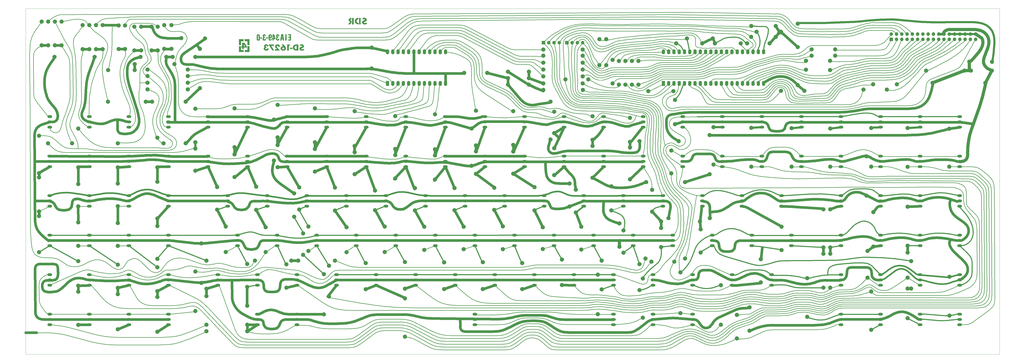
<source format=gbr>
%TF.GenerationSoftware,KiCad,Pcbnew,(6.0.5-0)*%
%TF.CreationDate,2022-06-13T02:35:28-04:00*%
%TF.ProjectId,SpaceCadet,53706163-6543-4616-9465-742e6b696361,rev?*%
%TF.SameCoordinates,Original*%
%TF.FileFunction,Copper,L2,Bot*%
%TF.FilePolarity,Positive*%
%FSLAX46Y46*%
G04 Gerber Fmt 4.6, Leading zero omitted, Abs format (unit mm)*
G04 Created by KiCad (PCBNEW (6.0.5-0)) date 2022-06-13 02:35:28*
%MOMM*%
%LPD*%
G01*
G04 APERTURE LIST*
%TA.AperFunction,Profile*%
%ADD10C,0.100000*%
%TD*%
%TA.AperFunction,ComponentPad*%
%ADD11C,2.000000*%
%TD*%
%TA.AperFunction,ComponentPad*%
%ADD12O,2.286000X1.300000*%
%TD*%
%TA.AperFunction,ComponentPad*%
%ADD13R,1.600000X2.400000*%
%TD*%
%TA.AperFunction,ComponentPad*%
%ADD14O,1.600000X2.400000*%
%TD*%
%TA.AperFunction,ComponentPad*%
%ADD15R,1.700000X1.700000*%
%TD*%
%TA.AperFunction,ComponentPad*%
%ADD16O,1.700000X1.700000*%
%TD*%
%TA.AperFunction,Conductor*%
%ADD17C,0.500000*%
%TD*%
%TA.AperFunction,Conductor*%
%ADD18C,0.250000*%
%TD*%
%TA.AperFunction,Conductor*%
%ADD19C,1.250000*%
%TD*%
%TA.AperFunction,Conductor*%
%ADD20C,1.000000*%
%TD*%
%TA.AperFunction,Conductor*%
%ADD21C,1.500000*%
%TD*%
%TA.AperFunction,Conductor*%
%ADD22C,0.750000*%
%TD*%
G04 APERTURE END LIST*
D10*
X64250000Y-81300000D02*
X533250000Y-81300000D01*
X533250000Y-81300000D02*
X533250000Y-247900000D01*
X533250000Y-247900000D02*
X64250000Y-247900000D01*
X64250000Y-247900000D02*
X64250000Y-81300000D01*
%TO.C,G\u002A\u002A\u002A*%
G36*
X192675805Y-100725139D02*
G01*
X191505498Y-100725139D01*
X191505498Y-100118313D01*
X192675805Y-100118313D01*
X192675805Y-100725139D01*
G37*
G36*
X190779474Y-98524204D02*
G01*
X191397136Y-98536231D01*
X191397136Y-99186401D01*
X191191249Y-99199612D01*
X190985362Y-99212824D01*
X190985362Y-100308515D01*
X190984608Y-100557552D01*
X190981844Y-100834332D01*
X190977341Y-101072228D01*
X190971405Y-101259289D01*
X190964344Y-101383564D01*
X190956465Y-101433102D01*
X190943023Y-101438859D01*
X190859072Y-101450707D01*
X190719116Y-101458924D01*
X190544690Y-101461999D01*
X190161812Y-101461999D01*
X190161812Y-98512178D01*
X190779474Y-98524204D01*
G37*
G36*
X224457044Y-85743616D02*
G01*
X224510140Y-85803910D01*
X224528025Y-85921055D01*
X224525166Y-86106479D01*
X224512495Y-86443057D01*
X224339116Y-86467381D01*
X224181077Y-86502600D01*
X223948260Y-86616351D01*
X223772936Y-86789930D01*
X223662395Y-87015020D01*
X223623928Y-87283304D01*
X223641263Y-87501377D01*
X223707475Y-87696360D01*
X223832573Y-87866466D01*
X223937427Y-87963943D01*
X224120066Y-88071075D01*
X224349952Y-88132185D01*
X224534167Y-88162792D01*
X224534167Y-88476844D01*
X224534130Y-88491964D01*
X224529203Y-88648267D01*
X224517608Y-88767385D01*
X224501659Y-88824578D01*
X224446254Y-88844285D01*
X224323521Y-88846983D01*
X224160057Y-88830839D01*
X223978672Y-88799144D01*
X223802173Y-88755187D01*
X223653370Y-88702256D01*
X223426640Y-88570085D01*
X223194300Y-88376178D01*
X222990757Y-88149781D01*
X222842723Y-87916777D01*
X222831862Y-87894227D01*
X222783164Y-87775058D01*
X222754140Y-87652906D01*
X222740072Y-87499927D01*
X222736243Y-87288278D01*
X222736830Y-87166628D01*
X222743747Y-86998916D01*
X222762660Y-86874629D01*
X222798805Y-86765973D01*
X222857420Y-86645151D01*
X222884170Y-86596140D01*
X223105583Y-86289544D01*
X223384631Y-86045747D01*
X223715260Y-85869074D01*
X224091415Y-85763848D01*
X224187356Y-85747873D01*
X224354272Y-85728746D01*
X224457044Y-85743616D01*
G37*
G36*
X222236897Y-88848688D02*
G01*
X221370003Y-88848688D01*
X221370003Y-85727869D01*
X222236897Y-85727869D01*
X222236897Y-88848688D01*
G37*
G36*
X177062054Y-95742965D02*
G01*
X177052272Y-95961141D01*
X177039029Y-96126308D01*
X177022361Y-96221657D01*
X176988332Y-96305617D01*
X176851137Y-96500599D01*
X176659935Y-96635590D01*
X176630699Y-96647323D01*
X176474816Y-96678521D01*
X176281329Y-96685247D01*
X176080916Y-96669494D01*
X175904254Y-96633258D01*
X175782021Y-96578530D01*
X175715523Y-96528054D01*
X175641895Y-96464381D01*
X175586138Y-96396419D01*
X175545570Y-96312398D01*
X175517504Y-96200545D01*
X175499256Y-96049091D01*
X175488140Y-95846265D01*
X175481473Y-95580296D01*
X175476568Y-95239413D01*
X175475319Y-95135651D01*
X176074781Y-95135651D01*
X176076826Y-95391221D01*
X176082800Y-95633434D01*
X176091979Y-95836704D01*
X176103639Y-95985117D01*
X176117053Y-96062761D01*
X176169180Y-96143372D01*
X176269833Y-96173944D01*
X176358170Y-96152334D01*
X176422612Y-96062761D01*
X176432628Y-96018554D01*
X176445814Y-95888152D01*
X176455403Y-95700335D01*
X176461400Y-95473103D01*
X176463810Y-95224461D01*
X176462635Y-94972409D01*
X176457882Y-94734951D01*
X176449554Y-94530089D01*
X176437655Y-94375824D01*
X176422190Y-94290160D01*
X176409896Y-94260992D01*
X176336019Y-94166169D01*
X176247201Y-94151868D01*
X176154720Y-94221006D01*
X176136653Y-94245944D01*
X176113045Y-94295916D01*
X176096260Y-94367992D01*
X176085170Y-94475088D01*
X176078646Y-94630120D01*
X176075559Y-94846003D01*
X176074781Y-95135651D01*
X175475319Y-95135651D01*
X175474017Y-95027522D01*
X175471847Y-94748248D01*
X175472738Y-94535397D01*
X175477443Y-94376469D01*
X175486715Y-94258963D01*
X175501308Y-94170380D01*
X175521976Y-94098218D01*
X175549472Y-94029979D01*
X175559526Y-94008126D01*
X175687944Y-93825088D01*
X175871891Y-93703409D01*
X176118411Y-93638239D01*
X176327368Y-93633221D01*
X176565463Y-93685123D01*
X176773022Y-93791391D01*
X176932681Y-93942637D01*
X177027070Y-94129472D01*
X177030403Y-94143182D01*
X177045916Y-94261850D01*
X177057703Y-94445153D01*
X177065800Y-94676285D01*
X177070246Y-94938438D01*
X177071078Y-95214807D01*
X177070981Y-95224461D01*
X177068335Y-95488585D01*
X177062054Y-95742965D01*
G37*
G36*
X169361433Y-100081740D02*
G01*
X169361433Y-100731911D01*
X168494539Y-100731911D01*
X168494539Y-100081740D01*
X168344796Y-100081740D01*
X168278092Y-100081277D01*
X168231328Y-100070119D01*
X168199977Y-100033254D01*
X168177025Y-99955669D01*
X168155458Y-99822350D01*
X168128260Y-99618282D01*
X168104211Y-99436565D01*
X168472867Y-99409897D01*
X168476056Y-99177596D01*
X169367713Y-99177596D01*
X169371832Y-99308189D01*
X169380082Y-99374303D01*
X169407520Y-99400202D01*
X169509084Y-99423933D01*
X169689415Y-99431570D01*
X169976772Y-99431570D01*
X169884600Y-99290699D01*
X169866967Y-99263429D01*
X169790590Y-99142325D01*
X169691917Y-98983089D01*
X169587767Y-98812800D01*
X169383105Y-98475771D01*
X169370606Y-98896404D01*
X169368161Y-99004657D01*
X169367713Y-99177596D01*
X168476056Y-99177596D01*
X168496371Y-97697781D01*
X169602504Y-97697781D01*
X170197156Y-98550639D01*
X170791808Y-99403498D01*
X170791808Y-100081740D01*
X169361433Y-100081740D01*
G37*
G36*
X188563963Y-95635906D02*
G01*
X188607604Y-95928990D01*
X188645377Y-96180475D01*
X188675619Y-96379315D01*
X188696666Y-96514466D01*
X188706854Y-96574883D01*
X188708824Y-96585929D01*
X188701173Y-96620127D01*
X188656046Y-96639729D01*
X188557054Y-96648634D01*
X188387809Y-96650736D01*
X188052297Y-96650736D01*
X188012601Y-96293142D01*
X187972904Y-95935548D01*
X187792638Y-95922413D01*
X187710889Y-95918024D01*
X187650706Y-95928031D01*
X187610771Y-95967137D01*
X187583461Y-96049587D01*
X187561149Y-96189628D01*
X187536211Y-96401504D01*
X187507796Y-96650736D01*
X186840550Y-96650736D01*
X187041609Y-95346101D01*
X187655286Y-95346101D01*
X187682927Y-95385884D01*
X187774409Y-95393739D01*
X187796283Y-95393796D01*
X187845531Y-95390836D01*
X187878825Y-95373827D01*
X187897369Y-95330736D01*
X187902367Y-95249528D01*
X187895023Y-95118172D01*
X187876540Y-94924633D01*
X187848123Y-94656879D01*
X187794893Y-94158415D01*
X187741065Y-94656879D01*
X187721117Y-94835757D01*
X187697954Y-95030197D01*
X187677994Y-95184069D01*
X187664084Y-95274541D01*
X187655286Y-95346101D01*
X187041609Y-95346101D01*
X187068674Y-95170484D01*
X187112231Y-94889427D01*
X187163969Y-94559806D01*
X187211045Y-94264479D01*
X187251785Y-94013727D01*
X187284514Y-93817834D01*
X187307558Y-93687079D01*
X187319242Y-93631747D01*
X187349551Y-93605436D01*
X187431368Y-93586580D01*
X187575772Y-93576346D01*
X187794721Y-93573261D01*
X188247757Y-93573261D01*
X188271719Y-93692459D01*
X188275593Y-93713962D01*
X188292635Y-93819492D01*
X188319677Y-93994247D01*
X188354979Y-94226717D01*
X188396800Y-94505396D01*
X188443399Y-94818774D01*
X188493034Y-95155343D01*
X188506889Y-95249528D01*
X188516118Y-95312269D01*
X188563963Y-95635906D01*
G37*
G36*
X169253071Y-96982593D02*
G01*
X168613737Y-96994588D01*
X167974402Y-97006583D01*
X167974402Y-98868088D01*
X166977474Y-98868088D01*
X166977474Y-96007337D01*
X169277583Y-96007337D01*
X169253071Y-96982593D01*
G37*
G36*
X189596924Y-100666897D02*
G01*
X189566449Y-100776284D01*
X189439087Y-101018698D01*
X189244004Y-101228445D01*
X188993431Y-101394112D01*
X188699601Y-101504282D01*
X188608275Y-101520573D01*
X188397650Y-101531536D01*
X188158201Y-101520564D01*
X187924740Y-101489906D01*
X187732081Y-101441809D01*
X187478826Y-101317226D01*
X187266916Y-101134354D01*
X187114622Y-100911746D01*
X187024824Y-100662700D01*
X187002171Y-100419544D01*
X187821198Y-100419544D01*
X187848382Y-100586634D01*
X187928223Y-100741955D01*
X188045060Y-100843145D01*
X188125937Y-100879277D01*
X188288048Y-100917520D01*
X188444525Y-100896584D01*
X188614157Y-100816463D01*
X188734971Y-100691798D01*
X188794370Y-100542846D01*
X188795324Y-100385450D01*
X188740805Y-100235452D01*
X188633786Y-100108695D01*
X188477239Y-100021023D01*
X188274135Y-99988278D01*
X188258078Y-99988714D01*
X188102347Y-100033154D01*
X187961888Y-100134755D01*
X187860304Y-100271042D01*
X187821198Y-100419544D01*
X187002171Y-100419544D01*
X187000398Y-100400512D01*
X187044224Y-100138479D01*
X187159179Y-99889898D01*
X187348142Y-99668065D01*
X187412229Y-99614382D01*
X187652503Y-99470404D01*
X187905711Y-99397428D01*
X188153326Y-99401586D01*
X188309733Y-99430929D01*
X187924595Y-99014164D01*
X187898730Y-98986117D01*
X187756861Y-98830113D01*
X187639575Y-98697581D01*
X187558436Y-98601783D01*
X187525009Y-98555979D01*
X187535516Y-98544488D01*
X187615060Y-98528639D01*
X187761574Y-98518273D01*
X187962722Y-98514558D01*
X188414882Y-98514558D01*
X188855333Y-99020790D01*
X188906401Y-99079670D01*
X189112600Y-99323449D01*
X189269088Y-99522689D01*
X189384952Y-99691679D01*
X189469277Y-99844710D01*
X189531148Y-99996074D01*
X189579652Y-100160059D01*
X189584849Y-100180588D01*
X189619445Y-100353834D01*
X189620198Y-100385450D01*
X189622922Y-100499870D01*
X189596924Y-100666897D01*
G37*
G36*
X185681781Y-98478572D02*
G01*
X185992340Y-98546667D01*
X186260059Y-98681847D01*
X186476350Y-98877203D01*
X186632626Y-99125830D01*
X186720299Y-99420820D01*
X186748660Y-99598176D01*
X185827341Y-99598176D01*
X185827341Y-99453187D01*
X185823941Y-99404371D01*
X185767567Y-99264505D01*
X185657523Y-99173080D01*
X185514194Y-99141848D01*
X185357968Y-99182565D01*
X185334003Y-99195778D01*
X185218163Y-99303095D01*
X185176355Y-99447217D01*
X185208376Y-99631236D01*
X185314027Y-99858244D01*
X185378104Y-99952640D01*
X185504515Y-100110151D01*
X185677057Y-100307468D01*
X185886458Y-100534041D01*
X186123447Y-100779319D01*
X186796824Y-101461999D01*
X184310276Y-101461999D01*
X184310276Y-100811828D01*
X184765396Y-100811828D01*
X184911021Y-100810505D01*
X185071025Y-100805297D01*
X185180158Y-100797058D01*
X185220515Y-100786772D01*
X185198817Y-100757690D01*
X185125126Y-100679879D01*
X185011580Y-100567293D01*
X184871034Y-100432950D01*
X184813498Y-100378258D01*
X184616315Y-100176325D01*
X184479356Y-100002551D01*
X184393322Y-99840436D01*
X184348913Y-99673483D01*
X184336830Y-99485193D01*
X184376642Y-99198813D01*
X184489450Y-98951277D01*
X184668731Y-98749300D01*
X184907965Y-98598374D01*
X185200633Y-98503989D01*
X185540214Y-98471637D01*
X185681781Y-98478572D01*
G37*
G36*
X172005460Y-102205631D02*
G01*
X169708191Y-102205631D01*
X169708191Y-101252047D01*
X171006841Y-101252047D01*
X171018523Y-100309300D01*
X171030204Y-99366553D01*
X172005460Y-99342041D01*
X172005460Y-102205631D01*
G37*
G36*
X194810532Y-101454673D02*
G01*
X194547355Y-101449247D01*
X194335383Y-101442441D01*
X194178524Y-101432476D01*
X194060484Y-101417196D01*
X193964966Y-101394447D01*
X193875674Y-101362075D01*
X193776311Y-101317925D01*
X193710390Y-101285323D01*
X193421762Y-101088507D01*
X193177560Y-100832190D01*
X192997833Y-100536499D01*
X192988164Y-100515153D01*
X192932735Y-100378377D01*
X192903320Y-100257877D01*
X192894458Y-100119511D01*
X192897969Y-100012203D01*
X193744968Y-100012203D01*
X193750152Y-100102519D01*
X193816019Y-100350911D01*
X193953256Y-100555270D01*
X194156628Y-100706767D01*
X194214593Y-100730341D01*
X194355354Y-100768270D01*
X194514222Y-100795306D01*
X194756351Y-100823763D01*
X194756351Y-99197654D01*
X194500203Y-99216183D01*
X194282822Y-99254338D01*
X194054205Y-99361025D01*
X193884411Y-99527057D01*
X193779360Y-99746195D01*
X193744968Y-100012203D01*
X192897969Y-100012203D01*
X192900687Y-99929136D01*
X192914820Y-99774456D01*
X192992649Y-99458452D01*
X193138539Y-99187091D01*
X193358482Y-98947524D01*
X193419184Y-98895886D01*
X193603362Y-98763616D01*
X193800155Y-98663965D01*
X194024168Y-98593096D01*
X194290007Y-98547172D01*
X194612277Y-98522355D01*
X195005583Y-98514809D01*
X195579901Y-98514558D01*
X195579901Y-101469019D01*
X194810532Y-101454673D01*
G37*
G36*
X221156779Y-86363269D02*
G01*
X220982358Y-86415527D01*
X220829828Y-86486555D01*
X220745280Y-86598018D01*
X220719833Y-86765292D01*
X220758485Y-86913600D01*
X220865809Y-87032370D01*
X221024600Y-87100000D01*
X221153280Y-87125736D01*
X221153280Y-87992436D01*
X220574050Y-88848688D01*
X220034808Y-88848688D01*
X219866783Y-88847867D01*
X219691207Y-88843257D01*
X219584595Y-88833583D01*
X219536520Y-88817711D01*
X219536554Y-88794507D01*
X219561590Y-88762715D01*
X219635696Y-88670209D01*
X219747097Y-88531912D01*
X219885849Y-88360161D01*
X220042011Y-88167295D01*
X220506480Y-87594263D01*
X220342844Y-87525892D01*
X220170528Y-87429938D01*
X219989525Y-87253836D01*
X219869089Y-87037499D01*
X219812250Y-86796141D01*
X219822040Y-86544978D01*
X219901490Y-86299223D01*
X220053630Y-86074091D01*
X220054784Y-86072816D01*
X220270035Y-85899233D01*
X220539753Y-85792708D01*
X220863035Y-85753598D01*
X221131607Y-85749541D01*
X221156779Y-86363269D01*
G37*
G36*
X189902853Y-96650736D02*
G01*
X189250464Y-96650736D01*
X189273246Y-93594934D01*
X189880071Y-93594934D01*
X189902853Y-96650736D01*
G37*
G36*
X180070111Y-98472220D02*
G01*
X180403866Y-98508185D01*
X180682748Y-98609116D01*
X180904334Y-98773234D01*
X181066205Y-98998764D01*
X181165939Y-99283927D01*
X181196345Y-99424797D01*
X180803313Y-99424797D01*
X180629571Y-99423564D01*
X180521823Y-99416089D01*
X180461033Y-99396636D01*
X180428166Y-99359470D01*
X180404184Y-99298856D01*
X180383307Y-99251695D01*
X180281155Y-99142585D01*
X180141986Y-99098039D01*
X179990888Y-99128404D01*
X179953497Y-99148904D01*
X179850549Y-99252680D01*
X179815745Y-99377306D01*
X179845450Y-99501753D01*
X179936026Y-99604991D01*
X180083839Y-99665991D01*
X180084416Y-99666100D01*
X180171743Y-99686295D01*
X180216733Y-99720551D01*
X180233429Y-99793078D01*
X180235874Y-99928085D01*
X180235874Y-100161657D01*
X180067297Y-100161657D01*
X179989817Y-100166130D01*
X179828332Y-100219664D01*
X179729541Y-100331850D01*
X179696035Y-100500326D01*
X179706926Y-100623486D01*
X179768012Y-100756595D01*
X179889095Y-100831627D01*
X180077255Y-100855173D01*
X180181246Y-100847788D01*
X180347628Y-100794704D01*
X180456751Y-100697815D01*
X180495942Y-100565876D01*
X180496015Y-100554353D01*
X180502320Y-100511620D01*
X180530420Y-100485297D01*
X180596536Y-100471412D01*
X180716894Y-100465994D01*
X180907717Y-100465070D01*
X181319491Y-100465070D01*
X181319491Y-100596497D01*
X181319478Y-100600662D01*
X181276601Y-100834944D01*
X181158452Y-101054306D01*
X180976203Y-101246889D01*
X180741030Y-101400834D01*
X180464107Y-101504282D01*
X180348749Y-101523545D01*
X180136546Y-101532427D01*
X179904253Y-101520428D01*
X179687084Y-101489835D01*
X179520251Y-101442938D01*
X179504865Y-101436408D01*
X179238534Y-101282887D01*
X179042698Y-101084474D01*
X178920913Y-100845982D01*
X178876735Y-100572223D01*
X178906048Y-100342307D01*
X179010448Y-100128339D01*
X179186451Y-99960679D01*
X179271413Y-99897044D01*
X179291975Y-99854295D01*
X179257103Y-99811983D01*
X179168138Y-99708968D01*
X179090710Y-99523937D01*
X179064320Y-99308094D01*
X179091129Y-99085483D01*
X179173300Y-98880151D01*
X179273099Y-98746131D01*
X179475254Y-98593571D01*
X179737963Y-98502087D01*
X180060169Y-98472166D01*
X180070111Y-98472220D01*
G37*
G36*
X192025635Y-96650736D02*
G01*
X191353792Y-96650736D01*
X191270116Y-96650629D01*
X191029197Y-96648305D01*
X190860863Y-96642218D01*
X190754171Y-96631406D01*
X190698181Y-96614910D01*
X190681949Y-96591768D01*
X190680826Y-96566947D01*
X190671013Y-96465035D01*
X190654385Y-96331700D01*
X190626821Y-96130599D01*
X191418809Y-96130599D01*
X191418809Y-95307050D01*
X190725293Y-95307050D01*
X190725293Y-94790560D01*
X191061215Y-94777900D01*
X191397136Y-94765241D01*
X191409835Y-94452775D01*
X191422535Y-94140309D01*
X191063078Y-94127690D01*
X190703621Y-94115070D01*
X190703621Y-93594934D01*
X191364628Y-93582969D01*
X192025635Y-93571003D01*
X192025635Y-96650736D01*
G37*
G36*
X180929389Y-95408187D02*
G01*
X180927209Y-95498207D01*
X180916726Y-95611823D01*
X180900492Y-95668256D01*
X180870805Y-95676976D01*
X180768364Y-95687392D01*
X180612784Y-95694514D01*
X180423701Y-95697152D01*
X179975805Y-95697152D01*
X179975805Y-95177016D01*
X180929389Y-95177016D01*
X180929389Y-95408187D01*
G37*
G36*
X197469435Y-98489451D02*
G01*
X197736448Y-98573249D01*
X197956730Y-98712038D01*
X198123194Y-98902906D01*
X198228754Y-99142939D01*
X198266321Y-99429223D01*
X198265405Y-99480046D01*
X198230025Y-99691475D01*
X198137913Y-99868444D01*
X197981599Y-100018604D01*
X197753617Y-100149604D01*
X197446498Y-100269095D01*
X197438232Y-100271857D01*
X197216926Y-100356161D01*
X197071323Y-100438029D01*
X196991350Y-100524924D01*
X196966932Y-100624308D01*
X196972106Y-100672207D01*
X197033732Y-100776864D01*
X197152676Y-100843032D01*
X197313456Y-100869476D01*
X197500588Y-100854961D01*
X197698592Y-100798252D01*
X197891984Y-100698114D01*
X197944221Y-100664801D01*
X198030260Y-100615717D01*
X198068857Y-100602694D01*
X198080850Y-100621531D01*
X198126681Y-100701619D01*
X198191553Y-100819450D01*
X198263259Y-100952310D01*
X198329592Y-101077481D01*
X198378344Y-101172246D01*
X198397307Y-101213890D01*
X198396186Y-101217291D01*
X198347295Y-101251749D01*
X198241934Y-101303729D01*
X198101991Y-101364164D01*
X197949356Y-101423981D01*
X197805918Y-101474112D01*
X197693568Y-101505486D01*
X197452532Y-101534585D01*
X197158172Y-101526421D01*
X196873266Y-101478558D01*
X196633315Y-101394706D01*
X196533275Y-101338240D01*
X196326610Y-101156901D01*
X196184536Y-100927595D01*
X196113898Y-100663899D01*
X196121539Y-100379390D01*
X196150168Y-100260395D01*
X196248581Y-100063927D01*
X196410964Y-99899739D01*
X196644558Y-99761442D01*
X196956603Y-99642649D01*
X197091347Y-99598143D01*
X197228318Y-99548198D01*
X197314197Y-99511215D01*
X197367587Y-99460883D01*
X197400877Y-99355556D01*
X197383946Y-99244711D01*
X197316539Y-99166254D01*
X197227777Y-99135436D01*
X197054206Y-99122409D01*
X196869655Y-99148401D01*
X196712811Y-99210571D01*
X196681962Y-99228919D01*
X196595526Y-99274475D01*
X196554804Y-99286263D01*
X196552692Y-99283355D01*
X196520468Y-99228700D01*
X196460077Y-99121366D01*
X196382535Y-98980878D01*
X196222516Y-98688664D01*
X196345492Y-98639627D01*
X196458876Y-98597139D01*
X196823562Y-98498483D01*
X197162777Y-98463558D01*
X197469435Y-98489451D01*
G37*
G36*
X178068638Y-95700085D02*
G01*
X177602682Y-95687782D01*
X177136727Y-95675480D01*
X177123728Y-95426248D01*
X177110728Y-95177016D01*
X178068638Y-95177016D01*
X178068638Y-95700085D01*
G37*
G36*
X185829165Y-93657275D02*
G01*
X186053526Y-93735808D01*
X186215711Y-93873896D01*
X186314184Y-94070111D01*
X186347410Y-94323026D01*
X186347478Y-94530982D01*
X186076573Y-94518077D01*
X185805669Y-94505173D01*
X185783996Y-94336220D01*
X185768390Y-94257855D01*
X185713639Y-94146045D01*
X185636818Y-94101418D01*
X185549234Y-94133727D01*
X185540173Y-94143062D01*
X185503173Y-94233085D01*
X185483019Y-94369671D01*
X185480607Y-94520430D01*
X185496835Y-94652969D01*
X185532597Y-94734900D01*
X185541406Y-94742117D01*
X185627962Y-94773974D01*
X185749321Y-94786913D01*
X185914031Y-94786913D01*
X185914031Y-95307050D01*
X185747370Y-95307050D01*
X185643941Y-95314089D01*
X185538722Y-95354378D01*
X185475725Y-95441517D01*
X185447390Y-95588043D01*
X185446156Y-95806492D01*
X185451566Y-95916579D01*
X185467042Y-96060073D01*
X185493366Y-96145381D01*
X185534764Y-96190839D01*
X185574586Y-96209694D01*
X185668366Y-96202464D01*
X185739745Y-96123999D01*
X185775777Y-95985339D01*
X185789229Y-95827186D01*
X186390822Y-95827186D01*
X186389870Y-95989729D01*
X186384089Y-96081960D01*
X186322699Y-96304886D01*
X186202725Y-96486306D01*
X186034692Y-96607903D01*
X185943303Y-96643316D01*
X185701767Y-96689610D01*
X185456624Y-96679719D01*
X185228231Y-96618142D01*
X185036946Y-96509374D01*
X184903125Y-96357915D01*
X184897011Y-96346804D01*
X184838806Y-96182750D01*
X184801868Y-95967380D01*
X184789717Y-95731544D01*
X184805877Y-95506089D01*
X184814613Y-95456870D01*
X184873626Y-95298167D01*
X184990632Y-95155620D01*
X185017189Y-95129554D01*
X185090629Y-95048724D01*
X185106734Y-95003446D01*
X185072976Y-94977566D01*
X185028853Y-94952478D01*
X184944772Y-94838326D01*
X184892052Y-94654458D01*
X184873825Y-94409800D01*
X184874262Y-94369200D01*
X184906788Y-94096679D01*
X184993325Y-93890848D01*
X185137233Y-93748184D01*
X185341877Y-93665168D01*
X185610618Y-93638278D01*
X185829165Y-93657275D01*
G37*
G36*
X167952730Y-99366553D02*
G01*
X167964411Y-100309300D01*
X167976093Y-101252047D01*
X169274744Y-101252047D01*
X169274744Y-102205631D01*
X166977474Y-102205631D01*
X166977474Y-99342041D01*
X167952730Y-99366553D01*
G37*
G36*
X184527000Y-95704860D02*
G01*
X184527000Y-95954081D01*
X183681778Y-95978893D01*
X183669119Y-96314814D01*
X183656459Y-96650736D01*
X183096624Y-96650736D01*
X183096624Y-96321593D01*
X183096610Y-96303766D01*
X183093428Y-96140202D01*
X183081635Y-96042778D01*
X183056824Y-95992656D01*
X183014585Y-95970996D01*
X183009513Y-95969485D01*
X182941106Y-95903935D01*
X182896102Y-95770051D01*
X182879901Y-95583372D01*
X182880183Y-95568851D01*
X182905360Y-95498741D01*
X182988263Y-95480429D01*
X183096624Y-95480429D01*
X183660106Y-95480429D01*
X183812638Y-95480429D01*
X183826031Y-95480407D01*
X183919010Y-95473645D01*
X183948384Y-95440714D01*
X183935092Y-95361231D01*
X183920331Y-95303426D01*
X183885135Y-95166944D01*
X183838492Y-94986929D01*
X183786493Y-94786913D01*
X183667972Y-94331794D01*
X183664039Y-94906111D01*
X183660106Y-95480429D01*
X183096624Y-95480429D01*
X183096624Y-93656918D01*
X183534942Y-93669271D01*
X183973260Y-93681623D01*
X184250130Y-94568631D01*
X184271219Y-94636433D01*
X184370454Y-94964825D01*
X184442967Y-95224854D01*
X184491441Y-95427529D01*
X184493728Y-95440714D01*
X184518557Y-95583861D01*
X184527000Y-95704860D01*
G37*
G36*
X225574440Y-88848688D02*
G01*
X224750891Y-88848688D01*
X224750891Y-85727869D01*
X225574440Y-85727869D01*
X225574440Y-88848688D01*
G37*
G36*
X227529660Y-85662935D02*
G01*
X227836211Y-85732738D01*
X228103290Y-85862396D01*
X228138913Y-85887322D01*
X228317255Y-86063949D01*
X228440158Y-86278906D01*
X228506658Y-86515576D01*
X228515792Y-86757339D01*
X228466596Y-86987580D01*
X228358107Y-87189678D01*
X228189362Y-87347018D01*
X228173188Y-87357093D01*
X228040000Y-87425856D01*
X227863260Y-87502078D01*
X227676659Y-87571037D01*
X227561335Y-87611804D01*
X227347129Y-87706475D01*
X227212145Y-87801861D01*
X227151253Y-87902339D01*
X227159325Y-88012283D01*
X227178931Y-88056356D01*
X227283109Y-88165605D01*
X227437849Y-88222489D01*
X227628286Y-88226062D01*
X227839553Y-88175375D01*
X228056786Y-88069481D01*
X228148004Y-88013673D01*
X228240733Y-87959426D01*
X228282618Y-87938449D01*
X228287634Y-87942807D01*
X228326745Y-87999537D01*
X228393813Y-88108124D01*
X228477875Y-88251023D01*
X228545186Y-88369102D01*
X228602965Y-88480208D01*
X228624645Y-88547804D01*
X228615086Y-88589794D01*
X228579148Y-88624079D01*
X228439343Y-88708339D01*
X228227593Y-88798729D01*
X227980071Y-88876422D01*
X227847332Y-88900854D01*
X227637615Y-88918098D01*
X227415519Y-88918196D01*
X227086485Y-88877645D01*
X226783669Y-88777818D01*
X226543199Y-88622632D01*
X226368069Y-88414771D01*
X226261273Y-88156919D01*
X226225804Y-87851760D01*
X226225810Y-87850402D01*
X226259244Y-87598440D01*
X226359820Y-87384263D01*
X226531867Y-87203310D01*
X226779713Y-87051022D01*
X227107689Y-86922838D01*
X227224267Y-86883833D01*
X227419599Y-86803056D01*
X227541033Y-86722731D01*
X227596931Y-86636243D01*
X227595658Y-86536980D01*
X227591999Y-86524172D01*
X227518201Y-86421691D01*
X227388355Y-86362952D01*
X227220485Y-86349652D01*
X227032617Y-86383486D01*
X226842774Y-86466150D01*
X226702404Y-86547904D01*
X226530146Y-86235957D01*
X226503622Y-86186874D01*
X226434992Y-86047253D01*
X226394007Y-85943222D01*
X226388775Y-85894373D01*
X226417825Y-85875298D01*
X226524566Y-85830372D01*
X226678894Y-85779496D01*
X226856394Y-85729797D01*
X227032652Y-85688403D01*
X227183253Y-85662440D01*
X227212274Y-85659211D01*
X227529660Y-85662935D01*
G37*
G36*
X172005460Y-98868088D02*
G01*
X171008532Y-98868088D01*
X171008532Y-97006583D01*
X170369198Y-96994588D01*
X169729863Y-96982593D01*
X169717607Y-96494965D01*
X169705352Y-96007337D01*
X172005460Y-96007337D01*
X172005460Y-98868088D01*
G37*
G36*
X182801100Y-95023457D02*
G01*
X182730696Y-95253455D01*
X182621393Y-95413917D01*
X182555880Y-95466024D01*
X182370941Y-95544597D01*
X182167131Y-95559401D01*
X181976845Y-95505815D01*
X181839628Y-95434858D01*
X181839628Y-95714890D01*
X181849261Y-95939445D01*
X181881922Y-96102108D01*
X181939518Y-96190444D01*
X182023913Y-96209458D01*
X182103301Y-96169721D01*
X182162840Y-96054746D01*
X182204313Y-95913876D01*
X182804486Y-95913876D01*
X182782571Y-96108302D01*
X182781498Y-96117495D01*
X182725815Y-96334866D01*
X182612735Y-96494276D01*
X182432239Y-96610071D01*
X182288919Y-96660728D01*
X182044524Y-96694344D01*
X181802990Y-96671976D01*
X181587781Y-96596828D01*
X181422356Y-96472107D01*
X181392115Y-96436551D01*
X181333227Y-96350036D01*
X181288369Y-96248009D01*
X181255731Y-96118616D01*
X181233500Y-95950005D01*
X181219864Y-95730322D01*
X181213011Y-95447713D01*
X181211130Y-95090326D01*
X181211183Y-94972085D01*
X181212235Y-94688950D01*
X181214096Y-94564798D01*
X181840295Y-94564798D01*
X181847359Y-94734514D01*
X181862335Y-94877198D01*
X181884498Y-94963142D01*
X181917967Y-95003491D01*
X182006810Y-95042296D01*
X182099961Y-95034629D01*
X182160076Y-94978419D01*
X182161076Y-94975585D01*
X182173865Y-94894990D01*
X182182937Y-94757741D01*
X182186385Y-94591862D01*
X182183713Y-94409902D01*
X182170713Y-94268163D01*
X182141693Y-94185271D01*
X182091006Y-94146405D01*
X182013007Y-94136743D01*
X181927007Y-94152563D01*
X181865938Y-94205305D01*
X181852818Y-94263098D01*
X181841872Y-94397757D01*
X181840295Y-94564798D01*
X181214096Y-94564798D01*
X181215436Y-94475367D01*
X181221829Y-94318653D01*
X181232457Y-94206128D01*
X181248360Y-94125108D01*
X181270581Y-94062911D01*
X181300162Y-94006856D01*
X181353027Y-93929802D01*
X181530319Y-93769353D01*
X181753645Y-93665711D01*
X182003787Y-93625875D01*
X182261525Y-93656841D01*
X182381557Y-93696593D01*
X182568189Y-93806333D01*
X182700029Y-93967163D01*
X182783450Y-94188390D01*
X182824827Y-94479320D01*
X182827423Y-94591862D01*
X182830674Y-94732802D01*
X182801100Y-95023457D01*
G37*
G36*
X182500635Y-98524740D02*
G01*
X183768467Y-98536231D01*
X183768467Y-99186401D01*
X183150805Y-99198428D01*
X183062644Y-99200315D01*
X182854043Y-99206273D01*
X182686012Y-99213208D01*
X182573922Y-99220406D01*
X182533143Y-99227152D01*
X182534096Y-99229587D01*
X182564781Y-99283118D01*
X182634444Y-99398862D01*
X182737332Y-99567421D01*
X182867689Y-99779399D01*
X183019760Y-100025398D01*
X183187788Y-100296022D01*
X183218801Y-100345892D01*
X183386095Y-100615795D01*
X183537582Y-100861642D01*
X183667233Y-101073544D01*
X183769018Y-101241609D01*
X183836908Y-101355948D01*
X183864873Y-101406671D01*
X183867179Y-101418936D01*
X183845528Y-101440874D01*
X183775188Y-101452914D01*
X183643557Y-101456414D01*
X183438034Y-101452737D01*
X182988755Y-101440326D01*
X182114237Y-100009951D01*
X182072112Y-99941017D01*
X181880528Y-99626689D01*
X181704811Y-99337071D01*
X181549874Y-99080355D01*
X181420636Y-98864737D01*
X181322010Y-98698411D01*
X181258913Y-98589571D01*
X181236261Y-98546412D01*
X181239508Y-98543975D01*
X181302996Y-98536347D01*
X181439416Y-98530244D01*
X181638079Y-98525849D01*
X181888295Y-98523344D01*
X182179377Y-98522913D01*
X182500635Y-98524740D01*
G37*
G36*
X179340336Y-93652789D02*
G01*
X179573136Y-93721957D01*
X179744276Y-93851799D01*
X179853242Y-94041865D01*
X179899519Y-94291712D01*
X179910788Y-94505173D01*
X179347307Y-94505173D01*
X179325635Y-94336220D01*
X179299897Y-94221931D01*
X179240353Y-94122160D01*
X179167656Y-94094013D01*
X179096964Y-94134054D01*
X179043433Y-94238851D01*
X179022222Y-94404968D01*
X179022228Y-94410835D01*
X179034195Y-94596238D01*
X179075429Y-94711443D01*
X179155460Y-94770364D01*
X179283815Y-94786913D01*
X179455669Y-94786913D01*
X179455669Y-95307050D01*
X179303962Y-95307050D01*
X179278218Y-95307509D01*
X179136890Y-95336420D01*
X179044498Y-95417426D01*
X178994130Y-95560485D01*
X178978877Y-95775557D01*
X178979094Y-95810851D01*
X178993945Y-96015290D01*
X179034856Y-96143821D01*
X179105645Y-96203475D01*
X179210133Y-96201282D01*
X179267917Y-96179949D01*
X179321960Y-96119260D01*
X179352451Y-95999839D01*
X179380059Y-95827186D01*
X179932461Y-95827186D01*
X179932461Y-96001957D01*
X179915690Y-96175214D01*
X179836867Y-96389030D01*
X179700533Y-96551168D01*
X179514507Y-96649513D01*
X179299312Y-96689353D01*
X179056535Y-96686124D01*
X178827397Y-96638898D01*
X178634531Y-96552534D01*
X178500574Y-96431889D01*
X178490833Y-96417487D01*
X178417282Y-96252783D01*
X178365981Y-96036452D01*
X178342133Y-95798497D01*
X178350941Y-95568924D01*
X178354174Y-95544024D01*
X178385366Y-95394049D01*
X178442987Y-95283325D01*
X178547685Y-95169983D01*
X178633568Y-95081783D01*
X178672469Y-95018477D01*
X178651867Y-94987224D01*
X178577850Y-94935109D01*
X178494118Y-94806312D01*
X178436850Y-94630534D01*
X178415558Y-94430197D01*
X178415708Y-94405143D01*
X178446757Y-94125385D01*
X178533392Y-93911489D01*
X178677877Y-93761019D01*
X178882475Y-93671540D01*
X179149449Y-93640617D01*
X179340336Y-93652789D01*
G37*
%TD*%
D11*
%TO.P,,*%
%TO.N,COL13*%
X365890000Y-179100000D03*
%TD*%
%TO.P,,*%
%TO.N,COL8*%
X222630000Y-130670000D03*
%TD*%
%TO.P,,*%
%TO.N,/A4*%
X332490000Y-100960000D03*
%TD*%
D12*
%TO.P,SW91,1,VCC*%
%TO.N,ROW6*%
X456825000Y-190510000D03*
%TO.P,SW91,2,+5V*%
%TO.N,+5V*%
X456825000Y-193050000D03*
%TO.P,SW91,3,VOUT*%
%TO.N,COL11*%
X456825000Y-195590000D03*
%TD*%
D11*
%TO.P,,*%
%TO.N,ROW7*%
X381790000Y-201710000D03*
%TD*%
%TO.P,,*%
%TO.N,COL3*%
X127630000Y-182470000D03*
%TD*%
%TO.P,,*%
%TO.N,COL6*%
X195953859Y-178160000D03*
%TD*%
%TO.P,,*%
%TO.N,+5V*%
X350160000Y-184800000D03*
%TD*%
%TO.P,,*%
%TO.N,COL13*%
X389320000Y-187710000D03*
%TD*%
D12*
%TO.P,SW73,1,VCC*%
%TO.N,ROW3*%
X94875000Y-190510000D03*
%TO.P,SW73,2,+5V*%
%TO.N,+5V*%
X94875000Y-193050000D03*
%TO.P,SW73,3,VOUT*%
%TO.N,COL0*%
X94875000Y-195590000D03*
%TD*%
%TO.P,SW104,1,VCC*%
%TO.N,ROW4*%
X252037500Y-209560000D03*
%TO.P,SW104,2,+5V*%
%TO.N,+5V*%
X252037500Y-212100000D03*
%TO.P,SW104,3,VOUT*%
%TO.N,COL8*%
X252037500Y-214640000D03*
%TD*%
%TO.P,SW31,1,VCC*%
%TO.N,ROW1*%
X190125000Y-152410000D03*
%TO.P,SW31,2,+5V*%
%TO.N,+5V*%
X190125000Y-154950000D03*
%TO.P,SW31,3,VOUT*%
%TO.N,COL6*%
X190125000Y-157490000D03*
%TD*%
D11*
%TO.P,,*%
%TO.N,GND*%
X343830000Y-96020000D03*
%TD*%
%TO.P,,*%
%TO.N,+5V*%
X412800000Y-236550000D03*
%TD*%
%TO.P,,*%
%TO.N,COL11*%
X451690000Y-196400000D03*
%TD*%
%TO.P,,*%
%TO.N,COL1*%
X70690000Y-142590000D03*
%TD*%
%TO.P,,*%
%TO.N,COL14*%
X329150000Y-168570000D03*
%TD*%
%TO.P,,*%
%TO.N,GND*%
X122080000Y-126130000D03*
%TD*%
%TO.P,,*%
%TO.N,COL9*%
X242220000Y-163100000D03*
%TD*%
%TO.P,,*%
%TO.N,COL0*%
X89550000Y-184310000D03*
%TD*%
%TO.P,,*%
%TO.N,COL15*%
X393600000Y-142260000D03*
%TD*%
D12*
%TO.P,SW7,1,VCC*%
%TO.N,ROW0*%
X190125000Y-133360000D03*
%TO.P,SW7,2,+5V*%
%TO.N,+5V*%
X190125000Y-135900000D03*
%TO.P,SW7,3,VOUT*%
%TO.N,COL6*%
X190125000Y-138440000D03*
%TD*%
D11*
%TO.P,,*%
%TO.N,+5V*%
X326140000Y-165550000D03*
%TD*%
%TO.P,,*%
%TO.N,COL9*%
X251730000Y-178560000D03*
%TD*%
%TO.P,,*%
%TO.N,COL10*%
X284350000Y-216510000D03*
%TD*%
D12*
%TO.P,SW112,1,VCC*%
%TO.N,ROW5*%
X404437500Y-209560000D03*
%TO.P,SW112,2,+5V*%
%TO.N,+5V*%
X404437500Y-212100000D03*
%TO.P,SW112,3,VOUT*%
%TO.N,COL14*%
X404437500Y-214640000D03*
%TD*%
D11*
%TO.P,,*%
%TO.N,COL14*%
X418260000Y-213290000D03*
%TD*%
%TO.P,,*%
%TO.N,COL8*%
X237165000Y-186290000D03*
%TD*%
%TO.P,,*%
%TO.N,/A2*%
X332490000Y-107310000D03*
%TD*%
%TO.P,,*%
%TO.N,COL9*%
X242220000Y-151900000D03*
%TD*%
D12*
%TO.P,SW113,1,VCC*%
%TO.N,ROW5*%
X423487500Y-209560000D03*
%TO.P,SW113,2,+5V*%
%TO.N,+5V*%
X423487500Y-212100000D03*
%TO.P,SW113,3,VOUT*%
%TO.N,COL12*%
X423487500Y-214640000D03*
%TD*%
%TO.P,SW127,1,VCC*%
%TO.N,ROW5*%
X494925000Y-228610000D03*
%TO.P,SW127,2,+5V*%
%TO.N,+5V*%
X494925000Y-231150000D03*
%TO.P,SW127,3,VOUT*%
%TO.N,COL13*%
X494925000Y-233690000D03*
%TD*%
D11*
%TO.P,,*%
%TO.N,ROW0*%
X101310000Y-100810000D03*
%TD*%
D13*
%TO.P,U2,1,T0*%
%TO.N,T0*%
X371353000Y-117353000D03*
D14*
%TO.P,U2,2,X1*%
%TO.N,/X1*%
X373893000Y-117353000D03*
%TO.P,U2,3,X2*%
%TO.N,/X2*%
X376433000Y-117353000D03*
%TO.P,U2,4,~{RESET}*%
%TO.N,RESET*%
X378973000Y-117353000D03*
%TO.P,U2,5,~{SS}*%
%TO.N,+5V*%
X381513000Y-117353000D03*
%TO.P,U2,6,~{INT}*%
%TO.N,INT*%
X384053000Y-117353000D03*
%TO.P,U2,7,EA*%
%TO.N,GND*%
X386593000Y-117353000D03*
%TO.P,U2,8,~{RD}*%
%TO.N,READ*%
X389133000Y-117353000D03*
%TO.P,U2,9,~{PSEN}*%
%TO.N,unconnected-(U2-Pad9)*%
X391673000Y-117353000D03*
%TO.P,U2,10,~{WR}*%
%TO.N,WRITE*%
X394213000Y-117353000D03*
%TO.P,U2,11,ALE*%
%TO.N,unconnected-(U2-Pad11)*%
X396753000Y-117353000D03*
%TO.P,U2,12,DB.0*%
%TO.N,/DB0*%
X399293000Y-117353000D03*
%TO.P,U2,13,DB.1*%
%TO.N,/DB1*%
X401833000Y-117353000D03*
%TO.P,U2,14,DB.2*%
%TO.N,/DB2*%
X404373000Y-117353000D03*
%TO.P,U2,15,DB.3*%
%TO.N,/DB3*%
X406913000Y-117353000D03*
%TO.P,U2,16,DB.4*%
%TO.N,/DB4*%
X409453000Y-117353000D03*
%TO.P,U2,17,DB.5*%
%TO.N,/DB5*%
X411993000Y-117353000D03*
%TO.P,U2,18,DB.6*%
%TO.N,/DB6*%
X414533000Y-117353000D03*
%TO.P,U2,19,DB.7*%
%TO.N,/DB7*%
X417073000Y-117353000D03*
%TO.P,U2,20,GND*%
%TO.N,GND*%
X419613000Y-117353000D03*
%TO.P,U2,21,P2.0*%
%TO.N,ROW0*%
X419613000Y-102113000D03*
%TO.P,U2,22,P2.1*%
%TO.N,ROW1*%
X417073000Y-102113000D03*
%TO.P,U2,23,P2.2*%
%TO.N,ROW2*%
X414533000Y-102113000D03*
%TO.P,U2,24,P2.3*%
%TO.N,ROW3*%
X411993000Y-102113000D03*
%TO.P,U2,25,PROG*%
%TO.N,unconnected-(U2-Pad25)*%
X409453000Y-102113000D03*
%TO.P,U2,26,VDD*%
%TO.N,+5V*%
X406913000Y-102113000D03*
%TO.P,U2,27,P1.0*%
%TO.N,/A0*%
X404373000Y-102113000D03*
%TO.P,U2,28,P1.1*%
%TO.N,/A1*%
X401833000Y-102113000D03*
%TO.P,U2,29,P1.2*%
%TO.N,/A2*%
X399293000Y-102113000D03*
%TO.P,U2,30,P1.3*%
%TO.N,/A3*%
X396753000Y-102113000D03*
%TO.P,U2,31,P1.4*%
%TO.N,/A4*%
X394213000Y-102113000D03*
%TO.P,U2,32,P1.5*%
%TO.N,A5*%
X391673000Y-102113000D03*
%TO.P,U2,33,P1.6*%
%TO.N,A6*%
X389133000Y-102113000D03*
%TO.P,U2,34,P1.7*%
%TO.N,A7*%
X386593000Y-102113000D03*
%TO.P,U2,35,P2.4*%
%TO.N,ROW4*%
X384053000Y-102113000D03*
%TO.P,U2,36,P2.5*%
%TO.N,ROW5*%
X381513000Y-102113000D03*
%TO.P,U2,37,P2.6*%
%TO.N,ROW6*%
X378973000Y-102113000D03*
%TO.P,U2,38,P2.7*%
%TO.N,ROW7*%
X376433000Y-102113000D03*
%TO.P,U2,39,T1*%
%TO.N,T1*%
X373893000Y-102113000D03*
%TO.P,U2,40,VCC*%
%TO.N,+5V*%
X371353000Y-102113000D03*
%TD*%
D11*
%TO.P,,*%
%TO.N,COL7*%
X228020000Y-203970000D03*
%TD*%
%TO.P,,*%
%TO.N,COL4*%
X156480000Y-178200000D03*
%TD*%
D12*
%TO.P,SW1,1,VCC*%
%TO.N,ROW7*%
X75825000Y-133360000D03*
%TO.P,SW1,2,+5V*%
%TO.N,+5V*%
X75825000Y-135900000D03*
%TO.P,SW1,3,VOUT*%
%TO.N,COL4*%
X75825000Y-138440000D03*
%TD*%
D11*
%TO.P,,*%
%TO.N,+5V*%
X469170000Y-152470000D03*
%TD*%
%TO.P,,*%
%TO.N,COL0*%
X108660000Y-218940000D03*
%TD*%
%TO.P,,*%
%TO.N,COL12*%
X309240000Y-167390000D03*
%TD*%
%TO.P,,*%
%TO.N,COL9*%
X256190000Y-186420000D03*
%TD*%
%TO.P,,*%
%TO.N,COL4*%
X145920000Y-148730000D03*
%TD*%
%TO.P,,*%
%TO.N,COL1*%
X89550000Y-217760000D03*
%TD*%
D12*
%TO.P,SW10,1,VCC*%
%TO.N,ROW0*%
X247275000Y-133360000D03*
%TO.P,SW10,2,+5V*%
%TO.N,+5V*%
X247275000Y-135900000D03*
%TO.P,SW10,3,VOUT*%
%TO.N,COL9*%
X247275000Y-138440000D03*
%TD*%
D11*
%TO.P,,*%
%TO.N,COL9*%
X488900000Y-210970000D03*
%TD*%
%TO.P,,*%
%TO.N,/A2*%
X313550000Y-107310000D03*
%TD*%
%TO.P,,*%
%TO.N,COL1*%
X70690000Y-198670000D03*
%TD*%
%TO.P,,*%
%TO.N,+5V*%
X335220000Y-115350000D03*
%TD*%
%TO.P,,*%
%TO.N,COL12*%
X299060000Y-160840000D03*
%TD*%
%TO.P,,*%
%TO.N,COL8*%
X222630000Y-147430000D03*
%TD*%
%TO.P,,*%
%TO.N,COL11*%
X281100000Y-150130000D03*
%TD*%
%TO.P,,*%
%TO.N,COL6*%
X210270000Y-205240000D03*
%TD*%
%TO.P,,*%
%TO.N,COL4*%
X78330000Y-98980000D03*
%TD*%
%TO.P,,*%
%TO.N,COL14*%
X318760000Y-141260000D03*
%TD*%
D12*
%TO.P,SW59,1,VCC*%
%TO.N,ROW2*%
X275850000Y-171460000D03*
%TO.P,SW59,2,+5V*%
%TO.N,+5V*%
X275850000Y-174000000D03*
%TO.P,SW59,3,VOUT*%
%TO.N,COL10*%
X275850000Y-176540000D03*
%TD*%
D15*
%TO.P,J0,1,Pin_1*%
%TO.N,A5*%
X481071000Y-96074000D03*
D16*
%TO.P,J0,2,Pin_2*%
%TO.N,CONN2*%
X481071000Y-93534000D03*
%TO.P,J0,3,Pin_3*%
%TO.N,CONN3*%
X483611000Y-96074000D03*
%TO.P,J0,4,Pin_4*%
%TO.N,CONN4*%
X483611000Y-93534000D03*
%TO.P,J0,5,Pin_5*%
%TO.N,CONN5*%
X486151000Y-96074000D03*
%TO.P,J0,6,Pin_6*%
%TO.N,CONN6*%
X486151000Y-93534000D03*
%TO.P,J0,7,Pin_7*%
%TO.N,unconnected-(J0-Pad7)*%
X488691000Y-96074000D03*
%TO.P,J0,8,Pin_8*%
%TO.N,CONN8*%
X488691000Y-93534000D03*
%TO.P,J0,9,Pin_9*%
%TO.N,CONN9*%
X491231000Y-96074000D03*
%TO.P,J0,10,Pin_10*%
%TO.N,CONN10*%
X491231000Y-93534000D03*
%TO.P,J0,11,Pin_11*%
%TO.N,/DB4*%
X493771000Y-96074000D03*
%TO.P,J0,12,Pin_12*%
%TO.N,unconnected-(J0-Pad12)*%
X493771000Y-93534000D03*
%TO.P,J0,13,Pin_13*%
%TO.N,/DB5*%
X496311000Y-96074000D03*
%TO.P,J0,14,Pin_14*%
%TO.N,unconnected-(J0-Pad14)*%
X496311000Y-93534000D03*
%TO.P,J0,15,Pin_15*%
%TO.N,/DB6*%
X498851000Y-96074000D03*
%TO.P,J0,16,Pin_16*%
%TO.N,unconnected-(J0-Pad16)*%
X498851000Y-93534000D03*
%TO.P,J0,17,Pin_17*%
%TO.N,/DB7*%
X501391000Y-96074000D03*
%TO.P,J0,18,Pin_18*%
%TO.N,unconnected-(J0-Pad18)*%
X501391000Y-93534000D03*
%TO.P,J0,19,Pin_19*%
%TO.N,/DB3*%
X503931000Y-96074000D03*
%TO.P,J0,20,Pin_20*%
%TO.N,+5V*%
X503931000Y-93534000D03*
%TO.P,J0,21,Pin_21*%
%TO.N,/DB2*%
X506471000Y-96074000D03*
%TO.P,J0,22,Pin_22*%
%TO.N,+5V*%
X506471000Y-93534000D03*
%TO.P,J0,23,Pin_23*%
%TO.N,/DB1*%
X509011000Y-96074000D03*
%TO.P,J0,24,Pin_24*%
%TO.N,GND*%
X509011000Y-93534000D03*
%TO.P,J0,25,Pin_25*%
%TO.N,/DB0*%
X511551000Y-96074000D03*
%TO.P,J0,26,Pin_26*%
%TO.N,GND*%
X511551000Y-93534000D03*
%TO.P,J0,27,Pin_27*%
%TO.N,CONN27*%
X514091000Y-96074000D03*
%TO.P,J0,28,Pin_28*%
%TO.N,GND*%
X514091000Y-93534000D03*
%TO.P,J0,29,Pin_29*%
%TO.N,CONN29*%
X516631000Y-96074000D03*
%TO.P,J0,30,Pin_30*%
%TO.N,GND*%
X516631000Y-93534000D03*
%TO.P,J0,31,Pin_31*%
%TO.N,RESET*%
X519171000Y-96074000D03*
%TO.P,J0,32,Pin_32*%
%TO.N,GND*%
X519171000Y-93534000D03*
%TO.P,J0,33,Pin_33*%
%TO.N,CONN33*%
X521711000Y-96074000D03*
%TO.P,J0,34,Pin_34*%
%TO.N,GND*%
X521711000Y-93534000D03*
%TD*%
D11*
%TO.P,,*%
%TO.N,ROW0*%
X183820000Y-134810000D03*
%TD*%
%TO.P,,*%
%TO.N,GND*%
X103850000Y-126130000D03*
%TD*%
%TO.P,,*%
%TO.N,COL5*%
X189850000Y-204500000D03*
%TD*%
D12*
%TO.P,SW98,1,VCC*%
%TO.N,ROW4*%
X132975000Y-209560000D03*
%TO.P,SW98,2,+5V*%
%TO.N,+5V*%
X132975000Y-212100000D03*
%TO.P,SW98,3,VOUT*%
%TO.N,COL2*%
X132975000Y-214640000D03*
%TD*%
%TO.P,SW93,1,VCC*%
%TO.N,ROW6*%
X494925000Y-190510000D03*
%TO.P,SW93,2,+5V*%
%TO.N,+5V*%
X494925000Y-193050000D03*
%TO.P,SW93,3,VOUT*%
%TO.N,COL9*%
X494925000Y-195590000D03*
%TD*%
D11*
%TO.P,,*%
%TO.N,ROW6*%
X340560000Y-108500000D03*
%TD*%
%TO.P,,*%
%TO.N,COL13*%
X488900000Y-230540000D03*
%TD*%
%TO.P,,*%
%TO.N,ROW0*%
X131000000Y-100690000D03*
%TD*%
%TO.P,,*%
%TO.N,A7*%
X353073333Y-117940000D03*
%TD*%
D13*
%TO.P,U1,1,S0*%
%TO.N,COL0*%
X238501000Y-117328000D03*
D14*
%TO.P,U1,2,S1*%
%TO.N,COL1*%
X241041000Y-117328000D03*
%TO.P,U1,3,S2*%
%TO.N,COL2*%
X243581000Y-117328000D03*
%TO.P,U1,4,S3*%
%TO.N,/COL3*%
X246121000Y-117328000D03*
%TO.P,U1,5,S4*%
%TO.N,COL4*%
X248661000Y-117328000D03*
%TO.P,U1,6,S5*%
%TO.N,/COL5*%
X251201000Y-117328000D03*
%TO.P,U1,7,S6*%
%TO.N,/COL6*%
X253741000Y-117328000D03*
%TO.P,U1,8,S7*%
%TO.N,/COL7*%
X256281000Y-117328000D03*
%TO.P,U1,9,S8*%
%TO.N,/COL8*%
X258821000Y-117328000D03*
%TO.P,U1,10,S9*%
%TO.N,/COL9*%
X261361000Y-117328000D03*
%TO.P,U1,11,S10*%
%TO.N,/COL10*%
X263901000Y-117328000D03*
%TO.P,U1,12,GND*%
%TO.N,GND*%
X266441000Y-117328000D03*
%TO.P,U1,13,S11*%
%TO.N,/COL11*%
X266441000Y-102088000D03*
%TO.P,U1,14,S12*%
%TO.N,/COL12*%
X263901000Y-102088000D03*
%TO.P,U1,15,S13*%
%TO.N,/COL13*%
X261361000Y-102088000D03*
%TO.P,U1,16,S14*%
%TO.N,/COL14*%
X258821000Y-102088000D03*
%TO.P,U1,17,S15*%
%TO.N,/COL15*%
X256281000Y-102088000D03*
%TO.P,U1,18,E0*%
%TO.N,/A0*%
X253741000Y-102088000D03*
%TO.P,U1,19,E1*%
%TO.N,GND*%
X251201000Y-102088000D03*
%TO.P,U1,20,A3*%
%TO.N,/A1*%
X248661000Y-102088000D03*
%TO.P,U1,21,A2*%
%TO.N,/A2*%
X246121000Y-102088000D03*
%TO.P,U1,22,A1*%
%TO.N,/A3*%
X243581000Y-102088000D03*
%TO.P,U1,23,A0*%
%TO.N,/A4*%
X241041000Y-102088000D03*
%TO.P,U1,24,VCC*%
%TO.N,+5V*%
X238501000Y-102088000D03*
%TD*%
D11*
%TO.P,,*%
%TO.N,COL2*%
X127630000Y-217470000D03*
%TD*%
%TO.P,,*%
%TO.N,COL3*%
X127630000Y-201870000D03*
%TD*%
%TO.P,,*%
%TO.N,A5*%
X454050000Y-100940000D03*
%TD*%
%TO.P,,*%
%TO.N,COL11*%
X281100000Y-147180000D03*
%TD*%
%TO.P,,*%
%TO.N,COL9*%
X251730000Y-167820000D03*
%TD*%
%TO.P,,*%
%TO.N,COL2*%
X142280000Y-117000000D03*
%TD*%
%TO.P,,*%
%TO.N,ROW4*%
X339770000Y-209540000D03*
%TD*%
D12*
%TO.P,SW119,1,VCC*%
%TO.N,ROW5*%
X94875000Y-228610000D03*
%TO.P,SW119,2,+5V*%
%TO.N,+5V*%
X94875000Y-231150000D03*
%TO.P,SW119,3,VOUT*%
%TO.N,COL1*%
X94875000Y-233690000D03*
%TD*%
D11*
%TO.P,,*%
%TO.N,COL1*%
X70690000Y-162610000D03*
%TD*%
D12*
%TO.P,SW57,1,VCC*%
%TO.N,ROW2*%
X237750000Y-171460000D03*
%TO.P,SW57,2,+5V*%
%TO.N,+5V*%
X237750000Y-174000000D03*
%TO.P,SW57,3,VOUT*%
%TO.N,COL8*%
X237750000Y-176540000D03*
%TD*%
D11*
%TO.P,,*%
%TO.N,ROW0*%
X98110000Y-100810000D03*
%TD*%
%TO.P,,*%
%TO.N,GND*%
X286520000Y-112260000D03*
%TD*%
D12*
%TO.P,SW92,1,VCC*%
%TO.N,ROW6*%
X475875000Y-190510000D03*
%TO.P,SW92,2,+5V*%
%TO.N,+5V*%
X475875000Y-193050000D03*
%TO.P,SW92,3,VOUT*%
%TO.N,COL10*%
X475875000Y-195590000D03*
%TD*%
%TO.P,SW83,1,VCC*%
%TO.N,ROW3*%
X299662500Y-190510000D03*
%TO.P,SW83,2,+5V*%
%TO.N,+5V*%
X299662500Y-193050000D03*
%TO.P,SW83,3,VOUT*%
%TO.N,COL11*%
X299662500Y-195590000D03*
%TD*%
D15*
%TO.P,J3_2,1,Pin_1*%
%TO.N,ROW4*%
X324866000Y-97663000D03*
D16*
%TO.P,J3_2,2,Pin_2*%
%TO.N,ROW5*%
X327406000Y-97663000D03*
%TO.P,J3_2,3,Pin_3*%
%TO.N,ROW6*%
X329946000Y-97663000D03*
%TO.P,J3_2,4,Pin_4*%
%TO.N,ROW7*%
X332486000Y-97663000D03*
%TD*%
D11*
%TO.P,,*%
%TO.N,COL4*%
X399020000Y-214620000D03*
%TD*%
D12*
%TO.P,SW97,1,VCC*%
%TO.N,ROW4*%
X113925000Y-209560000D03*
%TO.P,SW97,2,+5V*%
%TO.N,+5V*%
X113925000Y-212100000D03*
%TO.P,SW97,3,VOUT*%
%TO.N,COL0*%
X113925000Y-214640000D03*
%TD*%
D11*
%TO.P,,*%
%TO.N,READ*%
X472360000Y-117710000D03*
%TD*%
%TO.P,,*%
%TO.N,ROW5*%
X145920000Y-208000000D03*
%TD*%
%TO.P,,*%
%TO.N,COL3*%
X151330000Y-219880000D03*
%TD*%
%TO.P,,*%
%TO.N,COL12*%
X448370000Y-215760000D03*
%TD*%
D12*
%TO.P,SW76,1,VCC*%
%TO.N,ROW3*%
X166312500Y-190510000D03*
%TO.P,SW76,2,+5V*%
%TO.N,+5V*%
X166312500Y-193050000D03*
%TO.P,SW76,3,VOUT*%
%TO.N,COL4*%
X166312500Y-195590000D03*
%TD*%
D11*
%TO.P,,*%
%TO.N,COL8*%
X222630000Y-161120000D03*
%TD*%
D12*
%TO.P,SW110,1,VCC*%
%TO.N,ROW4*%
X366337500Y-209560000D03*
%TO.P,SW110,2,+5V*%
%TO.N,+5V*%
X366337500Y-212100000D03*
%TO.P,SW110,3,VOUT*%
%TO.N,COL15*%
X366337500Y-214640000D03*
%TD*%
D11*
%TO.P,,*%
%TO.N,ROW7*%
X75130000Y-98980000D03*
%TD*%
%TO.P,,*%
%TO.N,COL0*%
X108660000Y-215870000D03*
%TD*%
%TO.P,,*%
%TO.N,COL11*%
X451700000Y-178070000D03*
%TD*%
%TO.P,,*%
%TO.N,COL13*%
X355220000Y-148270000D03*
%TD*%
D12*
%TO.P,SW128,1,VCC*%
%TO.N,ROW5*%
X513975000Y-228610000D03*
%TO.P,SW128,2,+5V*%
%TO.N,+5V*%
X513975000Y-231150000D03*
%TO.P,SW128,3,VOUT*%
%TO.N,COL15*%
X513975000Y-233690000D03*
%TD*%
D11*
%TO.P,,*%
%TO.N,GND*%
X340560000Y-96020000D03*
%TD*%
D12*
%TO.P,SW55,1,VCC*%
%TO.N,ROW2*%
X199650000Y-171460000D03*
%TO.P,SW55,2,+5V*%
%TO.N,+5V*%
X199650000Y-174000000D03*
%TO.P,SW55,3,VOUT*%
%TO.N,COL6*%
X199650000Y-176540000D03*
%TD*%
D11*
%TO.P,,*%
%TO.N,COL9*%
X256190000Y-197560000D03*
%TD*%
%TO.P,,*%
%TO.N,GND*%
X425450000Y-89662000D03*
%TD*%
%TO.P,,*%
%TO.N,COL3*%
X127630000Y-164740000D03*
%TD*%
%TO.P,,*%
%TO.N,COL9*%
X488900000Y-195520000D03*
%TD*%
%TO.P,,*%
%TO.N,GND*%
X529540000Y-106890000D03*
%TD*%
D12*
%TO.P,SW5,1,VCC*%
%TO.N,ROW0*%
X152025000Y-133360000D03*
%TO.P,SW5,2,+5V*%
%TO.N,+5V*%
X152025000Y-135900000D03*
%TO.P,SW5,3,VOUT*%
%TO.N,COL3*%
X152025000Y-138440000D03*
%TD*%
D11*
%TO.P,,*%
%TO.N,COL2*%
X127630000Y-206000000D03*
%TD*%
%TO.P,,*%
%TO.N,COL0*%
X116550000Y-101440000D03*
%TD*%
D12*
%TO.P,SW105,1,VCC*%
%TO.N,ROW4*%
X271087500Y-209560000D03*
%TO.P,SW105,2,+5V*%
%TO.N,+5V*%
X271087500Y-212100000D03*
%TO.P,SW105,3,VOUT*%
%TO.N,COL9*%
X271087500Y-214640000D03*
%TD*%
D11*
%TO.P,,*%
%TO.N,ROW7*%
X174690000Y-202740000D03*
%TD*%
%TO.P,,*%
%TO.N,COL15*%
X352130000Y-188220000D03*
%TD*%
%TO.P,,*%
%TO.N,CONN3*%
X454050000Y-103910000D03*
%TD*%
D12*
%TO.P,SW33,1,VCC*%
%TO.N,ROW1*%
X228225000Y-152410000D03*
%TO.P,SW33,2,+5V*%
%TO.N,+5V*%
X228225000Y-154950000D03*
%TO.P,SW33,3,VOUT*%
%TO.N,COL8*%
X228225000Y-157490000D03*
%TD*%
D11*
%TO.P,,*%
%TO.N,GND*%
X390040000Y-97990000D03*
%TD*%
D12*
%TO.P,SW86,1,VCC*%
%TO.N,ROW3*%
X356812500Y-190510000D03*
%TO.P,SW86,2,+5V*%
%TO.N,+5V*%
X356812500Y-193050000D03*
%TO.P,SW86,3,VOUT*%
%TO.N,COL15*%
X356812500Y-195590000D03*
%TD*%
%TO.P,SW61,1,VCC*%
%TO.N,ROW2*%
X313950000Y-171460000D03*
%TO.P,SW61,2,+5V*%
%TO.N,+5V*%
X313950000Y-174000000D03*
%TO.P,SW61,3,VOUT*%
%TO.N,COL12*%
X313950000Y-176540000D03*
%TD*%
%TO.P,SW8,1,VCC*%
%TO.N,ROW0*%
X209175000Y-133360000D03*
%TO.P,SW8,2,+5V*%
%TO.N,+5V*%
X209175000Y-135900000D03*
%TO.P,SW8,3,VOUT*%
%TO.N,COL7*%
X209175000Y-138440000D03*
%TD*%
D11*
%TO.P,,*%
%TO.N,+5V*%
X376930000Y-136950000D03*
%TD*%
D12*
%TO.P,SW15,1,VCC*%
%TO.N,ROW0*%
X342525000Y-133360000D03*
%TO.P,SW15,2,+5V*%
%TO.N,+5V*%
X342525000Y-135900000D03*
%TO.P,SW15,3,VOUT*%
%TO.N,COL15*%
X342525000Y-138440000D03*
%TD*%
D11*
%TO.P,,*%
%TO.N,COL15*%
X337190000Y-147480000D03*
%TD*%
%TO.P,,*%
%TO.N,COL2*%
X108660000Y-184600000D03*
%TD*%
%TO.P,,*%
%TO.N,COL6*%
X210270000Y-220050000D03*
%TD*%
D12*
%TO.P,SW69,1,VCC*%
%TO.N,ROW7*%
X475875000Y-171460000D03*
%TO.P,SW69,2,+5V*%
%TO.N,+5V*%
X475875000Y-174000000D03*
%TO.P,SW69,3,VOUT*%
%TO.N,COL10*%
X475875000Y-176540000D03*
%TD*%
D11*
%TO.P,,*%
%TO.N,+5V*%
X278950000Y-139060000D03*
%TD*%
%TO.P,,*%
%TO.N,COL4*%
X156480000Y-167260000D03*
%TD*%
%TO.P,,*%
%TO.N,/X2*%
X332570000Y-120420000D03*
%TD*%
%TO.P,,*%
%TO.N,COL12*%
X299060000Y-130670000D03*
%TD*%
%TO.P,,*%
%TO.N,COL0*%
X108660000Y-204670000D03*
%TD*%
D12*
%TO.P,SW50,1,VCC*%
%TO.N,ROW2*%
X94875000Y-171460000D03*
%TO.P,SW50,2,+5V*%
%TO.N,+5V*%
X94875000Y-174000000D03*
%TO.P,SW50,3,VOUT*%
%TO.N,COL0*%
X94875000Y-176540000D03*
%TD*%
D11*
%TO.P,,*%
%TO.N,A5*%
X442690000Y-100940000D03*
%TD*%
D12*
%TO.P,SW44,1,VCC*%
%TO.N,ROW6*%
X437775000Y-152410000D03*
%TO.P,SW44,2,+5V*%
%TO.N,+5V*%
X437775000Y-154950000D03*
%TO.P,SW44,3,VOUT*%
%TO.N,COL3*%
X437775000Y-157490000D03*
%TD*%
D11*
%TO.P,,*%
%TO.N,COL1*%
X70690000Y-181240000D03*
%TD*%
D12*
%TO.P,SW115,1,VCC*%
%TO.N,ROW5*%
X475875000Y-209560000D03*
%TO.P,SW115,2,+5V*%
%TO.N,+5V*%
X475875000Y-212100000D03*
%TO.P,SW115,3,VOUT*%
%TO.N,COL10*%
X475875000Y-214640000D03*
%TD*%
D11*
%TO.P,,*%
%TO.N,COL5*%
X395480000Y-138420000D03*
%TD*%
%TO.P,,*%
%TO.N,COL12*%
X448370000Y-196400000D03*
%TD*%
D12*
%TO.P,SW16,1,VCC*%
%TO.N,ROW0*%
X361575000Y-133360000D03*
%TO.P,SW16,2,+5V*%
%TO.N,+5V*%
X361575000Y-135900000D03*
%TO.P,SW16,3,VOUT*%
%TO.N,COL13*%
X361575000Y-138440000D03*
%TD*%
D11*
%TO.P,,*%
%TO.N,COL0*%
X108660000Y-235880000D03*
%TD*%
%TO.P,,*%
%TO.N,COL14*%
X331770000Y-197390000D03*
%TD*%
%TO.P,,*%
%TO.N,COL3*%
X127630000Y-143460000D03*
%TD*%
%TO.P,,*%
%TO.N,COL4*%
X145920000Y-159400000D03*
%TD*%
%TO.P,,*%
%TO.N,ROW0*%
X197900000Y-189640000D03*
%TD*%
%TO.P,,*%
%TO.N,COL3*%
X127630000Y-186070000D03*
%TD*%
%TO.P,,*%
%TO.N,GND*%
X275430000Y-112260000D03*
%TD*%
D12*
%TO.P,SW19,1,VCC*%
%TO.N,ROW7*%
X418725000Y-133360000D03*
%TO.P,SW19,2,+5V*%
%TO.N,+5V*%
X418725000Y-135900000D03*
%TO.P,SW19,3,VOUT*%
%TO.N,COL7*%
X418725000Y-138440000D03*
%TD*%
D11*
%TO.P,,*%
%TO.N,COL3*%
X151330000Y-216270000D03*
%TD*%
%TO.P,,*%
%TO.N,COL14*%
X318760000Y-148530000D03*
%TD*%
%TO.P,,*%
%TO.N,ROW6*%
X379520000Y-228080000D03*
%TD*%
%TO.P,,*%
%TO.N,GND*%
X296490000Y-114800000D03*
%TD*%
%TO.P,,*%
%TO.N,ROW1*%
X416210000Y-92470000D03*
%TD*%
%TO.P,,*%
%TO.N,GND*%
X428021000Y-92470000D03*
%TD*%
D12*
%TO.P,SW120,1,VCC*%
%TO.N,ROW5*%
X113925000Y-228610000D03*
%TO.P,SW120,2,+5V*%
%TO.N,+5V*%
X113925000Y-231150000D03*
%TO.P,SW120,3,VOUT*%
%TO.N,COL0*%
X113925000Y-233690000D03*
%TD*%
D11*
%TO.P,,*%
%TO.N,ROW6*%
X375130000Y-160640000D03*
%TD*%
%TO.P,,*%
%TO.N,COL10*%
X275180000Y-186420000D03*
%TD*%
%TO.P,,*%
%TO.N,ROW0*%
X197900000Y-199960000D03*
%TD*%
%TO.P,,*%
%TO.N,COL7*%
X228020000Y-216550000D03*
%TD*%
%TO.P,,*%
%TO.N,COL12*%
X322470000Y-202230000D03*
%TD*%
D12*
%TO.P,SW49,1,VCC*%
%TO.N,ROW2*%
X75825000Y-171460000D03*
%TO.P,SW49,2,+5V*%
%TO.N,+5V*%
X75825000Y-174000000D03*
%TO.P,SW49,3,VOUT*%
%TO.N,COL1*%
X75825000Y-176540000D03*
%TD*%
%TO.P,SW70,1,VCC*%
%TO.N,ROW7*%
X494925000Y-171460000D03*
%TO.P,SW70,2,+5V*%
%TO.N,+5V*%
X494925000Y-174000000D03*
%TO.P,SW70,3,VOUT*%
%TO.N,COL9*%
X494925000Y-176540000D03*
%TD*%
D11*
%TO.P,,*%
%TO.N,WRITE*%
X439990000Y-110730000D03*
%TD*%
%TO.P,,*%
%TO.N,GND*%
X516250000Y-111130000D03*
%TD*%
%TO.P,,*%
%TO.N,COL12*%
X313300000Y-197130000D03*
%TD*%
D12*
%TO.P,SW28,1,VCC*%
%TO.N,ROW1*%
X132975000Y-152410000D03*
%TO.P,SW28,2,+5V*%
%TO.N,+5V*%
X132975000Y-154950000D03*
%TO.P,SW28,3,VOUT*%
%TO.N,COL3*%
X132975000Y-157490000D03*
%TD*%
D11*
%TO.P,,*%
%TO.N,COL6*%
X471440000Y-236110000D03*
%TD*%
%TO.P,,*%
%TO.N,GND*%
X436010000Y-88520000D03*
%TD*%
%TO.P,,*%
%TO.N,COL14*%
X318760000Y-161500000D03*
%TD*%
%TO.P,,*%
%TO.N,COL9*%
X488900000Y-176760000D03*
%TD*%
D12*
%TO.P,SW54,1,VCC*%
%TO.N,ROW2*%
X180600000Y-171460000D03*
%TO.P,SW54,2,+5V*%
%TO.N,+5V*%
X180600000Y-174000000D03*
%TO.P,SW54,3,VOUT*%
%TO.N,COL5*%
X180600000Y-176540000D03*
%TD*%
D11*
%TO.P,,*%
%TO.N,COL5*%
X395480000Y-156430000D03*
%TD*%
%TO.P,,*%
%TO.N,CONN9*%
X451600000Y-110900000D03*
%TD*%
%TO.P,,*%
%TO.N,COL1*%
X488900000Y-157550000D03*
%TD*%
%TO.P,,*%
%TO.N,ROW0*%
X183820000Y-154500000D03*
%TD*%
%TO.P,,*%
%TO.N,COL15*%
X352130000Y-198960000D03*
%TD*%
%TO.P,,*%
%TO.N,+5V*%
X349960000Y-117940000D03*
%TD*%
%TO.P,,*%
%TO.N,COL8*%
X246840000Y-216290000D03*
%TD*%
%TO.P,,*%
%TO.N,COL15*%
X346310000Y-178530000D03*
%TD*%
%TO.P,,*%
%TO.N,COL5*%
X164880000Y-148050000D03*
%TD*%
%TO.P,,*%
%TO.N,GND*%
X395160000Y-95650000D03*
%TD*%
D12*
%TO.P,SW67,1,VCC*%
%TO.N,ROW7*%
X428250000Y-171460000D03*
%TO.P,SW67,2,+5V*%
%TO.N,+5V*%
X428250000Y-174000000D03*
%TO.P,SW67,3,VOUT*%
%TO.N,COL12*%
X428250000Y-176540000D03*
%TD*%
D11*
%TO.P,,*%
%TO.N,COL15*%
X363080000Y-164890000D03*
%TD*%
D12*
%TO.P,SW56,1,VCC*%
%TO.N,ROW2*%
X218700000Y-171460000D03*
%TO.P,SW56,2,+5V*%
%TO.N,+5V*%
X218700000Y-174000000D03*
%TO.P,SW56,3,VOUT*%
%TO.N,COL7*%
X218700000Y-176540000D03*
%TD*%
D11*
%TO.P,,*%
%TO.N,+5V*%
X230850000Y-100090000D03*
%TD*%
%TO.P,,*%
%TO.N,GND*%
X501000000Y-117040000D03*
%TD*%
%TO.P,,*%
%TO.N,/A0*%
X313550000Y-113980000D03*
%TD*%
%TO.P,,*%
%TO.N,COL6*%
X185550000Y-143290000D03*
%TD*%
%TO.P,,*%
%TO.N,+5V*%
X469170000Y-171440000D03*
%TD*%
D12*
%TO.P,SW89,1,VCC*%
%TO.N,ROW6*%
X413962500Y-190510000D03*
%TO.P,SW89,2,+5V*%
%TO.N,+5V*%
X413962500Y-193050000D03*
%TO.P,SW89,3,VOUT*%
%TO.N,COL14*%
X413962500Y-195590000D03*
%TD*%
%TO.P,SW48,1,VCC*%
%TO.N,ROW6*%
X513975000Y-152410000D03*
%TO.P,SW48,2,+5V*%
%TO.N,+5V*%
X513975000Y-154950000D03*
%TO.P,SW48,3,VOUT*%
%TO.N,COL15*%
X513975000Y-157490000D03*
%TD*%
D11*
%TO.P,,*%
%TO.N,GND*%
X81530000Y-87510000D03*
%TD*%
%TO.P,,*%
%TO.N,A6*%
X442690000Y-103910000D03*
%TD*%
D12*
%TO.P,SW122,1,VCC*%
%TO.N,ROW0*%
X175837500Y-228610000D03*
%TO.P,SW122,2,+5V*%
%TO.N,+5V*%
X175837500Y-231150000D03*
%TO.P,SW122,3,VOUT*%
%TO.N,COL4*%
X175837500Y-233690000D03*
%TD*%
D11*
%TO.P,,*%
%TO.N,COL15*%
X359820000Y-204460000D03*
%TD*%
%TO.P,,*%
%TO.N,COL1*%
X142280000Y-110600000D03*
%TD*%
%TO.P,,*%
%TO.N,+5V*%
X135020000Y-104510000D03*
%TD*%
D12*
%TO.P,SW84,1,VCC*%
%TO.N,ROW3*%
X318712500Y-190510000D03*
%TO.P,SW84,2,+5V*%
%TO.N,+5V*%
X318712500Y-193050000D03*
%TO.P,SW84,3,VOUT*%
%TO.N,COL12*%
X318712500Y-195590000D03*
%TD*%
D11*
%TO.P,,*%
%TO.N,COL5*%
X164880000Y-162460000D03*
%TD*%
%TO.P,,*%
%TO.N,COL13*%
X361450000Y-230270000D03*
%TD*%
%TO.P,,*%
%TO.N,COL14*%
X428210000Y-186400000D03*
%TD*%
%TO.P,,*%
%TO.N,GND*%
X148140000Y-119600000D03*
%TD*%
D12*
%TO.P,SW123,1,VCC*%
%TO.N,ROW4*%
X280612500Y-228610000D03*
%TO.P,SW123,2,+5V*%
%TO.N,+5V*%
X280612500Y-231150000D03*
%TO.P,SW123,3,VOUT*%
%TO.N,COL13*%
X280612500Y-233690000D03*
%TD*%
D11*
%TO.P,,*%
%TO.N,COL4*%
X170950000Y-224490000D03*
%TD*%
%TO.P,,*%
%TO.N,COL8*%
X222630000Y-150500000D03*
%TD*%
%TO.P,,*%
%TO.N,/X1*%
X306550000Y-111680000D03*
%TD*%
%TO.P,,*%
%TO.N,GND*%
X378680000Y-145170000D03*
%TD*%
%TO.P,,*%
%TO.N,COL4*%
X170950000Y-215420000D03*
%TD*%
%TO.P,,*%
%TO.N,CONN4*%
X134470000Y-89210000D03*
%TD*%
%TO.P,,*%
%TO.N,ROW0*%
X101310000Y-89210000D03*
%TD*%
%TO.P,,*%
%TO.N,/A3*%
X332490000Y-103975000D03*
%TD*%
%TO.P,,*%
%TO.N,COL10*%
X275180000Y-197260000D03*
%TD*%
%TO.P,,*%
%TO.N,COL10*%
X469610000Y-198060000D03*
%TD*%
%TO.P,,*%
%TO.N,COL7*%
X413650000Y-138780000D03*
%TD*%
D12*
%TO.P,SW62,1,VCC*%
%TO.N,ROW2*%
X333000000Y-171460000D03*
%TO.P,SW62,2,+5V*%
%TO.N,+5V*%
X333000000Y-174000000D03*
%TO.P,SW62,3,VOUT*%
%TO.N,COL14*%
X333000000Y-176540000D03*
%TD*%
D11*
%TO.P,,*%
%TO.N,A6*%
X356186666Y-106480000D03*
%TD*%
D12*
%TO.P,SW100,1,VCC*%
%TO.N,ROW4*%
X175837500Y-209560000D03*
%TO.P,SW100,2,+5V*%
%TO.N,+5V*%
X175837500Y-212100000D03*
%TO.P,SW100,3,VOUT*%
%TO.N,COL4*%
X175837500Y-214640000D03*
%TD*%
D11*
%TO.P,,*%
%TO.N,COL15*%
X346310000Y-166970000D03*
%TD*%
%TO.P,,*%
%TO.N,ROW5*%
X440610000Y-229830000D03*
%TD*%
%TO.P,,*%
%TO.N,ROW0*%
X193550000Y-181630000D03*
%TD*%
D12*
%TO.P,SW22,1,VCC*%
%TO.N,ROW7*%
X475875000Y-133360000D03*
%TO.P,SW22,2,+5V*%
%TO.N,+5V*%
X475875000Y-135900000D03*
%TO.P,SW22,3,VOUT*%
%TO.N,COL0*%
X475875000Y-138440000D03*
%TD*%
D11*
%TO.P,,*%
%TO.N,ROW0*%
X135890000Y-108040000D03*
%TD*%
D12*
%TO.P,SW116,1,VCC*%
%TO.N,ROW5*%
X494925000Y-209560000D03*
%TO.P,SW116,2,+5V*%
%TO.N,+5V*%
X494925000Y-212100000D03*
%TO.P,SW116,3,VOUT*%
%TO.N,COL9*%
X494925000Y-214640000D03*
%TD*%
D11*
%TO.P,,*%
%TO.N,+5V*%
X145960000Y-104510000D03*
%TD*%
D12*
%TO.P,SW32,1,VCC*%
%TO.N,ROW1*%
X209175000Y-152410000D03*
%TO.P,SW32,2,+5V*%
%TO.N,+5V*%
X209175000Y-154950000D03*
%TO.P,SW32,3,VOUT*%
%TO.N,COL7*%
X209175000Y-157490000D03*
%TD*%
D11*
%TO.P,,*%
%TO.N,COL13*%
X490650000Y-216230000D03*
%TD*%
%TO.P,,*%
%TO.N,COL3*%
X142280000Y-120200000D03*
%TD*%
D12*
%TO.P,SW51,1,VCC*%
%TO.N,ROW2*%
X113925000Y-171460000D03*
%TO.P,SW51,2,+5V*%
%TO.N,+5V*%
X113925000Y-174000000D03*
%TO.P,SW51,3,VOUT*%
%TO.N,COL2*%
X113925000Y-176540000D03*
%TD*%
D11*
%TO.P,,*%
%TO.N,COL10*%
X261400000Y-149100000D03*
%TD*%
%TO.P,,*%
%TO.N,ROW7*%
X362690000Y-201710000D03*
%TD*%
%TO.P,,*%
%TO.N,CONN5*%
X451600000Y-106441807D03*
%TD*%
%TO.P,,*%
%TO.N,COL15*%
X359820000Y-217010000D03*
%TD*%
%TO.P,,*%
%TO.N,COL1*%
X94910000Y-100810000D03*
%TD*%
D12*
%TO.P,SW24,1,VCC*%
%TO.N,ROW7*%
X513975000Y-133360000D03*
%TO.P,SW24,2,+5V*%
%TO.N,+5V*%
X513975000Y-135900000D03*
%TO.P,SW24,3,VOUT*%
%TO.N,COL15*%
X513975000Y-138440000D03*
%TD*%
D11*
%TO.P,,*%
%TO.N,COL3*%
X130620000Y-146200000D03*
%TD*%
%TO.P,,*%
%TO.N,COL7*%
X203500000Y-148890000D03*
%TD*%
%TO.P,,*%
%TO.N,COL14*%
X341600000Y-216640000D03*
%TD*%
%TO.P,,*%
%TO.N,COL8*%
X232480000Y-169000000D03*
%TD*%
%TO.P,,*%
%TO.N,COL7*%
X406720000Y-240230000D03*
%TD*%
%TO.P,,*%
%TO.N,+5V*%
X119550000Y-104510000D03*
%TD*%
%TO.P,,*%
%TO.N,GND*%
X425441000Y-94900000D03*
%TD*%
%TO.P,,*%
%TO.N,COL1*%
X89550000Y-214840000D03*
%TD*%
%TO.P,,*%
%TO.N,GND*%
X428020000Y-120860000D03*
%TD*%
D12*
%TO.P,SW14,1,VCC*%
%TO.N,ROW0*%
X323475034Y-133360008D03*
%TO.P,SW14,2,+5V*%
%TO.N,+5V*%
X323475034Y-135900008D03*
%TO.P,SW14,3,VOUT*%
%TO.N,COL14*%
X323475034Y-138440008D03*
%TD*%
D11*
%TO.P,,*%
%TO.N,ROW7*%
X192160000Y-202740000D03*
%TD*%
%TO.P,,*%
%TO.N,COL1*%
X122930000Y-110600000D03*
%TD*%
%TO.P,,*%
%TO.N,COL4*%
X145920000Y-129520000D03*
%TD*%
%TO.P,,*%
%TO.N,COL5*%
X175290000Y-167130000D03*
%TD*%
%TO.P,,*%
%TO.N,COL4*%
X86600000Y-146180000D03*
%TD*%
%TO.P,,*%
%TO.N,COL11*%
X451690000Y-215760000D03*
%TD*%
%TO.P,,*%
%TO.N,GND*%
X148140000Y-100650000D03*
%TD*%
%TO.P,,*%
%TO.N,COL8*%
X237165000Y-198600000D03*
%TD*%
%TO.P,,*%
%TO.N,COL9*%
X242220000Y-133050000D03*
%TD*%
%TO.P,,*%
%TO.N,+5V*%
X131950000Y-104510000D03*
%TD*%
D12*
%TO.P,SW40,1,VCC*%
%TO.N,ROW1*%
X361575000Y-152410000D03*
%TO.P,SW40,2,+5V*%
%TO.N,+5V*%
X361575000Y-154950000D03*
%TO.P,SW40,3,VOUT*%
%TO.N,COL13*%
X361575000Y-157490000D03*
%TD*%
%TO.P,SW64,1,VCC*%
%TO.N,ROW2*%
X371100000Y-171460000D03*
%TO.P,SW64,2,+5V*%
%TO.N,+5V*%
X371100000Y-174000000D03*
%TO.P,SW64,3,VOUT*%
%TO.N,COL13*%
X371100000Y-176540000D03*
%TD*%
D11*
%TO.P,,*%
%TO.N,A5*%
X359300000Y-117940000D03*
%TD*%
D12*
%TO.P,SW95,1,VCC*%
%TO.N,ROW5*%
X75825000Y-209560000D03*
%TO.P,SW95,2,+5V*%
%TO.N,+5V*%
X75825000Y-212100000D03*
%TO.P,SW95,3,VOUT*%
%TO.N,COL5*%
X75825000Y-214640000D03*
%TD*%
D11*
%TO.P,,*%
%TO.N,COL13*%
X490650000Y-203030000D03*
%TD*%
%TO.P,,*%
%TO.N,COL4*%
X151330000Y-236820000D03*
%TD*%
%TO.P,,*%
%TO.N,CONN6*%
X112080000Y-89370000D03*
%TD*%
D12*
%TO.P,SW82,1,VCC*%
%TO.N,ROW3*%
X280612500Y-190510000D03*
%TO.P,SW82,2,+5V*%
%TO.N,+5V*%
X280612500Y-193050000D03*
%TO.P,SW82,3,VOUT*%
%TO.N,COL10*%
X280612500Y-195590000D03*
%TD*%
%TO.P,SW17,1,VCC*%
%TO.N,ROW7*%
X380625000Y-133360000D03*
%TO.P,SW17,2,+5V*%
%TO.N,+5V*%
X380625000Y-135900000D03*
%TO.P,SW17,3,VOUT*%
%TO.N,COL6*%
X380625000Y-138440000D03*
%TD*%
D11*
%TO.P,,*%
%TO.N,GND*%
X439260000Y-120860000D03*
%TD*%
D12*
%TO.P,SW87,1,VCC*%
%TO.N,ROW3*%
X375862500Y-190510000D03*
%TO.P,SW87,2,+5V*%
%TO.N,+5V*%
X375862500Y-193050000D03*
%TO.P,SW87,3,VOUT*%
%TO.N,COL13*%
X375862500Y-195590000D03*
%TD*%
D11*
%TO.P,,*%
%TO.N,/X1*%
X332490000Y-117315000D03*
%TD*%
%TO.P,,*%
%TO.N,COL9*%
X488900000Y-198840000D03*
%TD*%
%TO.P,,*%
%TO.N,GND*%
X141290000Y-126130000D03*
%TD*%
%TO.P,,*%
%TO.N,COL3*%
X127630000Y-157800000D03*
%TD*%
%TO.P,,*%
%TO.N,COL1*%
X91710000Y-100810000D03*
%TD*%
D12*
%TO.P,SW99,1,VCC*%
%TO.N,ROW4*%
X156787500Y-209560000D03*
%TO.P,SW99,2,+5V*%
%TO.N,+5V*%
X156787500Y-212100000D03*
%TO.P,SW99,3,VOUT*%
%TO.N,COL3*%
X156787500Y-214640000D03*
%TD*%
D11*
%TO.P,,*%
%TO.N,COL10*%
X261400000Y-163630000D03*
%TD*%
%TO.P,,*%
%TO.N,/X2*%
X296490000Y-111680000D03*
%TD*%
D12*
%TO.P,SW124,1,VCC*%
%TO.N,ROW6*%
X366337500Y-228610000D03*
%TO.P,SW124,2,+5V*%
%TO.N,+5V*%
X366337500Y-231150000D03*
%TO.P,SW124,3,VOUT*%
%TO.N,COL4*%
X366337500Y-233690000D03*
%TD*%
D11*
%TO.P,,*%
%TO.N,COL14*%
X329150000Y-179570000D03*
%TD*%
%TO.P,,*%
%TO.N,COL2*%
X108660000Y-165570000D03*
%TD*%
D12*
%TO.P,SW88,1,VCC*%
%TO.N,ROW6*%
X394912500Y-190510000D03*
%TO.P,SW88,2,+5V*%
%TO.N,+5V*%
X394912500Y-193050000D03*
%TO.P,SW88,3,VOUT*%
%TO.N,COL13*%
X394912500Y-195590000D03*
%TD*%
D11*
%TO.P,,*%
%TO.N,GND*%
X422520000Y-98060000D03*
%TD*%
D12*
%TO.P,SW90,1,VCC*%
%TO.N,ROW6*%
X433012500Y-190510000D03*
%TO.P,SW90,2,+5V*%
%TO.N,+5V*%
X433012500Y-193050000D03*
%TO.P,SW90,3,VOUT*%
%TO.N,COL12*%
X433012500Y-195590000D03*
%TD*%
D11*
%TO.P,,*%
%TO.N,COL13*%
X370280000Y-196210000D03*
%TD*%
%TO.P,,*%
%TO.N,COL1*%
X70690000Y-179060000D03*
%TD*%
%TO.P,,*%
%TO.N,ROW5*%
X377560000Y-97990000D03*
%TD*%
%TO.P,,*%
%TO.N,COL15*%
X337190000Y-144470000D03*
%TD*%
%TO.P,,*%
%TO.N,ROW0*%
X103940000Y-110860000D03*
%TD*%
%TO.P,,*%
%TO.N,COL10*%
X284350000Y-203540000D03*
%TD*%
%TO.P,,*%
%TO.N,CONN27*%
X483810000Y-117710000D03*
%TD*%
%TO.P,,*%
%TO.N,GND*%
X119880000Y-89960000D03*
%TD*%
%TO.P,,*%
%TO.N,COL15*%
X509000000Y-157460000D03*
%TD*%
%TO.P,,*%
%TO.N,+5V*%
X278950000Y-157030000D03*
%TD*%
%TO.P,,*%
%TO.N,/A3*%
X313550000Y-103975000D03*
%TD*%
%TO.P,,*%
%TO.N,GND*%
X125150000Y-126130000D03*
%TD*%
%TO.P,,*%
%TO.N,COL11*%
X289850000Y-178260000D03*
%TD*%
%TO.P,,*%
%TO.N,COL7*%
X406720000Y-228880000D03*
%TD*%
%TO.P,,*%
%TO.N,COL13*%
X370280000Y-183840000D03*
%TD*%
D12*
%TO.P,SW107,1,VCC*%
%TO.N,ROW4*%
X309187500Y-209560000D03*
%TO.P,SW107,2,+5V*%
%TO.N,+5V*%
X309187500Y-212100000D03*
%TO.P,SW107,3,VOUT*%
%TO.N,COL11*%
X309187500Y-214640000D03*
%TD*%
D11*
%TO.P,,*%
%TO.N,COL5*%
X164880000Y-129390000D03*
%TD*%
%TO.P,,*%
%TO.N,COL5*%
X164880000Y-151520000D03*
%TD*%
%TO.P,,*%
%TO.N,CONN2*%
X346840000Y-117330000D03*
%TD*%
D12*
%TO.P,SW101,1,VCC*%
%TO.N,ROW4*%
X194887500Y-209560000D03*
%TO.P,SW101,2,+5V*%
%TO.N,+5V*%
X194887500Y-212100000D03*
%TO.P,SW101,3,VOUT*%
%TO.N,COL5*%
X194887500Y-214640000D03*
%TD*%
D11*
%TO.P,,*%
%TO.N,GND*%
X139150000Y-95510000D03*
%TD*%
%TO.P,,*%
%TO.N,COL4*%
X74990000Y-146180000D03*
%TD*%
%TO.P,,*%
%TO.N,COL13*%
X355220000Y-145520000D03*
%TD*%
D12*
%TO.P,SW46,1,VCC*%
%TO.N,ROW6*%
X475875000Y-152410000D03*
%TO.P,SW46,2,+5V*%
%TO.N,+5V*%
X475875000Y-154950000D03*
%TO.P,SW46,3,VOUT*%
%TO.N,COL0*%
X475875000Y-157490000D03*
%TD*%
%TO.P,SW109,1,VCC*%
%TO.N,ROW4*%
X347287500Y-209560000D03*
%TO.P,SW109,2,+5V*%
%TO.N,+5V*%
X347287500Y-212100000D03*
%TO.P,SW109,3,VOUT*%
%TO.N,COL14*%
X347287500Y-214640000D03*
%TD*%
D11*
%TO.P,,*%
%TO.N,COL10*%
X270730000Y-178430000D03*
%TD*%
%TO.P,,*%
%TO.N,+5V*%
X376930000Y-125250000D03*
%TD*%
D12*
%TO.P,SW66,1,VCC*%
%TO.N,ROW7*%
X409200000Y-171460000D03*
%TO.P,SW66,2,+5V*%
%TO.N,+5V*%
X409200000Y-174000000D03*
%TO.P,SW66,3,VOUT*%
%TO.N,COL14*%
X409200000Y-176540000D03*
%TD*%
D11*
%TO.P,,*%
%TO.N,COL7*%
X203500000Y-129390000D03*
%TD*%
D12*
%TO.P,SW79,1,VCC*%
%TO.N,ROW3*%
X223462500Y-190510000D03*
%TO.P,SW79,2,+5V*%
%TO.N,+5V*%
X223462500Y-193050000D03*
%TO.P,SW79,3,VOUT*%
%TO.N,COL7*%
X223462500Y-195590000D03*
%TD*%
%TO.P,SW102,1,VCC*%
%TO.N,ROW4*%
X213937500Y-209560000D03*
%TO.P,SW102,2,+5V*%
%TO.N,+5V*%
X213937500Y-212100000D03*
%TO.P,SW102,3,VOUT*%
%TO.N,COL6*%
X213937500Y-214640000D03*
%TD*%
D11*
%TO.P,,*%
%TO.N,ROW7*%
X195500000Y-202740000D03*
%TD*%
%TO.P,,*%
%TO.N,/X1*%
X306550000Y-114800000D03*
%TD*%
%TO.P,,*%
%TO.N,ROW5*%
X509130000Y-210520000D03*
%TD*%
D12*
%TO.P,SW85,1,VCC*%
%TO.N,ROW3*%
X337762500Y-190510000D03*
%TO.P,SW85,2,+5V*%
%TO.N,+5V*%
X337762500Y-193050000D03*
%TO.P,SW85,3,VOUT*%
%TO.N,COL14*%
X337762500Y-195590000D03*
%TD*%
%TO.P,SW121,1,VCC*%
%TO.N,ROW5*%
X132975000Y-228610000D03*
%TO.P,SW121,2,+5V*%
%TO.N,+5V*%
X132975000Y-231150000D03*
%TO.P,SW121,3,VOUT*%
%TO.N,COL2*%
X132975000Y-233690000D03*
%TD*%
%TO.P,SW52,1,VCC*%
%TO.N,ROW2*%
X132975000Y-171460000D03*
%TO.P,SW52,2,+5V*%
%TO.N,+5V*%
X132975000Y-174000000D03*
%TO.P,SW52,3,VOUT*%
%TO.N,COL3*%
X132975000Y-176540000D03*
%TD*%
D11*
%TO.P,,*%
%TO.N,A6*%
X356186666Y-117940000D03*
%TD*%
D12*
%TO.P,SW23,1,VCC*%
%TO.N,ROW7*%
X494925000Y-133360000D03*
%TO.P,SW23,2,+5V*%
%TO.N,+5V*%
X494925000Y-135900000D03*
%TO.P,SW23,3,VOUT*%
%TO.N,COL1*%
X494925000Y-138440000D03*
%TD*%
%TO.P,SW21,1,VCC*%
%TO.N,ROW7*%
X456825000Y-133360000D03*
%TO.P,SW21,2,+5V*%
%TO.N,+5V*%
X456825000Y-135900000D03*
%TO.P,SW21,3,VOUT*%
%TO.N,COL2*%
X456825000Y-138440000D03*
%TD*%
%TO.P,SW68,1,VCC*%
%TO.N,ROW7*%
X456825000Y-171460000D03*
%TO.P,SW68,2,+5V*%
%TO.N,+5V*%
X456825000Y-174000000D03*
%TO.P,SW68,3,VOUT*%
%TO.N,COL11*%
X456825000Y-176540000D03*
%TD*%
D11*
%TO.P,,*%
%TO.N,COL13*%
X361450000Y-211420000D03*
%TD*%
%TO.P,,*%
%TO.N,+5V*%
X526350000Y-117040000D03*
%TD*%
D15*
%TO.P,J3_1,1,Pin_1*%
%TO.N,ROW0*%
X313573000Y-97663000D03*
D16*
%TO.P,J3_1,2,Pin_2*%
%TO.N,ROW1*%
X316113000Y-97663000D03*
%TO.P,J3_1,3,Pin_3*%
%TO.N,ROW2*%
X318653000Y-97663000D03*
%TO.P,J3_1,4,Pin_4*%
%TO.N,ROW3*%
X321193000Y-97663000D03*
%TD*%
D11*
%TO.P,,*%
%TO.N,COL9*%
X265750000Y-203580000D03*
%TD*%
%TO.P,,*%
%TO.N,COL7*%
X413650000Y-157460000D03*
%TD*%
%TO.P,,*%
%TO.N,COL0*%
X89550000Y-165810000D03*
%TD*%
%TO.P,,*%
%TO.N,COL8*%
X246840000Y-203450000D03*
%TD*%
%TO.P,,*%
%TO.N,COL14*%
X341600000Y-202760000D03*
%TD*%
%TO.P,,*%
%TO.N,+5V*%
X148870000Y-194470000D03*
%TD*%
%TO.P,,*%
%TO.N,COL15*%
X337190000Y-162810000D03*
%TD*%
%TO.P,,*%
%TO.N,COL10*%
X261400000Y-152070000D03*
%TD*%
%TO.P,,*%
%TO.N,COL10*%
X472440000Y-196020000D03*
%TD*%
%TO.P,,*%
%TO.N,COL6*%
X185550000Y-147030000D03*
%TD*%
%TO.P,,*%
%TO.N,/A1*%
X313550000Y-110645000D03*
%TD*%
%TO.P,,*%
%TO.N,COL2*%
X127630000Y-237080000D03*
%TD*%
D12*
%TO.P,SW12,1,VCC*%
%TO.N,ROW0*%
X285375000Y-133360000D03*
%TO.P,SW12,2,+5V*%
%TO.N,+5V*%
X285375000Y-135900000D03*
%TO.P,SW12,3,VOUT*%
%TO.N,COL11*%
X285375000Y-138440000D03*
%TD*%
D11*
%TO.P,,*%
%TO.N,COL2*%
X127840000Y-101430000D03*
%TD*%
%TO.P,,*%
%TO.N,COL2*%
X108660000Y-195620000D03*
%TD*%
%TO.P,,*%
%TO.N,COL0*%
X471410000Y-138860000D03*
%TD*%
%TO.P,,*%
%TO.N,COL0*%
X89550000Y-139120000D03*
%TD*%
%TO.P,,*%
%TO.N,/X2*%
X306550000Y-117920000D03*
%TD*%
%TO.P,,*%
%TO.N,ROW0*%
X109010000Y-89370000D03*
%TD*%
%TO.P,,*%
%TO.N,COL3*%
X151330000Y-202740000D03*
%TD*%
%TO.P,,*%
%TO.N,COL13*%
X355220000Y-163590000D03*
%TD*%
D12*
%TO.P,SW96,1,VCC*%
%TO.N,ROW4*%
X94875000Y-209560000D03*
%TO.P,SW96,2,+5V*%
%TO.N,+5V*%
X94875000Y-212100000D03*
%TO.P,SW96,3,VOUT*%
%TO.N,COL1*%
X94875000Y-214640000D03*
%TD*%
D11*
%TO.P,,*%
%TO.N,ROW0*%
X109010000Y-100710000D03*
%TD*%
%TO.P,,*%
%TO.N,/X2*%
X313510000Y-120420000D03*
%TD*%
%TO.P,,*%
%TO.N,ROW4*%
X382680000Y-95650000D03*
%TD*%
%TO.P,,*%
%TO.N,COL10*%
X469610000Y-210970000D03*
%TD*%
%TO.P,,*%
%TO.N,CONN8*%
X98110000Y-89210000D03*
%TD*%
%TO.P,,*%
%TO.N,COL0*%
X142280000Y-113800000D03*
%TD*%
%TO.P,,*%
%TO.N,COL1*%
X488900000Y-138860000D03*
%TD*%
D12*
%TO.P,SW34,1,VCC*%
%TO.N,ROW1*%
X247275000Y-152410000D03*
%TO.P,SW34,2,+5V*%
%TO.N,+5V*%
X247275000Y-154950000D03*
%TO.P,SW34,3,VOUT*%
%TO.N,COL9*%
X247275000Y-157490000D03*
%TD*%
D11*
%TO.P,,*%
%TO.N,COL11*%
X281100000Y-130410000D03*
%TD*%
%TO.P,,*%
%TO.N,+5V*%
X78120000Y-104510000D03*
%TD*%
D12*
%TO.P,SW42,1,VCC*%
%TO.N,ROW6*%
X399675000Y-152410000D03*
%TO.P,SW42,2,+5V*%
%TO.N,+5V*%
X399675000Y-154950000D03*
%TO.P,SW42,3,VOUT*%
%TO.N,COL5*%
X399675000Y-157490000D03*
%TD*%
D11*
%TO.P,,*%
%TO.N,COL11*%
X303370000Y-216510000D03*
%TD*%
%TO.P,,*%
%TO.N,COL1*%
X89550000Y-203040000D03*
%TD*%
%TO.P,,*%
%TO.N,ROW7*%
X343830000Y-108500000D03*
%TD*%
%TO.P,,*%
%TO.N,COL2*%
X451700000Y-139120000D03*
%TD*%
D12*
%TO.P,SW80,1,VCC*%
%TO.N,ROW3*%
X242512500Y-190510000D03*
%TO.P,SW80,2,+5V*%
%TO.N,+5V*%
X242512500Y-193050000D03*
%TO.P,SW80,3,VOUT*%
%TO.N,COL8*%
X242512500Y-195590000D03*
%TD*%
%TO.P,SW6,1,VCC*%
%TO.N,ROW0*%
X171075000Y-133360000D03*
%TO.P,SW6,2,+5V*%
%TO.N,+5V*%
X171075000Y-135900000D03*
%TO.P,SW6,3,VOUT*%
%TO.N,COL5*%
X171075000Y-138440000D03*
%TD*%
D11*
%TO.P,,*%
%TO.N,COL2*%
X451700000Y-157460000D03*
%TD*%
%TO.P,,*%
%TO.N,COL3*%
X141290000Y-146200000D03*
%TD*%
%TO.P,,*%
%TO.N,/A0*%
X332490000Y-113980000D03*
%TD*%
%TO.P,,*%
%TO.N,COL0*%
X89550000Y-176560000D03*
%TD*%
D12*
%TO.P,SW118,1,VCC*%
%TO.N,ROW5*%
X75825000Y-228610000D03*
%TO.P,SW118,2,+5V*%
%TO.N,+5V*%
X75825000Y-231150000D03*
%TO.P,SW118,3,VOUT*%
%TO.N,COL3*%
X75825000Y-233690000D03*
%TD*%
D11*
%TO.P,,*%
%TO.N,COL1*%
X91710000Y-89210000D03*
%TD*%
%TO.P,,*%
%TO.N,COL13*%
X389320000Y-198880000D03*
%TD*%
%TO.P,,*%
%TO.N,COL15*%
X509000000Y-139190000D03*
%TD*%
D12*
%TO.P,SW74,1,VCC*%
%TO.N,ROW3*%
X113925000Y-190510000D03*
%TO.P,SW74,2,+5V*%
%TO.N,+5V*%
X113925000Y-193050000D03*
%TO.P,SW74,3,VOUT*%
%TO.N,COL2*%
X113925000Y-195590000D03*
%TD*%
D11*
%TO.P,,*%
%TO.N,COL0*%
X471410000Y-157460000D03*
%TD*%
D12*
%TO.P,SW4,1,VCC*%
%TO.N,ROW0*%
X132975000Y-133360000D03*
%TO.P,SW4,2,+5V*%
%TO.N,+5V*%
X132975000Y-135900000D03*
%TO.P,SW4,3,VOUT*%
%TO.N,COL2*%
X132975000Y-138440000D03*
%TD*%
D11*
%TO.P,,*%
%TO.N,COL4*%
X160630000Y-186340000D03*
%TD*%
%TO.P,,*%
%TO.N,/A4*%
X313550000Y-100960000D03*
%TD*%
%TO.P,,*%
%TO.N,GND*%
X94910000Y-89210000D03*
%TD*%
%TO.P,,*%
%TO.N,ROW0*%
X131000000Y-89210000D03*
%TD*%
%TO.P,,*%
%TO.N,GND*%
X411680000Y-98060000D03*
%TD*%
%TO.P,,*%
%TO.N,CONN29*%
X478910000Y-120250000D03*
%TD*%
%TO.P,,*%
%TO.N,COL12*%
X448380000Y-178070000D03*
%TD*%
%TO.P,,*%
%TO.N,+5V*%
X412800000Y-225280000D03*
%TD*%
D12*
%TO.P,SW45,1,VCC*%
%TO.N,ROW6*%
X456825000Y-152410000D03*
%TO.P,SW45,2,+5V*%
%TO.N,+5V*%
X456825000Y-154950000D03*
%TO.P,SW45,3,VOUT*%
%TO.N,COL2*%
X456825000Y-157490000D03*
%TD*%
D11*
%TO.P,,*%
%TO.N,COL9*%
X265750000Y-216510000D03*
%TD*%
D12*
%TO.P,SW43,1,VCC*%
%TO.N,ROW6*%
X418725000Y-152410000D03*
%TO.P,SW43,2,+5V*%
%TO.N,+5V*%
X418725000Y-154950000D03*
%TO.P,SW43,3,VOUT*%
%TO.N,COL7*%
X418725000Y-157490000D03*
%TD*%
D11*
%TO.P,,*%
%TO.N,COL2*%
X124910000Y-101430000D03*
%TD*%
%TO.P,,*%
%TO.N,COL11*%
X281100000Y-160970000D03*
%TD*%
%TO.P,,*%
%TO.N,ROW0*%
X112080000Y-100710000D03*
%TD*%
%TO.P,,*%
%TO.N,COL11*%
X289850000Y-167650000D03*
%TD*%
%TO.P,,*%
%TO.N,COL14*%
X331770000Y-186380000D03*
%TD*%
%TO.P,,*%
%TO.N,COL3*%
X122930000Y-120200000D03*
%TD*%
D12*
%TO.P,SW103,1,VCC*%
%TO.N,ROW4*%
X232987500Y-209560000D03*
%TO.P,SW103,2,+5V*%
%TO.N,+5V*%
X232987500Y-212100000D03*
%TO.P,SW103,3,VOUT*%
%TO.N,COL7*%
X232987500Y-214640000D03*
%TD*%
%TO.P,SW20,1,VCC*%
%TO.N,ROW7*%
X437775000Y-133360000D03*
%TO.P,SW20,2,+5V*%
%TO.N,+5V*%
X437775000Y-135900000D03*
%TO.P,SW20,3,VOUT*%
%TO.N,COL3*%
X437775000Y-138440000D03*
%TD*%
D11*
%TO.P,,*%
%TO.N,A5*%
X359300000Y-106480000D03*
%TD*%
%TO.P,,*%
%TO.N,COL3*%
X151330000Y-233620000D03*
%TD*%
%TO.P,,*%
%TO.N,GND*%
X436010000Y-118150000D03*
%TD*%
%TO.P,,*%
%TO.N,COL0*%
X119880000Y-101440000D03*
%TD*%
%TO.P,,*%
%TO.N,COL7*%
X218760000Y-186640000D03*
%TD*%
D12*
%TO.P,SW13,1,VCC*%
%TO.N,ROW0*%
X304425000Y-133360000D03*
%TO.P,SW13,2,+5V*%
%TO.N,+5V*%
X304425000Y-135900000D03*
%TO.P,SW13,3,VOUT*%
%TO.N,COL12*%
X304425000Y-138440000D03*
%TD*%
D11*
%TO.P,,*%
%TO.N,COL4*%
X399020000Y-233620000D03*
%TD*%
%TO.P,,*%
%TO.N,COL7*%
X246840000Y-239400000D03*
%TD*%
%TO.P,,*%
%TO.N,COL2*%
X108660000Y-157830000D03*
%TD*%
%TO.P,,*%
%TO.N,+5V*%
X529520000Y-111130000D03*
%TD*%
D12*
%TO.P,SW30,1,VCC*%
%TO.N,ROW1*%
X171075000Y-152410000D03*
%TO.P,SW30,2,+5V*%
%TO.N,+5V*%
X171075000Y-154950000D03*
%TO.P,SW30,3,VOUT*%
%TO.N,COL5*%
X171075000Y-157490000D03*
%TD*%
D11*
%TO.P,,*%
%TO.N,ROW0*%
X116740000Y-108050000D03*
%TD*%
%TO.P,,*%
%TO.N,/A1*%
X332490000Y-110645000D03*
%TD*%
%TO.P,,*%
%TO.N,ROW5*%
X376600000Y-203280000D03*
%TD*%
%TO.P,,*%
%TO.N,ROW0*%
X193550000Y-170370000D03*
%TD*%
%TO.P,,*%
%TO.N,COL6*%
X185550000Y-157700000D03*
%TD*%
%TO.P,,*%
%TO.N,COL0*%
X122930000Y-113800000D03*
%TD*%
D12*
%TO.P,SW58,1,VCC*%
%TO.N,ROW2*%
X256800000Y-171460000D03*
%TO.P,SW58,2,+5V*%
%TO.N,+5V*%
X256800000Y-174000000D03*
%TO.P,SW58,3,VOUT*%
%TO.N,COL9*%
X256800000Y-176540000D03*
%TD*%
D11*
%TO.P,,*%
%TO.N,COL4*%
X78330000Y-87510000D03*
%TD*%
%TO.P,,*%
%TO.N,ROW5*%
X440610000Y-211230000D03*
%TD*%
D12*
%TO.P,SW78,1,VCC*%
%TO.N,ROW3*%
X204412500Y-190510000D03*
%TO.P,SW78,2,+5V*%
%TO.N,+5V*%
X204412500Y-193050000D03*
%TO.P,SW78,3,VOUT*%
%TO.N,COL6*%
X204412500Y-195590000D03*
%TD*%
D11*
%TO.P,,*%
%TO.N,ROW5*%
X365570000Y-203280000D03*
%TD*%
%TO.P,,*%
%TO.N,GND*%
X230850000Y-110150000D03*
%TD*%
%TO.P,,*%
%TO.N,+5V*%
X373790000Y-182230000D03*
%TD*%
%TO.P,,*%
%TO.N,GND*%
X518660000Y-106870000D03*
%TD*%
D12*
%TO.P,SW123a0,1,VCC*%
%TO.N,ROW4*%
X347287500Y-228610000D03*
%TO.P,SW123a0,2,+5V*%
%TO.N,+5V*%
X347287500Y-231150000D03*
%TO.P,SW123a0,3,VOUT*%
%TO.N,COL13*%
X347287500Y-233690000D03*
%TD*%
%TO.P,SW125,1,VCC*%
%TO.N,ROW5*%
X456825000Y-228610000D03*
%TO.P,SW125,2,+5V*%
%TO.N,+5V*%
X456825000Y-231150000D03*
%TO.P,SW125,3,VOUT*%
%TO.N,COL7*%
X456825000Y-233690000D03*
%TD*%
%TO.P,SW37,1,VCC*%
%TO.N,ROW1*%
X304425000Y-152410000D03*
%TO.P,SW37,2,+5V*%
%TO.N,+5V*%
X304425000Y-154950000D03*
%TO.P,SW37,3,VOUT*%
%TO.N,COL12*%
X304425000Y-157490000D03*
%TD*%
D11*
%TO.P,,*%
%TO.N,COL7*%
X213160000Y-167570000D03*
%TD*%
%TO.P,,*%
%TO.N,ROW2*%
X413630000Y-94900000D03*
%TD*%
D12*
%TO.P,SW122a0,1,VCC*%
%TO.N,ROW0*%
X194887500Y-228610000D03*
%TO.P,SW122a0,2,+5V*%
%TO.N,+5V*%
X194887500Y-231150000D03*
%TO.P,SW122a0,3,VOUT*%
%TO.N,COL4*%
X194887500Y-233690000D03*
%TD*%
%TO.P,SW81,1,VCC*%
%TO.N,ROW3*%
X261562500Y-190510000D03*
%TO.P,SW81,2,+5V*%
%TO.N,+5V*%
X261562500Y-193050000D03*
%TO.P,SW81,3,VOUT*%
%TO.N,COL9*%
X261562500Y-195590000D03*
%TD*%
D11*
%TO.P,,*%
%TO.N,COL12*%
X299060000Y-150160000D03*
%TD*%
D12*
%TO.P,SW39,1,VCC*%
%TO.N,ROW1*%
X342525000Y-152410000D03*
%TO.P,SW39,2,+5V*%
%TO.N,+5V*%
X342525000Y-154950000D03*
%TO.P,SW39,3,VOUT*%
%TO.N,COL15*%
X342525000Y-157490000D03*
%TD*%
%TO.P,SW72,1,VCC*%
%TO.N,ROW3*%
X75825000Y-190510000D03*
%TO.P,SW72,2,+5V*%
%TO.N,+5V*%
X75825000Y-193050000D03*
%TO.P,SW72,3,VOUT*%
%TO.N,COL1*%
X75825000Y-195590000D03*
%TD*%
D11*
%TO.P,,*%
%TO.N,ROW0*%
X116740000Y-110860000D03*
%TD*%
%TO.P,,*%
%TO.N,COL14*%
X428210000Y-197690000D03*
%TD*%
%TO.P,,*%
%TO.N,COL0*%
X89550000Y-195610000D03*
%TD*%
%TO.P,,*%
%TO.N,+5V*%
X349960000Y-106480000D03*
%TD*%
%TO.P,,*%
%TO.N,GND*%
X296490000Y-117920000D03*
%TD*%
%TO.P,,*%
%TO.N,GND*%
X317010000Y-144340000D03*
%TD*%
%TO.P,,*%
%TO.N,COL11*%
X451690000Y-199460000D03*
%TD*%
%TO.P,,*%
%TO.N,COL13*%
X365890000Y-168620000D03*
%TD*%
%TO.P,,*%
%TO.N,ROW0*%
X207860000Y-228630000D03*
%TD*%
%TO.P,,*%
%TO.N,COL7*%
X218760000Y-198720000D03*
%TD*%
%TO.P,,*%
%TO.N,T0*%
X364020000Y-121090000D03*
%TD*%
%TO.P,,*%
%TO.N,+5V*%
X324210000Y-115350000D03*
%TD*%
%TO.P,,*%
%TO.N,ROW5*%
X509130000Y-229290000D03*
%TD*%
D12*
%TO.P,SW3,1,VCC*%
%TO.N,ROW0*%
X113925000Y-133360000D03*
%TO.P,SW3,2,+5V*%
%TO.N,+5V*%
X113925000Y-135900000D03*
%TO.P,SW3,3,VOUT*%
%TO.N,COL0*%
X113925000Y-138440000D03*
%TD*%
D11*
%TO.P,,*%
%TO.N,COL4*%
X170950000Y-204360000D03*
%TD*%
%TO.P,,*%
%TO.N,ROW0*%
X134470000Y-100690000D03*
%TD*%
D12*
%TO.P,SW27,1,VCC*%
%TO.N,ROW1*%
X113925000Y-152410000D03*
%TO.P,SW27,2,+5V*%
%TO.N,+5V*%
X113925000Y-154950000D03*
%TO.P,SW27,3,VOUT*%
%TO.N,COL2*%
X113925000Y-157490000D03*
%TD*%
%TO.P,SW94,1,VCC*%
%TO.N,ROW6*%
X513975000Y-190510000D03*
%TO.P,SW94,2,+5V*%
%TO.N,+5V*%
X513975000Y-193050000D03*
%TO.P,SW94,3,VOUT*%
%TO.N,COL8*%
X513975000Y-195590000D03*
%TD*%
D11*
%TO.P,,*%
%TO.N,COL15*%
X381760000Y-164890000D03*
%TD*%
D12*
%TO.P,SW117,1,VCC*%
%TO.N,ROW5*%
X513975000Y-209560000D03*
%TO.P,SW117,2,+5V*%
%TO.N,+5V*%
X513975000Y-212100000D03*
%TO.P,SW117,3,VOUT*%
%TO.N,COL8*%
X513975000Y-214640000D03*
%TD*%
%TO.P,SW26,1,VCC*%
%TO.N,ROW1*%
X94875000Y-152410000D03*
%TO.P,SW26,2,+5V*%
%TO.N,+5V*%
X94875000Y-154950000D03*
%TO.P,SW26,3,VOUT*%
%TO.N,COL0*%
X94875000Y-157490000D03*
%TD*%
D11*
%TO.P,,*%
%TO.N,COL12*%
X313300000Y-186650000D03*
%TD*%
D12*
%TO.P,SW18,1,VCC*%
%TO.N,ROW7*%
X399675000Y-133360000D03*
%TO.P,SW18,2,+5V*%
%TO.N,+5V*%
X399675000Y-135900000D03*
%TO.P,SW18,3,VOUT*%
%TO.N,COL5*%
X399675000Y-138440000D03*
%TD*%
D11*
%TO.P,,*%
%TO.N,COL5*%
X175290000Y-178300000D03*
%TD*%
%TO.P,,*%
%TO.N,COL11*%
X303370000Y-203940000D03*
%TD*%
%TO.P,,*%
%TO.N,CONN10*%
X75130000Y-87510000D03*
%TD*%
D12*
%TO.P,SW53,1,VCC*%
%TO.N,ROW2*%
X161550000Y-171460000D03*
%TO.P,SW53,2,+5V*%
%TO.N,+5V*%
X161550000Y-174000000D03*
%TO.P,SW53,3,VOUT*%
%TO.N,COL4*%
X161550000Y-176540000D03*
%TD*%
D11*
%TO.P,,*%
%TO.N,COL1*%
X89550000Y-233720000D03*
%TD*%
D12*
%TO.P,SW124a0,1,VCC*%
%TO.N,ROW6*%
X385387500Y-228610000D03*
%TO.P,SW124a0,2,+5V*%
%TO.N,+5V*%
X385387500Y-231150000D03*
%TO.P,SW124a0,3,VOUT*%
%TO.N,COL4*%
X385387500Y-233690000D03*
%TD*%
D11*
%TO.P,,*%
%TO.N,COL6*%
X471440000Y-217630000D03*
%TD*%
D12*
%TO.P,SW60,1,VCC*%
%TO.N,ROW2*%
X294900000Y-171460000D03*
%TO.P,SW60,2,+5V*%
%TO.N,+5V*%
X294900000Y-174000000D03*
%TO.P,SW60,3,VOUT*%
%TO.N,COL11*%
X294900000Y-176540000D03*
%TD*%
D11*
%TO.P,,*%
%TO.N,CONN33*%
X376130000Y-121090000D03*
%TD*%
D12*
%TO.P,SW29,1,VCC*%
%TO.N,ROW1*%
X152025000Y-152410000D03*
%TO.P,SW29,2,+5V*%
%TO.N,+5V*%
X152025000Y-154950000D03*
%TO.P,SW29,3,VOUT*%
%TO.N,COL4*%
X152025000Y-157490000D03*
%TD*%
%TO.P,SW126,1,VCC*%
%TO.N,ROW5*%
X475875000Y-228610000D03*
%TO.P,SW126,2,+5V*%
%TO.N,+5V*%
X475875000Y-231150000D03*
%TO.P,SW126,3,VOUT*%
%TO.N,COL6*%
X475875000Y-233690000D03*
%TD*%
D11*
%TO.P,,*%
%TO.N,RESET*%
X497850000Y-111130000D03*
%TD*%
%TO.P,,*%
%TO.N,COL12*%
X322470000Y-214550000D03*
%TD*%
%TO.P,,*%
%TO.N,COL2*%
X108660000Y-176550000D03*
%TD*%
%TO.P,,*%
%TO.N,COL15*%
X393600000Y-161130000D03*
%TD*%
%TO.P,,*%
%TO.N,GND*%
X150630000Y-95640000D03*
%TD*%
%TO.P,,*%
%TO.N,COL4*%
X170950000Y-236820000D03*
%TD*%
%TO.P,,*%
%TO.N,COL4*%
X81530000Y-98980000D03*
%TD*%
D12*
%TO.P,SW71,1,VCC*%
%TO.N,ROW7*%
X513975000Y-171460000D03*
%TO.P,SW71,2,+5V*%
%TO.N,+5V*%
X513975000Y-174000000D03*
%TO.P,SW71,3,VOUT*%
%TO.N,COL8*%
X513975000Y-176540000D03*
%TD*%
D11*
%TO.P,,*%
%TO.N,GND*%
X317010000Y-126150000D03*
%TD*%
%TO.P,,*%
%TO.N,COL10*%
X472440000Y-179390000D03*
%TD*%
D12*
%TO.P,SW111,1,VCC*%
%TO.N,ROW5*%
X385387500Y-209560000D03*
%TO.P,SW111,2,+5V*%
%TO.N,+5V*%
X385387500Y-212100000D03*
%TO.P,SW111,3,VOUT*%
%TO.N,COL4*%
X385387500Y-214640000D03*
%TD*%
D11*
%TO.P,,*%
%TO.N,ROW6*%
X379520000Y-208410000D03*
%TD*%
%TO.P,,*%
%TO.N,COL6*%
X200420000Y-186300000D03*
%TD*%
%TO.P,,*%
%TO.N,COL2*%
X127630000Y-220280000D03*
%TD*%
D12*
%TO.P,SW9,1,VCC*%
%TO.N,ROW0*%
X228225000Y-133360000D03*
%TO.P,SW9,2,+5V*%
%TO.N,+5V*%
X228225000Y-135900000D03*
%TO.P,SW9,3,VOUT*%
%TO.N,COL8*%
X228225000Y-138440000D03*
%TD*%
D11*
%TO.P,,*%
%TO.N,COL4*%
X160630000Y-198630000D03*
%TD*%
D12*
%TO.P,SW2,1,VCC*%
%TO.N,ROW0*%
X94875000Y-133360000D03*
%TO.P,SW2,2,+5V*%
%TO.N,+5V*%
X94875000Y-135900000D03*
%TO.P,SW2,3,VOUT*%
%TO.N,COL1*%
X94875000Y-138440000D03*
%TD*%
D11*
%TO.P,,*%
%TO.N,A7*%
X353073333Y-106480000D03*
%TD*%
D12*
%TO.P,SW77,1,VCC*%
%TO.N,ROW3*%
X185362500Y-190510000D03*
%TO.P,SW77,2,+5V*%
%TO.N,+5V*%
X185362500Y-193050000D03*
%TO.P,SW77,3,VOUT*%
%TO.N,COL5*%
X185362500Y-195590000D03*
%TD*%
D11*
%TO.P,,*%
%TO.N,COL6*%
X195953859Y-167436214D03*
%TD*%
D12*
%TO.P,SW36,1,VCC*%
%TO.N,ROW1*%
X285375000Y-152410000D03*
%TO.P,SW36,2,+5V*%
%TO.N,+5V*%
X285375000Y-154950000D03*
%TO.P,SW36,3,VOUT*%
%TO.N,COL11*%
X285375000Y-157490000D03*
%TD*%
%TO.P,SW75,1,VCC*%
%TO.N,ROW3*%
X132975000Y-190510000D03*
%TO.P,SW75,2,+5V*%
%TO.N,+5V*%
X132975000Y-193050000D03*
%TO.P,SW75,3,VOUT*%
%TO.N,COL3*%
X132975000Y-195590000D03*
%TD*%
D11*
%TO.P,,*%
%TO.N,ROW3*%
X408610000Y-98060000D03*
%TD*%
%TO.P,,*%
%TO.N,COL5*%
X189850000Y-215780000D03*
%TD*%
%TO.P,,*%
%TO.N,COL2*%
X108660000Y-146180000D03*
%TD*%
%TO.P,,*%
%TO.N,+5V*%
X393700000Y-182230000D03*
%TD*%
%TO.P,,*%
%TO.N,COL4*%
X170950000Y-233670000D03*
%TD*%
%TO.P,,*%
%TO.N,+5V*%
X97460000Y-104510000D03*
%TD*%
%TO.P,,*%
%TO.N,COL0*%
X89550000Y-157800000D03*
%TD*%
%TO.P,,*%
%TO.N,COL7*%
X213160000Y-178640000D03*
%TD*%
D12*
%TO.P,SW47,1,VCC*%
%TO.N,ROW6*%
X494925000Y-152410000D03*
%TO.P,SW47,2,+5V*%
%TO.N,+5V*%
X494925000Y-154950000D03*
%TO.P,SW47,3,VOUT*%
%TO.N,COL1*%
X494925000Y-157490000D03*
%TD*%
D11*
%TO.P,,*%
%TO.N,+5V*%
X326140000Y-176720000D03*
%TD*%
D12*
%TO.P,SW25,1,VCC*%
%TO.N,ROW1*%
X75825000Y-152410000D03*
%TO.P,SW25,2,+5V*%
%TO.N,+5V*%
X75825000Y-154950000D03*
%TO.P,SW25,3,VOUT*%
%TO.N,COL1*%
X75825000Y-157490000D03*
%TD*%
D11*
%TO.P,,*%
%TO.N,+5V*%
X350160000Y-196070000D03*
%TD*%
%TO.P,,*%
%TO.N,ROW7*%
X71930000Y-87510000D03*
%TD*%
%TO.P,,*%
%TO.N,T1*%
X346840000Y-106000000D03*
%TD*%
%TO.P,,*%
%TO.N,COL0*%
X116550000Y-89960000D03*
%TD*%
%TO.P,,*%
%TO.N,COL3*%
X433080000Y-138940000D03*
%TD*%
%TO.P,,*%
%TO.N,COL14*%
X318760000Y-130950000D03*
%TD*%
%TO.P,,*%
%TO.N,ROW0*%
X207860000Y-209240000D03*
%TD*%
%TO.P,,*%
%TO.N,COL13*%
X355220000Y-133890000D03*
%TD*%
%TO.P,,*%
%TO.N,ROW7*%
X213160000Y-202740000D03*
%TD*%
%TO.P,,*%
%TO.N,ROW0*%
X413639000Y-89662000D03*
%TD*%
%TO.P,,*%
%TO.N,INT*%
X467730000Y-120250000D03*
%TD*%
%TO.P,,*%
%TO.N,GND*%
X359800000Y-145170000D03*
%TD*%
%TO.P,,*%
%TO.N,A7*%
X439990000Y-106441807D03*
%TD*%
%TO.P,,*%
%TO.N,ROW6*%
X375130000Y-149700000D03*
%TD*%
%TO.P,,*%
%TO.N,GND*%
X396130000Y-98060000D03*
%TD*%
D12*
%TO.P,SW38,1,VCC*%
%TO.N,ROW1*%
X323475000Y-152410000D03*
%TO.P,SW38,2,+5V*%
%TO.N,+5V*%
X323475000Y-154950000D03*
%TO.P,SW38,3,VOUT*%
%TO.N,COL14*%
X323475000Y-157490000D03*
%TD*%
D11*
%TO.P,,*%
%TO.N,COL11*%
X294050000Y-186250000D03*
%TD*%
%TO.P,,*%
%TO.N,COL10*%
X261400000Y-132240000D03*
%TD*%
%TO.P,,*%
%TO.N,ROW4*%
X339770000Y-228580000D03*
%TD*%
%TO.P,,*%
%TO.N,COL2*%
X122930000Y-117000000D03*
%TD*%
%TO.P,,*%
%TO.N,COL5*%
X179850000Y-198630000D03*
%TD*%
%TO.P,,*%
%TO.N,COL6*%
X185550000Y-127660000D03*
%TD*%
%TO.P,,*%
%TO.N,/X1*%
X313550000Y-117315000D03*
%TD*%
%TO.P,,*%
%TO.N,COL2*%
X127840000Y-89950000D03*
%TD*%
%TO.P,,*%
%TO.N,COL7*%
X246840000Y-221000000D03*
%TD*%
%TO.P,,*%
%TO.N,COL11*%
X294050000Y-197260000D03*
%TD*%
D12*
%TO.P,SW108,1,VCC*%
%TO.N,ROW4*%
X328237500Y-209560000D03*
%TO.P,SW108,2,+5V*%
%TO.N,+5V*%
X328237500Y-212100000D03*
%TO.P,SW108,3,VOUT*%
%TO.N,COL12*%
X328237500Y-214640000D03*
%TD*%
D11*
%TO.P,,*%
%TO.N,COL6*%
X200420000Y-198100000D03*
%TD*%
%TO.P,,*%
%TO.N,COL5*%
X179850000Y-186700000D03*
%TD*%
D12*
%TO.P,SW65,1,VCC*%
%TO.N,ROW7*%
X390150000Y-171460000D03*
%TO.P,SW65,2,+5V*%
%TO.N,+5V*%
X390150000Y-174000000D03*
%TO.P,SW65,3,VOUT*%
%TO.N,COL13*%
X390150000Y-176540000D03*
%TD*%
D11*
%TO.P,,*%
%TO.N,COL12*%
X448370000Y-199460000D03*
%TD*%
%TO.P,,*%
%TO.N,ROW7*%
X71930000Y-98980000D03*
%TD*%
D12*
%TO.P,SW41,1,VCC*%
%TO.N,ROW6*%
X380625000Y-152410000D03*
%TO.P,SW41,2,+5V*%
%TO.N,+5V*%
X380625000Y-154950000D03*
%TO.P,SW41,3,VOUT*%
%TO.N,COL6*%
X380625000Y-157490000D03*
%TD*%
D11*
%TO.P,,*%
%TO.N,COL3*%
X433080000Y-157460000D03*
%TD*%
%TO.P,,*%
%TO.N,COL12*%
X299060000Y-146920000D03*
%TD*%
D12*
%TO.P,SW114,1,VCC*%
%TO.N,ROW5*%
X456825000Y-209560000D03*
%TO.P,SW114,2,+5V*%
%TO.N,+5V*%
X456825000Y-212100000D03*
%TO.P,SW114,3,VOUT*%
%TO.N,COL11*%
X456825000Y-214640000D03*
%TD*%
D11*
%TO.P,,*%
%TO.N,COL7*%
X203500000Y-145690000D03*
%TD*%
%TO.P,,*%
%TO.N,COL13*%
X370280000Y-187040000D03*
%TD*%
%TO.P,,*%
%TO.N,COL13*%
X488900000Y-216230000D03*
%TD*%
D12*
%TO.P,SW106,1,VCC*%
%TO.N,ROW4*%
X290137500Y-209560000D03*
%TO.P,SW106,2,+5V*%
%TO.N,+5V*%
X290137500Y-212100000D03*
%TO.P,SW106,3,VOUT*%
%TO.N,COL10*%
X290137500Y-214640000D03*
%TD*%
D11*
%TO.P,,*%
%TO.N,COL12*%
X309240000Y-178530000D03*
%TD*%
%TO.P,,*%
%TO.N,COL1*%
X70690000Y-160600000D03*
%TD*%
%TO.P,,*%
%TO.N,+5V*%
X148870000Y-213470000D03*
%TD*%
%TO.P,,*%
%TO.N,COL14*%
X418260000Y-202110000D03*
%TD*%
%TO.P,,*%
%TO.N,COL15*%
X337190000Y-133140000D03*
%TD*%
%TO.P,,*%
%TO.N,COL8*%
X232480000Y-178430000D03*
%TD*%
%TO.P,,*%
%TO.N,GND*%
X124910000Y-89950000D03*
%TD*%
%TO.P,,*%
%TO.N,COL13*%
X388960000Y-183840000D03*
%TD*%
%TO.P,,*%
%TO.N,COL9*%
X242220000Y-148930000D03*
%TD*%
D12*
%TO.P,SW11,1,VCC*%
%TO.N,ROW0*%
X266325000Y-133360000D03*
%TO.P,SW11,2,+5V*%
%TO.N,+5V*%
X266325000Y-135900000D03*
%TO.P,SW11,3,VOUT*%
%TO.N,COL10*%
X266325000Y-138440000D03*
%TD*%
D11*
%TO.P,,*%
%TO.N,COL7*%
X203500000Y-159830000D03*
%TD*%
%TO.P,,*%
%TO.N,GND*%
X436010000Y-99810000D03*
%TD*%
%TO.P,,*%
%TO.N,COL10*%
X270730000Y-167820000D03*
%TD*%
%TO.P,,*%
%TO.N,COL4*%
X145920000Y-145660000D03*
%TD*%
%TO.P,,*%
%TO.N,ROW5*%
X145920000Y-227080000D03*
%TD*%
D12*
%TO.P,SW63,1,VCC*%
%TO.N,ROW2*%
X352050000Y-171460000D03*
%TO.P,SW63,2,+5V*%
%TO.N,+5V*%
X352050000Y-174000000D03*
%TO.P,SW63,3,VOUT*%
%TO.N,COL15*%
X352050000Y-176540000D03*
%TD*%
%TO.P,SW35,1,VCC*%
%TO.N,ROW1*%
X266325000Y-152410000D03*
%TO.P,SW35,2,+5V*%
%TO.N,+5V*%
X266325000Y-154950000D03*
%TO.P,SW35,3,VOUT*%
%TO.N,COL10*%
X266325000Y-157490000D03*
%TD*%
D11*
%TO.P,,*%
%TO.N,GND*%
X519380000Y-111130000D03*
%TD*%
D17*
%TO.N,ROW7*%
X410832645Y-170845296D02*
X412296954Y-170112914D01*
D18*
X333513516Y-98793676D02*
X332486000Y-97663000D01*
D17*
X488877645Y-170694711D02*
X488485813Y-170667717D01*
D18*
X375009422Y-139058009D02*
X374929056Y-138965562D01*
D17*
X474369239Y-170254938D02*
X475335573Y-171119683D01*
D18*
X379637123Y-167922993D02*
X380424727Y-168495845D01*
X66214523Y-112444921D02*
X66141946Y-106467673D01*
X222471206Y-205854967D02*
X222476039Y-205855470D01*
X116879420Y-201735231D02*
X116869400Y-201734080D01*
X383468204Y-196215733D02*
X387240000Y-171440000D01*
X344526687Y-106463756D02*
X344389250Y-106841366D01*
D17*
X484952684Y-170728361D02*
X477710391Y-171477774D01*
D18*
X335084785Y-100962373D02*
X334939297Y-100702345D01*
D17*
X455187179Y-133361552D02*
X392309926Y-133361552D01*
D18*
X105811532Y-205803583D02*
X105769093Y-205768438D01*
X83808508Y-204688940D02*
X83790386Y-204677529D01*
D17*
X497184835Y-171173744D02*
X501332496Y-170398891D01*
D18*
X151659218Y-204820772D02*
X151357415Y-204804827D01*
X108195087Y-206949376D02*
X108033745Y-206911083D01*
X68828717Y-101502144D02*
X68835214Y-101493303D01*
X360448261Y-124707653D02*
X362326068Y-125038730D01*
X371412729Y-149104501D02*
X371369770Y-149729006D01*
X89411867Y-205563471D02*
X89081397Y-205613511D01*
X374670000Y-100170000D02*
X374572246Y-100105524D01*
X66564451Y-186593254D02*
X66541849Y-181971862D01*
X336443008Y-104746161D02*
X336184667Y-103724755D01*
X369562883Y-99347316D02*
X369178022Y-99404215D01*
D17*
X446766016Y-170620062D02*
X448996211Y-170700550D01*
D18*
X225385817Y-206006459D02*
X301874499Y-206006459D01*
D19*
X71930000Y-98980000D02*
X75130000Y-98980000D01*
D18*
X381554001Y-143611057D02*
X381498051Y-143548685D01*
X144145947Y-202778476D02*
X144063890Y-202746203D01*
X69980000Y-200590000D02*
X69658628Y-200422921D01*
X331432313Y-122194560D02*
X331455767Y-122205727D01*
D17*
X395838615Y-169041767D02*
X395797999Y-169047090D01*
D18*
X347369989Y-122894326D02*
X349542004Y-122884817D01*
X101003139Y-202694408D02*
X100602932Y-202579146D01*
X124480762Y-207748366D02*
X124462926Y-207736582D01*
X110326811Y-206692071D02*
X110270881Y-206719349D01*
X383771583Y-170267147D02*
X385818486Y-171002052D01*
X365300142Y-125796644D02*
X365359910Y-125816753D01*
X341648723Y-110293030D02*
X341297895Y-110264399D01*
D19*
X192160000Y-202740000D02*
X195500000Y-202740000D01*
D18*
X66221140Y-101785021D02*
X66328891Y-99442350D01*
D17*
X400032782Y-169227857D02*
X399651213Y-169154668D01*
X470841668Y-168330745D02*
X470851891Y-168332605D01*
X458792566Y-170310177D02*
X459426585Y-169794253D01*
D18*
X354154731Y-123393141D02*
X355856747Y-123780708D01*
D17*
X442087978Y-170673747D02*
X429668079Y-171407685D01*
D18*
X134106440Y-202466798D02*
X133905501Y-202583389D01*
X212627209Y-202320291D02*
X216927960Y-204223562D01*
X137624875Y-201526318D02*
X137380987Y-201533523D01*
X163507411Y-205522553D02*
X162619539Y-205273115D01*
X371183778Y-134951721D02*
X371215854Y-140900187D01*
X371725708Y-99292975D02*
X371690000Y-99290000D01*
X103697187Y-204100920D02*
X103582756Y-204011432D01*
X378327043Y-166408946D02*
X378411428Y-166556276D01*
X357589129Y-207284746D02*
X357701584Y-207300748D01*
D17*
X406454123Y-171155861D02*
X404494760Y-170450686D01*
D18*
X377751206Y-163171733D02*
X377720162Y-163469516D01*
X374965305Y-155435908D02*
X373019915Y-153334977D01*
X123252934Y-206732978D02*
X122588316Y-206047286D01*
D17*
X466504330Y-131766326D02*
X467449543Y-131672608D01*
D18*
X311025327Y-204814425D02*
X340749671Y-204814425D01*
X375885869Y-101418960D02*
X375490201Y-100920861D01*
X125926036Y-208398022D02*
X125863275Y-208380400D01*
X346158987Y-103820044D02*
X346125172Y-103856280D01*
X374142649Y-136978212D02*
X374171324Y-136489106D01*
X129908922Y-206812482D02*
X129461840Y-207372878D01*
X330049338Y-116319252D02*
X329905566Y-118795112D01*
X361131252Y-206151998D02*
X361212679Y-206042794D01*
X170437257Y-206062075D02*
X167520245Y-206069986D01*
X360141781Y-100463013D02*
X352062210Y-101137934D01*
D17*
X471377564Y-131786539D02*
X470862834Y-131720786D01*
X509872492Y-170655316D02*
X513975000Y-171460000D01*
D18*
X353788998Y-206440886D02*
X355457259Y-206863984D01*
X364280110Y-100156599D02*
X363725168Y-100193672D01*
D17*
X463578927Y-168229821D02*
X463622084Y-168226852D01*
D18*
X86155252Y-205542661D02*
X85729389Y-205456913D01*
X305077556Y-205708537D02*
X305216833Y-205682403D01*
X75444316Y-133769054D02*
X69865494Y-126623826D01*
X333452913Y-122634043D02*
X333802793Y-122626414D01*
X112956573Y-203529892D02*
X112928838Y-203570167D01*
X375012758Y-134721920D02*
X375342216Y-134435943D01*
X158301081Y-204093103D02*
X158294953Y-204092218D01*
D17*
X425189388Y-170320531D02*
X425371922Y-170422591D01*
D18*
X372050599Y-146841117D02*
X372200000Y-147220000D01*
X371593332Y-144727016D02*
X371882979Y-146222991D01*
X345144212Y-204950773D02*
X345145924Y-204950879D01*
X149262762Y-204446045D02*
X147441062Y-203909372D01*
X380654914Y-147198868D02*
X380588132Y-147240833D01*
X69473813Y-91063340D02*
X71930000Y-87510000D01*
X69987756Y-100224264D02*
X71930000Y-98980000D01*
X376694140Y-133826571D02*
X377898989Y-133578152D01*
D17*
X455339659Y-171295853D02*
X453659718Y-171081471D01*
D18*
X92209261Y-204664613D02*
X92184194Y-204677298D01*
X374597213Y-146044503D02*
X374023554Y-146168809D01*
X374412192Y-135558387D02*
X374581096Y-135254193D01*
X329770184Y-103227866D02*
X329697798Y-111192766D01*
X97588104Y-202411059D02*
X97486654Y-202428371D01*
X372911614Y-99508339D02*
X372531533Y-99437540D01*
D17*
X391726929Y-170919011D02*
X392403625Y-170417950D01*
D18*
X362029392Y-204052255D02*
X362690000Y-201710000D01*
D17*
X475695284Y-133361552D02*
X514226192Y-133361552D01*
D18*
X80397755Y-202373251D02*
X80143528Y-202250038D01*
X370889351Y-132003575D02*
X370893951Y-132027217D01*
X367918100Y-127200521D02*
X367937010Y-127215415D01*
X66541927Y-182030000D02*
X66253192Y-117130996D01*
X376312541Y-146306497D02*
X376260370Y-146278474D01*
X380237977Y-133508170D02*
X387623990Y-133393696D01*
X339456091Y-122441496D02*
X342694002Y-122710600D01*
X173362698Y-204776387D02*
X173140766Y-205057028D01*
D17*
X468792992Y-168145890D02*
X465977889Y-168145890D01*
D18*
X382497441Y-199864837D02*
X381812525Y-201636307D01*
D17*
X461880375Y-132467927D02*
X459813806Y-132891875D01*
D18*
X371209190Y-99273272D02*
X370336752Y-99285130D01*
X75077138Y-201383194D02*
X75038323Y-201384284D01*
D17*
X416650502Y-168736546D02*
X416598312Y-168744553D01*
D18*
X377745914Y-147163062D02*
X377814469Y-147208407D01*
X348813458Y-101961085D02*
X348732347Y-101996624D01*
X336595292Y-122462056D02*
X336619542Y-122459727D01*
X131663282Y-204560000D02*
X131546471Y-204713178D01*
X337528861Y-107411205D02*
X337330916Y-107040723D01*
X376818992Y-157909887D02*
X376878565Y-158009474D01*
X115373619Y-201927539D02*
X114598842Y-202229552D01*
X120213903Y-203684055D02*
X119558634Y-203054898D01*
X343368520Y-108906384D02*
X342964594Y-109537833D01*
X332486000Y-97663000D02*
X331740052Y-98800134D01*
X68066608Y-121489507D02*
X67975694Y-104702933D01*
X68838985Y-125064103D02*
X68834266Y-125055491D01*
X67394181Y-196948394D02*
X67300118Y-196523929D01*
X339876783Y-109827628D02*
X339733574Y-109746593D01*
X127393989Y-208511404D02*
X127304721Y-208520099D01*
X156069795Y-204143576D02*
X154683951Y-204409396D01*
X377770905Y-161044735D02*
X377739387Y-160676365D01*
X381659675Y-145979405D02*
X381843460Y-145503539D01*
X380579174Y-142797006D02*
X376915392Y-140642101D01*
X66872441Y-193512072D02*
X66724831Y-191209932D01*
X378327049Y-166408943D02*
G75*
G02*
X377792658Y-164988006I4123251J2361643D01*
G01*
X377898989Y-133578152D02*
G75*
G02*
X380237977Y-133508170I3596811J-81092448D01*
G01*
X381843466Y-145503541D02*
G75*
G03*
X381964421Y-144508591I-1907666J736741D01*
G01*
X329905131Y-113757070D02*
G75*
G02*
X329697799Y-111192766I14140869J2433870D01*
G01*
X339456091Y-122441491D02*
G75*
G03*
X336619542Y-122459727I-1316491J-15840609D01*
G01*
X77675392Y-201513760D02*
G75*
G02*
X80143528Y-202250039I-1027092J-7947940D01*
G01*
X112956568Y-203529888D02*
G75*
G02*
X114598842Y-202229553I2937732J-2023012D01*
G01*
D17*
X416650501Y-168736538D02*
G75*
G02*
X421048947Y-168814756I1971399J-12850362D01*
G01*
X442087978Y-170673749D02*
G75*
G02*
X446766016Y-170620063I2903122J-49126951D01*
G01*
D18*
X349499070Y-205493871D02*
G75*
G03*
X345145924Y-204950880I-6545570J-34754629D01*
G01*
X338467743Y-108738460D02*
G75*
G03*
X339733574Y-109746592I3804357J3478060D01*
G01*
X377814470Y-147208406D02*
G75*
G03*
X379196534Y-147632961I1412030J2134806D01*
G01*
X374965307Y-155435906D02*
G75*
G02*
X376818992Y-157909887I-10931207J-10121894D01*
G01*
X357589129Y-207284743D02*
G75*
G02*
X355457259Y-206863983I2861471J20109443D01*
G01*
X219641300Y-205258215D02*
G75*
G02*
X216927960Y-204223561I8519500J26417215D01*
G01*
X92209261Y-204664612D02*
G75*
G03*
X94780369Y-203341684I-97203946J192075614D01*
G01*
D17*
X425189384Y-170320538D02*
G75*
G03*
X421048947Y-168814756I-6705484J-11992662D01*
G01*
D18*
X225385817Y-206006455D02*
G75*
G02*
X222476039Y-205855469I-17J28113555D01*
G01*
D17*
X475695284Y-133361563D02*
G75*
G02*
X473531592Y-132650000I16J3645463D01*
G01*
D18*
X124480766Y-207748360D02*
G75*
G03*
X125863275Y-208380399I2712934J4106160D01*
G01*
X68066609Y-121489507D02*
G75*
G03*
X68230269Y-123329498I11100891J60107D01*
G01*
X97588101Y-202411039D02*
G75*
G02*
X100602932Y-202579146I1139699J-6678661D01*
G01*
X360448261Y-124707653D02*
G75*
G02*
X355856747Y-123780708I16474039J93437453D01*
G01*
D17*
X453659718Y-171081472D02*
G75*
G03*
X448996211Y-170700551I-6521618J-51104828D01*
G01*
D18*
X360141781Y-100463013D02*
G75*
G02*
X363725168Y-100193672I17981919J-215264687D01*
G01*
X372130000Y-99355000D02*
G75*
G03*
X372531533Y-99437539I2423000J10769400D01*
G01*
X372109794Y-147001723D02*
G75*
G02*
X371882979Y-146222991I4098806J1616223D01*
G01*
X369562883Y-99347315D02*
G75*
G02*
X370336752Y-99285130I853117J-5770385D01*
G01*
D17*
X408670001Y-171450013D02*
G75*
G03*
X410832645Y-170845296I-481401J5891113D01*
G01*
D18*
X345144212Y-204950772D02*
G75*
G03*
X340749671Y-204814425I-4394512J-70750228D01*
G01*
X66564450Y-186593254D02*
G75*
G03*
X66724832Y-191209932I78825650J427254D01*
G01*
X365300141Y-125796648D02*
G75*
G03*
X362326068Y-125038730I-6529541J-19407852D01*
G01*
X372222134Y-147207692D02*
G75*
G02*
X374023554Y-146168810I2523866J-2295108D01*
G01*
X82121723Y-203475563D02*
G75*
G03*
X83790386Y-204677528I10475577J12783763D01*
G01*
X377739377Y-160676366D02*
G75*
G03*
X376878565Y-158009474I-6206777J-531034D01*
G01*
X342400327Y-110104420D02*
G75*
G03*
X342964593Y-109537833I-1019727J1579820D01*
G01*
X69987763Y-100224272D02*
G75*
G03*
X68835214Y-101493303I5525837J-6176528D01*
G01*
X158301082Y-204093099D02*
G75*
G02*
X160475468Y-204611506I-1763182J-12214701D01*
G01*
X67394174Y-196948395D02*
G75*
G03*
X68160497Y-198966557I7302526J1618295D01*
G01*
X86155253Y-205542656D02*
G75*
G03*
X89081397Y-205613511I1664047J8264356D01*
G01*
X385818486Y-171002052D02*
G75*
G03*
X387778894Y-171443649I2764214J7699052D01*
G01*
X333452913Y-122634042D02*
G75*
G02*
X331455767Y-122205726I-96413J4420742D01*
G01*
X374670004Y-100169994D02*
G75*
G02*
X375490201Y-100920861I-1943004J-2945806D01*
G01*
X370889342Y-132003577D02*
G75*
G03*
X369844792Y-129346111I-7728142J-1503623D01*
G01*
D17*
X494291062Y-171491983D02*
G75*
G02*
X491583195Y-171166367I-323662J8730683D01*
G01*
D18*
X311025327Y-204814428D02*
G75*
G03*
X308108441Y-205112521I-27J-14419872D01*
G01*
X151659218Y-204820781D02*
G75*
G03*
X153177922Y-204707637I316782J5997081D01*
G01*
X389798857Y-171543136D02*
G75*
G02*
X387778894Y-171443649I43J20557136D01*
G01*
X333513510Y-98793682D02*
G75*
G02*
X334939297Y-100702345I-6504410J-6345718D01*
G01*
X125926037Y-208398018D02*
G75*
G03*
X127304721Y-208520099I1014763J3614018D01*
G01*
D17*
X461880375Y-132467929D02*
G75*
G02*
X466504330Y-131766327I9083925J-44280171D01*
G01*
X404494758Y-170450691D02*
G75*
G03*
X400032782Y-169227857I-10055858J-27940609D01*
G01*
D18*
X336443016Y-104746159D02*
G75*
G03*
X337330917Y-107040723I9841184J2489059D01*
G01*
X68148003Y-103019946D02*
G75*
G03*
X67975695Y-104702933I7715597J-1640254D01*
G01*
X72430125Y-201301576D02*
G75*
G03*
X75038323Y-201384283I1994975J21745776D01*
G01*
X68838987Y-125064102D02*
G75*
G03*
X69865494Y-126623826I10139813J5555702D01*
G01*
X66221139Y-101785021D02*
G75*
G03*
X66141946Y-106467673I80527361J-3703879D01*
G01*
D17*
X392403630Y-170417957D02*
G75*
G02*
X395797999Y-169047091I4342570J-5864743D01*
G01*
X473531595Y-132649995D02*
G75*
G03*
X471377564Y-131786540I-2738695J-3713605D01*
G01*
D18*
X367918101Y-127200520D02*
G75*
G03*
X365359910Y-125816753I-5278501J-6701880D01*
G01*
X330177136Y-120785796D02*
G75*
G02*
X329905566Y-118795112I4941564J1687996D01*
G01*
X120213902Y-203684057D02*
G75*
G02*
X122588316Y-206047286I-64574302J-67254343D01*
G01*
X305077556Y-205708538D02*
G75*
G02*
X301874499Y-206006459I-3203056J17069638D01*
G01*
X372222152Y-147207709D02*
G75*
G03*
X371412730Y-149104501I2322748J-2112291D01*
G01*
X118323368Y-202173293D02*
G75*
G02*
X119558634Y-203054898I-2396668J-4664307D01*
G01*
X376260364Y-146278486D02*
G75*
G03*
X374597213Y-146044504I-1148964J-2139014D01*
G01*
X173362691Y-204776382D02*
G75*
G03*
X174211902Y-202993141I-3476891J2749582D01*
G01*
X156069793Y-204143564D02*
G75*
G02*
X158294953Y-204092218I1265407J-6597336D01*
G01*
X381964449Y-144508588D02*
G75*
G03*
X381554001Y-143611057I-1644249J-209312D01*
G01*
X375342215Y-134435941D02*
G75*
G02*
X376694140Y-133826571I2037585J-2716159D01*
G01*
X362029409Y-204052257D02*
G75*
G02*
X361212679Y-206042794I-4284309J595057D01*
G01*
X101003141Y-202694402D02*
G75*
G02*
X103582756Y-204011432I-2104341J-7306498D01*
G01*
X371725708Y-99292980D02*
G75*
G02*
X372130000Y-99355000I-246008J-2952420D01*
G01*
D17*
X467449543Y-131672607D02*
G75*
G02*
X470862834Y-131720786I1494257J-15070693D01*
G01*
D18*
X336595292Y-122462056D02*
G75*
G02*
X333802793Y-122626414I-3617192J37652556D01*
G01*
X160475468Y-204611506D02*
G75*
G03*
X162619539Y-205273115I14079532J41822506D01*
G01*
X339876773Y-109827646D02*
G75*
G03*
X341297895Y-110264399I1702227J3008346D01*
G01*
X69473811Y-91063338D02*
G75*
G03*
X67249093Y-95011553I11989489J-9356662D01*
G01*
X377745914Y-147163062D02*
G75*
G03*
X376312541Y-146306497I-10075314J-15232438D01*
G01*
X94780365Y-203341677D02*
G75*
G02*
X97486654Y-202428371I4248135J-8121723D01*
G01*
X103697187Y-204100920D02*
G75*
G02*
X105769093Y-205768438I-58555987J-74877280D01*
G01*
X123252936Y-206732976D02*
G75*
G03*
X124462926Y-207736582I5208664J5048576D01*
G01*
D17*
X468792992Y-168145891D02*
G75*
G02*
X470841668Y-168330745I8J-11444709D01*
G01*
X408669999Y-171449988D02*
G75*
G02*
X406454123Y-171155860I-429599J5257488D01*
G01*
X412296952Y-170112909D02*
G75*
G02*
X416598312Y-168744554I6507248J-13010491D01*
G01*
D18*
X381659687Y-145979410D02*
G75*
G02*
X380654914Y-147198868I-2338587J903210D01*
G01*
X361131253Y-206151999D02*
G75*
G02*
X359607543Y-207185616I-2251053J1678499D01*
G01*
D17*
X395838615Y-169041767D02*
G75*
G02*
X399651213Y-169154669I1556285J-11876133D01*
G01*
D18*
X140901457Y-201808863D02*
G75*
G02*
X144063890Y-202746203I-3818857J-18687637D01*
G01*
X89411867Y-205563474D02*
G75*
G03*
X92184194Y-204677297I-1375167J9081674D01*
G01*
X128542084Y-208152499D02*
G75*
G03*
X129461840Y-207372878I-1521384J2727199D01*
G01*
X346158989Y-103820046D02*
G75*
G02*
X348732347Y-101996625I5704911J-5323654D01*
G01*
X335084784Y-100962373D02*
G75*
G02*
X336184666Y-103724755I-9917684J-5549027D01*
G01*
X153177922Y-204707639D02*
G75*
G02*
X154683951Y-204409397I25627678J-125460061D01*
G01*
D17*
X461376655Y-168692510D02*
G75*
G02*
X463578927Y-168229822I2762245J-7675090D01*
G01*
D18*
X376915397Y-140642093D02*
G75*
G02*
X375009423Y-139058009I3900603J6631893D01*
G01*
X68160504Y-198966553D02*
G75*
G03*
X69658628Y-200422920I3173096J1765353D01*
G01*
X144145949Y-202778472D02*
G75*
G03*
X147441062Y-203909371I14457451J36758872D01*
G01*
D17*
X429668080Y-171407703D02*
G75*
G02*
X425371922Y-170422590I-463280J7840103D01*
G01*
D18*
X111801402Y-205332758D02*
G75*
G02*
X112928839Y-203570167I26482098J-15697342D01*
G01*
X382497435Y-199864835D02*
G75*
G03*
X383468203Y-196215733I-16198435J6262935D01*
G01*
X359607542Y-207185611D02*
G75*
G02*
X357701584Y-207300748I-1234542J4603411D01*
G01*
X379637135Y-167922977D02*
G75*
G02*
X378411428Y-166556276I2579065J3545977D01*
G01*
X163507410Y-205522555D02*
G75*
G03*
X167520245Y-206069986I3972990J14141855D01*
G01*
D17*
X455187179Y-133361544D02*
G75*
G03*
X459813806Y-132891874I21J23022644D01*
G01*
D18*
X353788998Y-206440888D02*
G75*
G03*
X349499069Y-205493875I-17359898J-68449512D01*
G01*
X110326803Y-206692055D02*
G75*
G03*
X111801403Y-205332759I-1532103J3141555D01*
G01*
X381498050Y-143548686D02*
G75*
G03*
X380579174Y-142797006I-2881050J-2584414D01*
G01*
X69968774Y-200579235D02*
G75*
G03*
X72430125Y-201301575I3069226J5903635D01*
G01*
X68230258Y-123329500D02*
G75*
G03*
X68834266Y-125055491I5497042J955000D01*
G01*
X377720173Y-163469517D02*
G75*
G03*
X377792657Y-164988006I5006727J-521983D01*
G01*
X331432314Y-122194558D02*
G75*
G02*
X330177128Y-120785799I1044686J2194358D01*
G01*
D17*
X476443767Y-171543128D02*
G75*
G03*
X477710391Y-171477774I33J12306228D01*
G01*
D18*
X371806748Y-151668901D02*
G75*
G03*
X373019915Y-153334977I7657852J4301401D01*
G01*
D17*
X389835232Y-171543146D02*
G75*
G03*
X391726929Y-170919011I-32J3178946D01*
G01*
D18*
X108195083Y-206949394D02*
G75*
G03*
X110270881Y-206719349I716217J3017694D01*
G01*
X354154731Y-123393141D02*
G75*
G03*
X349542004Y-122884817I-4523531J-19865259D01*
G01*
X337528857Y-107411207D02*
G75*
G03*
X338467742Y-108738461I5752443J3073507D01*
G01*
X371209190Y-99273272D02*
G75*
G02*
X371690000Y-99290001I67610J-4974928D01*
G01*
D17*
X474369235Y-170254942D02*
G75*
G03*
X472732553Y-169044414I-7297235J-8154458D01*
G01*
X387623990Y-133397863D02*
G75*
G02*
X392309926Y-133361552I4685810J-302329137D01*
G01*
X509872490Y-170655323D02*
G75*
G03*
X505614903Y-170072759I-4938090J-20240077D01*
G01*
X491583198Y-171166358D02*
G75*
G03*
X488877645Y-170694711I-3616298J-12748642D01*
G01*
X459426594Y-169794264D02*
G75*
G02*
X461376658Y-168692519I4207506J-5170536D01*
G01*
D18*
X137624875Y-201526314D02*
G75*
G02*
X140901456Y-201808870I421125J-14255786D01*
G01*
X115373619Y-201927539D02*
G75*
G02*
X116869400Y-201734080I1137981J-2919361D01*
G01*
X66214522Y-112444921D02*
G75*
G02*
X66253191Y-117130996I-602263169J-7313010D01*
G01*
X366734357Y-99829784D02*
G75*
G02*
X369178022Y-99404216I9517743J-47423316D01*
G01*
X371369747Y-149729004D02*
G75*
G03*
X371806736Y-151668908I3466053J-238396D01*
G01*
X373775002Y-99724994D02*
G75*
G02*
X374572246Y-100105525I-973802J-3065606D01*
G01*
D17*
X505614903Y-170072768D02*
G75*
G03*
X501332496Y-170398891I-646703J-19787732D01*
G01*
D18*
X344526687Y-106463756D02*
G75*
G02*
X346125172Y-103856280I7201413J-2621044D01*
G01*
X348813453Y-101961074D02*
G75*
G02*
X352062210Y-101137935I4098947J-9355026D01*
G01*
X170437257Y-206062084D02*
G75*
G03*
X171933668Y-205857338I-15457J5683684D01*
G01*
X129908921Y-206812481D02*
G75*
G03*
X131546471Y-204713178I-95112721J75880481D01*
G01*
X347369989Y-122894328D02*
G75*
G02*
X342694002Y-122710600I-234689J53622028D01*
G01*
X341648721Y-110293054D02*
G75*
G03*
X342400323Y-110104414I97979J1201254D01*
G01*
X374142653Y-136978212D02*
G75*
G03*
X374929056Y-138965562I3212947J122112D01*
G01*
X364280109Y-100156591D02*
G75*
G03*
X366734357Y-99829782I-1257209J18820091D01*
G01*
X369844787Y-129346114D02*
G75*
G03*
X367937010Y-127215415I-7036287J-4380686D01*
G01*
D17*
X497184834Y-171173737D02*
G75*
G02*
X494343676Y-171490039I-3559134J19051237D01*
G01*
X463622084Y-168226855D02*
G75*
G02*
X465977889Y-168145890I2355816J-34232945D01*
G01*
D18*
X371183778Y-134951721D02*
G75*
G03*
X370893951Y-132027217I-15757278J-84979D01*
G01*
X75077138Y-201383188D02*
G75*
G02*
X77675391Y-201513770I466962J-16623312D01*
G01*
X171933661Y-205857314D02*
G75*
G03*
X173140766Y-205057028I-619361J2244714D01*
G01*
X372911615Y-99508336D02*
G75*
G02*
X373775000Y-99725000I-1321815J-7095864D01*
G01*
X116879419Y-201735240D02*
G75*
G02*
X118323370Y-202173288I-480919J-4184160D01*
G01*
X343368520Y-108906384D02*
G75*
G03*
X344389250Y-106841366I-8837020J5652884D01*
G01*
X80397754Y-202373253D02*
G75*
G02*
X82121722Y-203475564I-3803354J-7847547D01*
G01*
X374171332Y-136489106D02*
G75*
G02*
X374412193Y-135558387I2480468J-145394D01*
G01*
X330049331Y-116319252D02*
G75*
G03*
X329905135Y-113757069I-11238731J652652D01*
G01*
X67249085Y-95011550D02*
G75*
G03*
X66328892Y-99442350I13372415J-5088150D01*
G01*
X83808507Y-204688941D02*
G75*
G03*
X85729389Y-205456912I3051093J4845241D01*
G01*
X308108441Y-205112521D02*
G75*
G02*
X305216833Y-205682402I-32764241J158626321D01*
G01*
X149262759Y-204446055D02*
G75*
G03*
X151357415Y-204804827I2575441J8742355D01*
G01*
X131663264Y-204559986D02*
G75*
G02*
X133905501Y-202583389I6078936J-4635814D01*
G01*
X66872449Y-193512071D02*
G75*
G03*
X67300119Y-196523929I19726451J1264771D01*
G01*
D17*
X484952685Y-170728366D02*
G75*
G02*
X488485813Y-170667718I2118515J-20472934D01*
G01*
D18*
X374581084Y-135254186D02*
G75*
G02*
X375012759Y-134721921I1725116J-957914D01*
G01*
D17*
X472732550Y-169044417D02*
G75*
G03*
X470851891Y-168332606I-2875850J-4757883D01*
G01*
D18*
X329770194Y-103227866D02*
G75*
G02*
X330297777Y-100811914I6047006J-54934D01*
G01*
D17*
X458792569Y-170310181D02*
G75*
G02*
X455339659Y-171295853I-2876069J3534381D01*
G01*
D18*
X222471206Y-205854964D02*
G75*
G02*
X219641299Y-205258219I1439794J13836264D01*
G01*
X134106438Y-202466795D02*
G75*
G02*
X137380987Y-201533523I3479262J-5996305D01*
G01*
X377751198Y-163171732D02*
G75*
G03*
X377770905Y-161044735I-11197198J1167332D01*
G01*
X380424721Y-168495854D02*
G75*
G03*
X383771583Y-170267147I7865379J10814054D01*
G01*
X371593327Y-144727017D02*
G75*
G02*
X371215854Y-140900187I20341773J3938517D01*
G01*
X330297766Y-100811909D02*
G75*
G02*
X331740052Y-98800134I5656234J-2532191D01*
G01*
X68828706Y-101502136D02*
G75*
G03*
X68148005Y-103019946I3183494J-2339264D01*
G01*
X380588137Y-147240841D02*
G75*
G02*
X379196534Y-147632961I-1361637J2166941D01*
G01*
X105811525Y-205803592D02*
G75*
G03*
X108033745Y-206911082I3483375J4206292D01*
G01*
X127393991Y-208511420D02*
G75*
G03*
X128542088Y-208152506I-285291J2928320D01*
G01*
D19*
%TO.N,GND*%
X316934213Y-144227437D02*
X316073596Y-147262607D01*
X396130000Y-98060000D02*
X395740000Y-96850000D01*
X427795794Y-113933660D02*
X427802082Y-113933654D01*
D18*
X342785104Y-96643501D02*
X340766437Y-96643501D01*
X349496434Y-95487802D02*
X348924652Y-95578697D01*
X84092847Y-87134377D02*
X82109095Y-87407268D01*
D19*
X266454463Y-117821414D02*
X266425536Y-112463788D01*
D18*
X100610000Y-94580000D02*
X100708034Y-94651301D01*
D19*
X421632993Y-115828350D02*
X419434978Y-117055914D01*
D18*
X88514275Y-86380206D02*
X88020000Y-86430000D01*
D19*
X132426670Y-95532488D02*
X139057618Y-95532488D01*
D20*
X445711369Y-88237711D02*
X436310373Y-88239406D01*
D18*
X97816373Y-92570209D02*
X97937431Y-92656430D01*
D20*
X487040209Y-86910312D02*
X484676991Y-86673041D01*
D21*
X518660000Y-106870000D02*
X518660000Y-110410000D01*
X524864504Y-99391604D02*
X524790480Y-99579311D01*
D18*
X389455317Y-97159084D02*
X389657106Y-97847176D01*
X102849270Y-96841247D02*
X103069940Y-97159455D01*
D20*
X520557768Y-87790634D02*
X518546613Y-87760995D01*
D19*
X426338922Y-91217961D02*
X425450000Y-89662000D01*
D17*
X411266113Y-98420791D02*
X410770637Y-97663555D01*
D19*
X124154285Y-89871827D02*
X119955445Y-89871827D01*
X319909394Y-150929066D02*
X322036725Y-150389406D01*
X495340939Y-128349656D02*
X495319483Y-128360981D01*
X377511667Y-131970984D02*
X376201877Y-132116884D01*
D21*
X525177589Y-96930570D02*
X525197938Y-97213235D01*
D20*
X476628402Y-86571593D02*
X480007486Y-86493364D01*
D18*
X102753634Y-103906356D02*
X102134122Y-105308343D01*
X388300375Y-119160801D02*
X388514990Y-119323539D01*
D19*
X456654651Y-131225884D02*
X385150866Y-131225884D01*
X228780701Y-110263518D02*
X156169788Y-110263518D01*
X428921304Y-93404458D02*
X436010000Y-99810000D01*
D18*
X101349789Y-113373566D02*
X101563703Y-114851748D01*
D19*
X381105436Y-131450602D02*
X379621329Y-131615994D01*
X315888229Y-148616159D02*
X315888349Y-148645592D01*
D18*
X92223923Y-86873607D02*
X91454921Y-86649781D01*
D19*
X130040000Y-95300000D02*
X130092317Y-95310062D01*
X360001806Y-147654263D02*
X359800000Y-145170000D01*
D21*
X519380000Y-111130000D02*
X516250000Y-111130000D01*
D18*
X358874285Y-94422215D02*
X353750930Y-94936549D01*
D19*
X302303261Y-124745378D02*
X296490000Y-117920000D01*
X141097082Y-126200575D02*
X147649916Y-120064723D01*
X375738612Y-143337937D02*
X378680000Y-145170000D01*
D20*
X491707202Y-87331126D02*
X496029285Y-87676689D01*
X462156316Y-87725067D02*
X450395730Y-88152242D01*
D18*
X387280724Y-94105430D02*
X387161737Y-94019192D01*
D19*
X139428799Y-104029064D02*
X139369655Y-104138066D01*
D18*
X391338343Y-122382353D02*
X390216706Y-120981149D01*
D19*
X141051044Y-102453385D02*
X140585247Y-102763415D01*
D18*
X421802505Y-126191931D02*
X421822637Y-126187685D01*
D19*
X148127660Y-100688314D02*
X146572339Y-98691686D01*
D17*
X398856704Y-96608901D02*
X396130000Y-98060000D01*
D21*
X500920000Y-117080000D02*
X516250000Y-111130000D01*
D19*
X326631807Y-149816131D02*
X343672633Y-149816131D01*
X127988884Y-94481035D02*
X127972123Y-94470297D01*
X426489902Y-93583359D02*
X422550097Y-97976640D01*
D18*
X363541721Y-94007440D02*
X368208387Y-93646405D01*
D19*
X317160470Y-150755100D02*
X317173748Y-150762632D01*
X125103035Y-126120000D02*
X122216965Y-126120000D01*
D18*
X396624629Y-126364616D02*
X396394343Y-126346797D01*
D20*
X530299004Y-93648889D02*
X530293538Y-93629311D01*
D19*
X316370138Y-126543827D02*
X310995753Y-127311092D01*
X143816048Y-108172961D02*
X141703604Y-108172961D01*
D20*
X521711000Y-93534000D02*
X509011000Y-93534000D01*
D19*
X499237073Y-124186747D02*
X499229329Y-124204352D01*
X251163012Y-102514417D02*
X251216987Y-112464141D01*
X467405886Y-129871546D02*
X462710901Y-130697482D01*
X307783191Y-127774666D02*
X307778205Y-127774347D01*
D20*
X525225992Y-88543821D02*
X524924446Y-88454776D01*
D19*
X233423072Y-110667228D02*
X240765425Y-111953972D01*
X358485178Y-150451129D02*
X358513134Y-150440063D01*
X296490000Y-114800000D02*
X286505255Y-112233655D01*
X350361703Y-150372834D02*
X351568825Y-150575266D01*
D17*
X409554793Y-96358622D02*
X409178759Y-96072723D01*
D21*
X524577050Y-95433828D02*
X521711000Y-93534000D01*
D19*
X374367041Y-132573492D02*
X374337297Y-132585265D01*
X492538878Y-129293742D02*
X492484919Y-129302543D01*
D18*
X385028126Y-93107622D02*
X385010678Y-93104441D01*
D21*
X518660000Y-110410000D02*
X519380000Y-111130000D01*
D19*
X433731268Y-115976769D02*
X433710000Y-115960000D01*
X139011879Y-105609349D02*
X139011640Y-105564527D01*
X143436201Y-100829770D02*
X150021637Y-96245921D01*
D20*
X466827277Y-87398639D02*
X471957090Y-86867172D01*
D19*
X489423889Y-129550546D02*
X471081913Y-129550546D01*
D18*
X102349380Y-119469511D02*
X103850000Y-126130000D01*
X388689262Y-95594165D02*
X388865480Y-95867994D01*
D19*
X436010000Y-118150000D02*
X439426845Y-121071943D01*
D18*
X425421227Y-123771004D02*
X427609216Y-121198196D01*
D20*
X530342590Y-102788431D02*
X529778659Y-106856158D01*
D19*
X303869321Y-126258482D02*
X303859252Y-126250316D01*
D18*
X381700177Y-93020943D02*
X382617856Y-92963399D01*
D19*
X372758419Y-135540709D02*
X372765467Y-136845142D01*
X395160000Y-95650000D02*
X393020000Y-96540000D01*
D21*
X523155358Y-102343142D02*
X523501515Y-101882754D01*
D19*
X501039764Y-117839758D02*
X500181190Y-121391791D01*
X125525692Y-90995826D02*
X125520856Y-90973550D01*
D20*
X530758782Y-97446660D02*
X530737420Y-98128791D01*
D19*
X296490000Y-117920000D02*
X296490000Y-114800000D01*
D18*
X94836645Y-89277002D02*
X95716506Y-90489144D01*
X398478416Y-126435833D02*
X419555554Y-126426836D01*
D17*
X403045089Y-95129463D02*
X402153052Y-95237611D01*
D18*
X103563478Y-101574397D02*
X103551297Y-101621024D01*
D20*
X500705815Y-87845377D02*
X513860795Y-87744444D01*
D19*
X424627856Y-114479934D02*
X424661977Y-114467989D01*
D21*
X520690343Y-105246921D02*
X519311058Y-106689403D01*
D19*
X393020000Y-96540000D02*
X390040000Y-97990000D01*
X151020403Y-109650534D02*
X145953382Y-108427055D01*
D18*
X94551898Y-89513449D02*
X94182203Y-88708209D01*
D19*
X374043813Y-141481076D02*
X374055363Y-141496635D01*
D17*
X405525190Y-94997508D02*
X405347748Y-94996560D01*
D19*
X395740000Y-96850000D02*
X395160000Y-95650000D01*
X318437148Y-151101113D02*
X318484844Y-151101473D01*
X354039726Y-150782035D02*
X356750253Y-150782035D01*
X140255691Y-107893368D02*
X140278110Y-107902204D01*
D18*
X393354738Y-124651531D02*
X393931988Y-125237468D01*
D19*
X246627420Y-112463788D02*
X275334756Y-112463788D01*
X310995054Y-127311159D02*
X309906013Y-127582610D01*
D18*
X386724293Y-118200473D02*
X385887330Y-117800600D01*
X374836401Y-93293810D02*
X372885414Y-93371937D01*
D20*
X462156316Y-87725068D02*
G75*
G03*
X466827277Y-87398639I-2540016J69927868D01*
G01*
D19*
X359663840Y-149321728D02*
G75*
G02*
X358513134Y-150440063I-1919540J823928D01*
G01*
D18*
X345864593Y-96234100D02*
G75*
G02*
X348924652Y-95578697I7667307J-28327100D01*
G01*
D19*
X495340948Y-128349672D02*
G75*
G03*
X497637229Y-126604857I-4119148J7804472D01*
G01*
D18*
X349496434Y-95487801D02*
G75*
G02*
X353750930Y-94936549I11695866J-73573899D01*
G01*
X103796283Y-99281937D02*
G75*
G03*
X103069940Y-97159455I-4101483J-218063D01*
G01*
D21*
X524864515Y-99391608D02*
G75*
G03*
X525197938Y-97213235I-4619115J1821708D01*
G01*
D18*
X388689263Y-95594164D02*
G75*
G03*
X387280724Y-94105430I-4661963J-3000136D01*
G01*
D19*
X145953381Y-108427057D02*
G75*
G03*
X144892258Y-108236637I-2132481J-8831543D01*
G01*
D18*
X382617856Y-92963398D02*
G75*
G02*
X385010678Y-93104441I618844J-9869002D01*
G01*
D19*
X326631807Y-149816130D02*
G75*
G03*
X324316426Y-149959888I-7J-18717670D01*
G01*
D18*
X421822639Y-126187693D02*
G75*
G03*
X423806279Y-125288999I-1041639J4937693D01*
G01*
D19*
X424661982Y-114468002D02*
G75*
G02*
X427795794Y-113933661I3143218J-8977598D01*
G01*
X456654651Y-131225885D02*
G75*
G03*
X459694291Y-131093592I-51J34987585D01*
G01*
D20*
X530342588Y-102788431D02*
G75*
G03*
X530737419Y-98128791I-43533588J6035331D01*
G01*
D19*
X497637236Y-126604864D02*
G75*
G03*
X499229329Y-124204352I-6143336J5802664D01*
G01*
D18*
X342785104Y-96643500D02*
G75*
G03*
X345864594Y-96234103I-4J11786700D01*
G01*
X389455313Y-97159085D02*
G75*
G03*
X388865480Y-95867994I-4769613J-1398715D01*
G01*
D20*
X528420466Y-90435620D02*
G75*
G03*
X525225992Y-88543822I-5340166J-5374380D01*
G01*
D19*
X492538878Y-129293740D02*
G75*
G03*
X495319483Y-128360980I-1463878J8974840D01*
G01*
D18*
X93393935Y-87569654D02*
G75*
G02*
X94182202Y-88708209I-2822735J-2796446D01*
G01*
D19*
X143816048Y-108172964D02*
G75*
G02*
X144892258Y-108236637I52J-9126036D01*
G01*
X372758419Y-135540709D02*
G75*
G02*
X373116800Y-133771700I4427181J23909D01*
G01*
X319909392Y-150929058D02*
G75*
G02*
X318484844Y-151101473I-1382092J5448058D01*
G01*
X139303374Y-106977581D02*
G75*
G02*
X139011880Y-105609349I3151526J1386581D01*
G01*
D18*
X374836401Y-93293810D02*
G75*
G02*
X378269285Y-93176761I11570599J-288948990D01*
G01*
X390216698Y-120981156D02*
G75*
G03*
X388514990Y-119323539I-7528098J-6026044D01*
G01*
D19*
X354039726Y-150782039D02*
G75*
G02*
X352800000Y-150730000I74J14794739D01*
G01*
D18*
X102753633Y-103906356D02*
G75*
G03*
X103551297Y-101621024I-13806533J6100856D01*
G01*
D17*
X400411514Y-95697702D02*
G75*
G02*
X402153052Y-95237612I2531586J-6056498D01*
G01*
X398856707Y-96608904D02*
G75*
G02*
X400411515Y-95697705I4152593J-5303596D01*
G01*
D18*
X102349379Y-119469511D02*
G75*
G02*
X101563704Y-114851748I92643121J18138211D01*
G01*
X88514277Y-86380222D02*
G75*
G02*
X91454921Y-86649781I776323J-7705678D01*
G01*
D19*
X489423889Y-129550541D02*
G75*
G03*
X492484919Y-129302543I11J19014941D01*
G01*
D18*
X388300373Y-119160804D02*
G75*
G03*
X386724293Y-118200473I-5500773J-7254296D01*
G01*
D19*
X324316426Y-149959887D02*
G75*
G03*
X322036725Y-150389407I2307774J-18513213D01*
G01*
X305704986Y-127320276D02*
G75*
G03*
X307778205Y-127774347I2520914J6550076D01*
G01*
X126401046Y-92974846D02*
G75*
G02*
X125525692Y-90995826I4377954J3119546D01*
G01*
X421632990Y-115828345D02*
G75*
G02*
X424627856Y-114479934I9292210J-16638255D01*
G01*
D20*
X524924446Y-88454776D02*
G75*
G03*
X520557768Y-87790635I-4606346J-15599024D01*
G01*
X491707202Y-87331126D02*
G75*
G02*
X487040209Y-86910311I18412298J230289126D01*
G01*
D19*
X132426670Y-95532490D02*
G75*
G02*
X130092317Y-95310062I30J12360890D01*
G01*
X428921304Y-93404458D02*
G75*
G02*
X426338923Y-91217960I111354096J134133958D01*
G01*
D17*
X403045089Y-95129466D02*
G75*
G02*
X405347748Y-94996560I2204811J-18185634D01*
G01*
D19*
X318437148Y-151101118D02*
G75*
G02*
X317173748Y-150762632I19652J2600418D01*
G01*
D20*
X445711369Y-88237711D02*
G75*
G03*
X450395730Y-88152242I-23369J129692811D01*
G01*
D21*
X524790466Y-99579306D02*
G75*
G02*
X523501515Y-101882754I-9153666J3609806D01*
G01*
D20*
X480007486Y-86493360D02*
G75*
G02*
X484676991Y-86673042I878314J-37939340D01*
G01*
D18*
X423806274Y-125288993D02*
G75*
G03*
X425421227Y-123771004I-5965774J7964893D01*
G01*
X101176061Y-109263410D02*
G75*
G02*
X102134122Y-105308343I11444439J-678690D01*
G01*
X101349790Y-113373566D02*
G75*
G02*
X101176067Y-109263410I20095560J2908126D01*
G01*
X100610000Y-94580000D02*
G75*
G03*
X97937431Y-92656430I-194855216J-267909479D01*
G01*
X103563479Y-101574397D02*
G75*
G03*
X103796300Y-99281936I-7251379J1894497D01*
G01*
D19*
X141051043Y-102453384D02*
G75*
G03*
X143436201Y-100829769I-76787343J115367584D01*
G01*
X228780701Y-110263517D02*
G75*
G02*
X233423072Y-110667229I-1J-26893683D01*
G01*
D18*
X378269285Y-93176760D02*
G75*
G03*
X381700177Y-93020942I-2803185J99572160D01*
G01*
D17*
X407451706Y-95241754D02*
G75*
G02*
X409178759Y-96072724I-1169406J-4640646D01*
G01*
D19*
X427802082Y-113933645D02*
G75*
G02*
X430928455Y-114448891I9518J-9684855D01*
G01*
X124154285Y-89871817D02*
G75*
G02*
X125520855Y-90973550I15J-1398383D01*
G01*
X310995054Y-127311161D02*
G75*
G02*
X310995402Y-127311117I346J-1339D01*
G01*
D18*
X97816373Y-92570209D02*
G75*
G02*
X95716506Y-90489144I5316227J7464209D01*
G01*
D19*
X360001817Y-147654263D02*
G75*
G02*
X359663806Y-149321714I-4170217J-22637D01*
G01*
X426338965Y-91217911D02*
G75*
G02*
X426489902Y-93583359I-1085265J-1256789D01*
G01*
X426489868Y-93583329D02*
G75*
G02*
X428921304Y-93404458I1308632J-1173571D01*
G01*
D18*
X395060237Y-126013607D02*
G75*
G02*
X393931989Y-125237467I1450463J3316607D01*
G01*
D19*
X302303270Y-124745370D02*
G75*
G03*
X303859252Y-126250316I9376730J8137870D01*
G01*
X141703604Y-108172960D02*
G75*
G02*
X140278110Y-107902203I-4J3887860D01*
G01*
X350361703Y-150372833D02*
G75*
G03*
X347028743Y-149955479I-6682303J-39847267D01*
G01*
X156169788Y-110263517D02*
G75*
G02*
X153576924Y-110109706I12J21931717D01*
G01*
X317160467Y-150755106D02*
G75*
G02*
X316238537Y-149867636I1274133J2246206D01*
G01*
X377511667Y-131970986D02*
G75*
G03*
X378566500Y-131793502I-1062467J9537786D01*
G01*
X469236911Y-129630981D02*
G75*
G02*
X471081913Y-129550546I1844989J-21119619D01*
G01*
X499237079Y-124186750D02*
G75*
G03*
X500181190Y-121391791I-15260679J6711850D01*
G01*
D21*
X524577043Y-95433834D02*
G75*
G02*
X525177589Y-96930570I-2038243J-1686666D01*
G01*
D19*
X374367038Y-132573484D02*
G75*
G02*
X376201877Y-132116884I2624262J-6630616D01*
G01*
X139428785Y-104029056D02*
G75*
G02*
X140585248Y-102763416I3128815J-1697744D01*
G01*
X378566499Y-131793499D02*
G75*
G02*
X379621329Y-131615995I2118101J-9364001D01*
G01*
D20*
X500705815Y-87845381D02*
G75*
G02*
X496029285Y-87676689I-410615J53523181D01*
G01*
D18*
X92223922Y-86873609D02*
G75*
G02*
X93393941Y-87569648I-758722J-2606791D01*
G01*
X387161739Y-94019189D02*
G75*
G03*
X385028126Y-93107623I-3073039J-4240011D01*
G01*
D20*
X471957090Y-86867175D02*
G75*
G02*
X476628402Y-86571593I6024410J-58148525D01*
G01*
D19*
X375738611Y-143337938D02*
G75*
G02*
X374055364Y-141496635I8149889J9140338D01*
G01*
X352800000Y-150730002D02*
G75*
G02*
X351568825Y-150575266I1264600J15037302D01*
G01*
X436099273Y-118207660D02*
G75*
G03*
X433731268Y-115976770I-13835973J-12314140D01*
G01*
D18*
X102849258Y-96841256D02*
G75*
G03*
X100708034Y-94651301I-7534058J-5224644D01*
G01*
D19*
X373040063Y-139284725D02*
G75*
G02*
X372765467Y-136845142I11252637J2501825D01*
G01*
D18*
X368208387Y-93646405D02*
G75*
G02*
X372885414Y-93371937I9718113J-125613895D01*
G01*
D19*
X246627420Y-112463792D02*
G75*
G02*
X243685361Y-112336083I80J33954092D01*
G01*
D18*
X358874285Y-94422216D02*
G75*
G02*
X363541721Y-94007441I20490515J-204109784D01*
G01*
D19*
X127972124Y-94470295D02*
G75*
G02*
X126401035Y-92974854I3082276J4811195D01*
G01*
X433710003Y-115959997D02*
G75*
G03*
X430928455Y-114448891I-5792303J-7346503D01*
G01*
D18*
X419555554Y-126426835D02*
G75*
G03*
X421802505Y-126191930I-4654J10908435D01*
G01*
D19*
X139011646Y-105564527D02*
G75*
G02*
X139369656Y-104138066I2957754J15827D01*
G01*
X347028743Y-149955475D02*
G75*
G03*
X343672633Y-149816131I-3356043J-40344725D01*
G01*
D18*
X398478416Y-126435831D02*
G75*
G02*
X396624629Y-126364615I-10216J23897331D01*
G01*
D19*
X310995402Y-127311114D02*
G75*
G03*
X310995753Y-127311092I-2J2814D01*
G01*
X307783191Y-127774664D02*
G75*
G03*
X309906013Y-127582610I443009J6931364D01*
G01*
X315888218Y-148616159D02*
G75*
G02*
X316073596Y-147262607I4888482J19959D01*
G01*
X374043805Y-141481082D02*
G75*
G02*
X373040072Y-139284723I4653295J3454082D01*
G01*
D20*
X530758785Y-97446660D02*
G75*
G03*
X530299003Y-93648889I-12643985J395960D01*
G01*
D19*
X140255682Y-107893390D02*
G75*
G02*
X139303387Y-106977575I636418J1614790D01*
G01*
X467405886Y-129871543D02*
G75*
G02*
X469236911Y-129630980I3678714J-20911557D01*
G01*
D18*
X84092849Y-87134385D02*
G75*
G02*
X88020000Y-86430000I6524251J-25074915D01*
G01*
D19*
X358485171Y-150451112D02*
G75*
G02*
X356750253Y-150782035I-1734971J4382612D01*
G01*
X459694291Y-131093590D02*
G75*
G03*
X462710901Y-130697482I-3034091J34791190D01*
G01*
D20*
X513860795Y-87744444D02*
G75*
G02*
X518546613Y-87760996I1604305J-209107056D01*
G01*
D19*
X243685361Y-112336079D02*
G75*
G02*
X240765425Y-111953971I2943139J33838079D01*
G01*
X130039998Y-95300008D02*
G75*
G02*
X127988884Y-94481035I1104902J5745208D01*
G01*
D18*
X393354735Y-124651534D02*
G75*
G02*
X391338344Y-122382352I21025765J20713934D01*
G01*
D19*
X316238548Y-149867628D02*
G75*
G02*
X315888350Y-148645592I1990552J1231628D01*
G01*
X153576924Y-110109711D02*
G75*
G02*
X151020403Y-109650534I2594676J21792611D01*
G01*
D20*
X530293533Y-93629312D02*
G75*
G03*
X528420467Y-90435619I-6983933J-1949888D01*
G01*
D19*
X373116778Y-133771691D02*
G75*
G02*
X374337297Y-132585266I2035622J-873109D01*
G01*
X303869318Y-126258486D02*
G75*
G03*
X305704981Y-127320289I4270982J5266086D01*
G01*
D17*
X405525190Y-94997500D02*
G75*
G02*
X407451710Y-95241741I-43090J-8060000D01*
G01*
D21*
X520690338Y-105246916D02*
G75*
G03*
X523155357Y-102343141I-23284138J22264116D01*
G01*
D17*
X409554798Y-96358615D02*
G75*
G02*
X410770637Y-97663555I-3177998J-4179885D01*
G01*
D19*
X381105436Y-131450598D02*
G75*
G02*
X385150866Y-131225884I4045364J-36300502D01*
G01*
D18*
X396394342Y-126346810D02*
G75*
G02*
X395060239Y-126013603I318158J4111210D01*
G01*
%TO.N,COL4*%
X84605660Y-104077665D02*
X84600222Y-104067518D01*
X107072464Y-243401374D02*
X129090288Y-243401374D01*
X166312500Y-195590000D02*
X160639677Y-198640837D01*
X83807368Y-150633471D02*
X134880441Y-150633471D01*
X80092852Y-238001640D02*
X78774405Y-237830446D01*
D19*
X145920000Y-159400000D02*
X152025000Y-157490000D01*
D18*
X87117598Y-123052049D02*
X87063847Y-114676144D01*
X86822259Y-126515328D02*
X86848469Y-126361440D01*
X181971443Y-124883145D02*
X177540221Y-126696107D01*
X221490917Y-124568718D02*
X221574064Y-124580714D01*
X398211420Y-234403036D02*
X398584482Y-233761352D01*
X245037821Y-230990641D02*
X235764814Y-230990641D01*
X173410349Y-237558347D02*
X170489410Y-236853091D01*
X380342587Y-234919623D02*
X385650077Y-233599729D01*
X156259700Y-129530000D02*
X145793188Y-129530000D01*
D17*
X175837500Y-214640000D02*
X170400000Y-215350000D01*
D18*
X84677018Y-238901272D02*
X96507612Y-242028794D01*
X84736986Y-127848752D02*
X85466661Y-125074397D01*
X229756561Y-232794326D02*
X229448689Y-232999530D01*
X74112484Y-237529047D02*
X66112586Y-237529047D01*
X80767335Y-139919063D02*
X80780015Y-139897321D01*
X86546563Y-146534645D02*
X85213619Y-143212521D01*
X291592912Y-238913661D02*
X268669671Y-238913661D01*
X201919692Y-234295440D02*
X201010447Y-234143762D01*
D17*
X396682268Y-215343446D02*
X398307190Y-214685075D01*
D18*
X386415342Y-233871248D02*
X390778140Y-236471233D01*
X141725234Y-149623551D02*
X145559936Y-148464950D01*
X394766199Y-237168384D02*
X394739260Y-237175013D01*
X243202056Y-124465264D02*
X243507459Y-124372289D01*
X82623014Y-95856347D02*
X78330000Y-87510000D01*
X226958231Y-234403242D02*
X226826497Y-234465036D01*
X223820483Y-235366204D02*
X223834769Y-235364115D01*
X205357719Y-235162053D02*
X203658915Y-234817937D01*
X161658902Y-128244174D02*
X160721085Y-128635830D01*
X195806961Y-233916927D02*
X198272098Y-233916927D01*
X85165670Y-100117668D02*
X84789081Y-99464129D01*
D19*
X69500000Y-237470000D02*
X64260000Y-237470000D01*
D18*
X369599155Y-233722218D02*
X371499926Y-233967885D01*
X84676484Y-132771646D02*
X84899258Y-132216895D01*
D17*
X166312500Y-195590000D02*
X170950000Y-204360000D01*
D19*
X156480000Y-167260000D02*
X152025000Y-157490000D01*
D18*
X377026451Y-235227335D02*
X376690507Y-235207597D01*
X356182995Y-238913661D02*
X323576111Y-238913661D01*
D20*
X145963650Y-146012131D02*
X145976350Y-148347868D01*
D19*
X171430000Y-233690000D02*
X175837500Y-233690000D01*
D18*
X232990610Y-126523150D02*
X232224818Y-126511963D01*
X77263164Y-140753687D02*
X77293943Y-140772033D01*
X82883410Y-133311050D02*
X83284485Y-132291486D01*
X102410563Y-243099854D02*
X101091767Y-242928546D01*
X185369899Y-237815535D02*
X185387017Y-237813090D01*
X227631070Y-125889285D02*
X226157093Y-125505296D01*
X364535540Y-234474201D02*
X362330324Y-236526095D01*
X396597888Y-236185629D02*
X397292044Y-235547187D01*
X133666009Y-243175619D02*
X133676973Y-243174535D01*
X177936782Y-238096982D02*
X181410080Y-238096982D01*
X185277081Y-124234548D02*
X216834623Y-124234548D01*
D17*
X387690933Y-215344773D02*
X386055595Y-214685075D01*
D18*
X358456266Y-238703775D02*
X358471331Y-238700970D01*
X310229196Y-233134820D02*
X306796428Y-233134820D01*
D19*
X78330000Y-98980000D02*
X81530000Y-98980000D01*
D18*
X75825000Y-138440000D02*
X76152843Y-139866594D01*
D17*
X161550000Y-176540000D02*
X156736200Y-178192946D01*
D18*
X81297316Y-138616841D02*
X81626310Y-137271777D01*
D19*
X170890000Y-224360000D02*
X170890000Y-215560000D01*
D18*
X189272089Y-236651266D02*
X189134031Y-236714343D01*
X297600367Y-237242992D02*
X302331508Y-234376517D01*
X209694257Y-235596851D02*
X220650580Y-235596851D01*
D19*
X160630000Y-186340000D02*
X156480000Y-178200000D01*
D18*
X78560695Y-141127454D02*
X78569562Y-141127539D01*
D19*
X173170000Y-235430000D02*
X175837500Y-233690000D01*
D18*
X86944614Y-109992647D02*
X86731489Y-105205147D01*
X239179435Y-125584339D02*
X237585713Y-125986450D01*
X83366345Y-102148091D02*
X81530000Y-98980000D01*
D19*
X171090000Y-236820000D02*
X173170000Y-235430000D01*
X170960000Y-233670000D02*
X171090000Y-236820000D01*
D18*
X85609446Y-123599064D02*
X85527616Y-108443043D01*
X315348755Y-234819676D02*
X318706105Y-237310938D01*
X247903914Y-119376980D02*
X248616832Y-117116212D01*
X233619102Y-231147412D02*
X233629097Y-231145951D01*
D19*
X170950000Y-233670000D02*
X171700000Y-233670000D01*
D18*
X83947760Y-139229161D02*
X83817315Y-138681474D01*
D17*
X390657748Y-216129696D02*
X390660000Y-216130000D01*
D18*
X260294297Y-236927018D02*
X251601658Y-232547305D01*
X142418698Y-240732973D02*
X151005179Y-237135700D01*
X80898314Y-150338372D02*
X80879927Y-150334603D01*
X76094288Y-147316099D02*
X74783153Y-145908022D01*
X166120311Y-127349746D02*
X174213610Y-127348864D01*
X358471334Y-238700988D02*
G75*
G03*
X360542766Y-237895210I-1095434J5881488D01*
G01*
X323576111Y-238913657D02*
G75*
G02*
X321011626Y-238504087I-11J8233357D01*
G01*
X175657593Y-237961871D02*
G75*
G02*
X173410349Y-237558346I2278007J19145571D01*
G01*
X174213610Y-127348864D02*
G75*
G03*
X175908771Y-127184470I-10J8822164D01*
G01*
D17*
X393720736Y-216129705D02*
G75*
G03*
X396682268Y-215343445I-1636436J12134405D01*
G01*
D18*
X251601655Y-232547311D02*
G75*
G03*
X248411162Y-231384340I-6535055J-12970389D01*
G01*
X386415341Y-233871249D02*
G75*
G03*
X386044668Y-233654638I-12807741J-21491651D01*
G01*
X181410080Y-238096976D02*
G75*
G03*
X185369899Y-237815534I20J27997276D01*
G01*
X87117591Y-123052049D02*
G75*
G02*
X86848468Y-126361440I-18983891J-121851D01*
G01*
X310229196Y-233134820D02*
G75*
G02*
X312925093Y-233565384I4J-8655180D01*
G01*
X85331171Y-106193177D02*
G75*
G02*
X85527615Y-108443043I-13641771J-2324623D01*
G01*
X243507459Y-124372288D02*
G75*
G03*
X246285857Y-122460609I-1624359J5335688D01*
G01*
X203658917Y-234817927D02*
G75*
G02*
X202790737Y-234548927I898183J4434327D01*
G01*
X161658906Y-128244185D02*
G75*
G02*
X166120311Y-127349746I4462694J-10685815D01*
G01*
X321011632Y-238504070D02*
G75*
G02*
X318706106Y-237310937I2524768J7702770D01*
G01*
X233629097Y-231145952D02*
G75*
G02*
X235764814Y-230990641I2135703J-14606548D01*
G01*
X392700158Y-237215567D02*
G75*
G02*
X390778140Y-236471233I1233942J6039967D01*
G01*
X220650580Y-235596846D02*
G75*
G03*
X223820483Y-235366203I20J21898246D01*
G01*
X198272098Y-233916925D02*
G75*
G02*
X201010447Y-234143762I2J-16641875D01*
G01*
X86944614Y-109992647D02*
G75*
G02*
X87063847Y-114676144I-122947512J-5473278D01*
G01*
X80879928Y-150334599D02*
G75*
G02*
X78270831Y-149210544I1403972J6848899D01*
G01*
X101091768Y-242928539D02*
G75*
G02*
X96507612Y-242028793I4658332J35861839D01*
G01*
X394739264Y-237175030D02*
G75*
G02*
X392700161Y-237215551I-1109564J4509430D01*
G01*
X247903902Y-119376976D02*
G75*
G02*
X246285857Y-122460609I-9391102J2961376D01*
G01*
X189272090Y-236651268D02*
G75*
G03*
X192457191Y-234905761I-10381090J22721568D01*
G01*
X81297327Y-138616844D02*
G75*
G02*
X80780015Y-139897321I-4672227J1142844D01*
G01*
X268669671Y-238913666D02*
G75*
G02*
X264365329Y-238411130I29J18685366D01*
G01*
X237585711Y-125986442D02*
G75*
G02*
X232990610Y-126523149I-4336211J17185942D01*
G01*
X138340000Y-150379998D02*
G75*
G03*
X141725234Y-149623551I-3439000J23343098D01*
G01*
X243202056Y-124465265D02*
G75*
G02*
X239179435Y-125584339I-25144056J82593365D01*
G01*
X226157093Y-125505296D02*
G75*
G03*
X221574064Y-124580714I-10570793J-40577004D01*
G01*
X177936782Y-238096980D02*
G75*
G02*
X175657593Y-237961868I18J19291480D01*
G01*
X360542765Y-237895210D02*
G75*
G03*
X362330324Y-236526095I-6230865J9986710D01*
G01*
X380342586Y-234919619D02*
G75*
G02*
X377026451Y-235227334I-2667786J10727519D01*
G01*
X294711567Y-238489802D02*
G75*
G03*
X297600367Y-237242992I-3068167J11078802D01*
G01*
X302331505Y-234376512D02*
G75*
G02*
X304478552Y-233449851I4427395J-7307488D01*
G01*
X84605649Y-104077671D02*
G75*
G02*
X85331175Y-106193176I-6125749J-3283029D01*
G01*
X183592609Y-124397890D02*
G75*
G02*
X185277081Y-124234548I1684491J-8604110D01*
G01*
X83783794Y-135692215D02*
G75*
G03*
X83817316Y-138681474I6619606J-1420585D01*
G01*
X366890813Y-233547921D02*
G75*
G02*
X369599155Y-233722219I-13J-21129279D01*
G01*
X86015386Y-129409788D02*
G75*
G02*
X84899257Y-132216895I-410730250J161684306D01*
G01*
X291592912Y-238913662D02*
G75*
G03*
X294711566Y-238489799I-12J11685062D01*
G01*
D17*
X390657747Y-216129705D02*
G75*
G02*
X387690933Y-215344773I1645153J12217505D01*
G01*
D18*
X74112484Y-237529049D02*
G75*
G02*
X78774405Y-237830447I16J-36204951D01*
G01*
X183592607Y-124397877D02*
G75*
G03*
X181971443Y-124883145I1669693J-8528623D01*
G01*
X245037821Y-230990633D02*
G75*
G02*
X248411162Y-231384340I-21J-14648667D01*
G01*
X83807368Y-150633476D02*
G75*
G02*
X80898314Y-150338372I32J14486176D01*
G01*
X192457201Y-234905776D02*
G75*
G02*
X195806961Y-233916927I3349799J-5179424D01*
G01*
X79835304Y-140817024D02*
G75*
G02*
X78569562Y-141127538I-1240504J2321624D01*
G01*
X82883413Y-133311051D02*
G75*
G03*
X81626310Y-137271777I28686887J-11284849D01*
G01*
X86255595Y-102571918D02*
G75*
G02*
X86731488Y-105205147I-9505895J-3077582D01*
G01*
X202790739Y-234548923D02*
G75*
G03*
X201919692Y-234295441I-1505539J-3550177D01*
G01*
X304478551Y-233449846D02*
G75*
G02*
X306796428Y-233134820I2317849J-8369454D01*
G01*
X226958233Y-234403247D02*
G75*
G03*
X229448689Y-232999529I-8139633J17352347D01*
G01*
X85165673Y-100117666D02*
G75*
G02*
X86255592Y-102571919I-11118573J-6406834D01*
G01*
X231604162Y-231752914D02*
G75*
G02*
X233619102Y-231147413I3055938J-6513986D01*
G01*
X85609448Y-123599064D02*
G75*
G02*
X85586410Y-124342851I-10234748J-55236D01*
G01*
X223834771Y-235364128D02*
G75*
G03*
X226826497Y-234465035I-1547171J10575228D01*
G01*
X315348761Y-234819668D02*
G75*
G03*
X312925093Y-233565385I-5077861J-6843232D01*
G01*
X134880441Y-150633475D02*
G75*
G03*
X138340000Y-150379999I-41J23736175D01*
G01*
X85586401Y-124342850D02*
G75*
G02*
X85466660Y-125074397I-3901601J263050D01*
G01*
X356182995Y-238913659D02*
G75*
G03*
X358456266Y-238703775I5J12415859D01*
G01*
X84677018Y-238901271D02*
G75*
G03*
X80092852Y-238001640I-9238818J-34948029D01*
G01*
X78560695Y-141127436D02*
G75*
G02*
X77293943Y-140772032I24105J2521136D01*
G01*
X78270830Y-149210546D02*
G75*
G02*
X76094288Y-147316099I7915270J11291446D01*
G01*
X133676974Y-243174544D02*
G75*
G03*
X138130932Y-242282388I-2259874J22846044D01*
G01*
X229756560Y-232794325D02*
G75*
G02*
X231604157Y-231752905I7888340J-11835175D01*
G01*
D17*
X393720733Y-216129685D02*
G75*
G02*
X390660000Y-216130000I-1531533J11356585D01*
G01*
D18*
X216834623Y-124234542D02*
G75*
G02*
X221490917Y-124568719I-23J-32606958D01*
G01*
X209694257Y-235596857D02*
G75*
G02*
X205357719Y-235162053I43J21843157D01*
G01*
X138130933Y-242282390D02*
G75*
G03*
X142418698Y-240732972I-13345133J43638090D01*
G01*
X376690507Y-235207596D02*
G75*
G02*
X374090817Y-234634599I495393J8431496D01*
G01*
X156259700Y-129529994D02*
G75*
G03*
X160721085Y-128635829I0J11576994D01*
G01*
X397292047Y-235547191D02*
G75*
G03*
X398211419Y-234403036I-3318247J3607791D01*
G01*
X394766199Y-237168386D02*
G75*
G03*
X396597888Y-236185629I-999199J4060686D01*
G01*
X374090821Y-234634589D02*
G75*
G03*
X371499926Y-233967885I-3984621J-10117111D01*
G01*
X83366340Y-102148095D02*
G75*
G02*
X84600222Y-104067518I-11453240J-8718905D01*
G01*
X83947763Y-139229160D02*
G75*
G03*
X85213620Y-143212521I27544237J6560360D01*
G01*
X86822266Y-126515329D02*
G75*
G02*
X86015387Y-129409788I-14383066J2449829D01*
G01*
X364535528Y-234474188D02*
G75*
G02*
X366890813Y-233547922I2355272J-2531312D01*
G01*
X177540218Y-126696100D02*
G75*
G02*
X175908771Y-127184469I-3312218J8095600D01*
G01*
X84676490Y-132771648D02*
G75*
G03*
X83783807Y-135692218I16645110J-6684352D01*
G01*
X80767350Y-139919072D02*
G75*
G02*
X79835297Y-140817010I-2051050J1196272D01*
G01*
X185387019Y-237813101D02*
G75*
G03*
X189134031Y-236714342I-1933319J13531501D01*
G01*
X232224818Y-126511965D02*
G75*
G02*
X227631070Y-125889285I282582J19340965D01*
G01*
X107072464Y-243401377D02*
G75*
G02*
X102410563Y-243099853I36J36190477D01*
G01*
X82623014Y-95856347D02*
G75*
G02*
X84789081Y-99464129I-99430472J-62150937D01*
G01*
X77263165Y-140753686D02*
G75*
G02*
X76152843Y-139866594I2671835J4482586D01*
G01*
X129090288Y-243401378D02*
G75*
G03*
X133666009Y-243175618I-88J46485278D01*
G01*
X264365329Y-238411130D02*
G75*
G02*
X260294297Y-236927018I4270571J18040130D01*
G01*
X84736986Y-127848752D02*
G75*
G02*
X83284484Y-132291486I-38460286J10115352D01*
G01*
D19*
%TO.N,ROW0*%
X270418035Y-133335158D02*
X266998371Y-133357807D01*
D18*
X410592198Y-90062023D02*
X410830353Y-90074524D01*
X257413536Y-135222718D02*
X257843397Y-135266966D01*
X94849299Y-126446158D02*
X94773904Y-133769407D01*
X138107479Y-128287961D02*
X138112843Y-128312656D01*
X289822092Y-133630438D02*
X285375000Y-133360000D01*
X353093635Y-88884457D02*
X357608399Y-88802745D01*
X317789099Y-106247058D02*
X317708361Y-113491871D01*
D17*
X417881238Y-89865205D02*
X417512326Y-89859076D01*
D19*
X134382530Y-100750000D02*
X131097470Y-100750000D01*
D18*
X325504594Y-89969310D02*
X326249808Y-89728031D01*
X358234633Y-132863521D02*
X357675028Y-134504055D01*
D17*
X197900000Y-199960000D02*
X207860000Y-209240000D01*
D18*
X335519334Y-136347333D02*
X335182764Y-136342534D01*
D17*
X421469279Y-90470295D02*
X421443370Y-90443862D01*
D18*
X110019967Y-109161627D02*
X110027730Y-109127525D01*
X404117398Y-89759911D02*
X396774122Y-89615103D01*
X352029826Y-131540434D02*
X340456173Y-130820044D01*
X139293381Y-92409288D02*
X139195091Y-92387249D01*
D17*
X198130000Y-189640000D02*
X193330000Y-181630000D01*
X420296294Y-97687938D02*
X420387199Y-97449432D01*
D18*
X105424934Y-104103472D02*
X105510896Y-103489870D01*
X136527323Y-105484634D02*
X136199619Y-106943057D01*
X132967109Y-130005433D02*
X133880021Y-127470849D01*
X372060696Y-88675768D02*
X381819129Y-88961330D01*
X129999596Y-102827815D02*
X130911350Y-101426099D01*
X318396933Y-134526481D02*
X318374700Y-134528553D01*
X314517509Y-96671322D02*
X315505478Y-95768754D01*
X331847241Y-130533879D02*
X335775462Y-130621968D01*
D19*
X190125000Y-133360000D02*
X185355865Y-134554008D01*
D17*
X417512326Y-89859076D02*
X413639000Y-89662000D01*
D18*
X100726276Y-106191058D02*
X100730492Y-106184030D01*
X316457184Y-101016721D02*
X316445103Y-100999592D01*
X104577776Y-108407557D02*
X104035381Y-110536214D01*
D17*
X419629547Y-102031506D02*
X419796859Y-99907087D01*
D18*
X141020957Y-93396918D02*
X141005367Y-93380493D01*
D19*
X101310000Y-89210000D02*
X108850000Y-89210000D01*
D18*
X264965133Y-134016488D02*
X266357897Y-133170000D01*
X101466108Y-102919588D02*
X101456913Y-101199969D01*
X140869724Y-132213311D02*
X140850936Y-132201275D01*
X315606280Y-134479377D02*
X307340513Y-133411545D01*
X97511293Y-112685304D02*
X96663049Y-115312224D01*
X332572539Y-136013741D02*
X330073285Y-135411799D01*
D19*
X186966288Y-165790237D02*
X193413649Y-170346138D01*
D18*
X355059847Y-136447236D02*
X354986235Y-136461097D01*
D19*
X190807767Y-228610000D02*
X207503839Y-228610000D01*
X185970171Y-227386944D02*
X186740816Y-227735195D01*
D18*
X114593456Y-130419090D02*
X114588078Y-130155920D01*
X344780417Y-134031314D02*
X343403747Y-133731853D01*
X111185968Y-120679576D02*
X111132811Y-120516139D01*
X351665604Y-136111172D02*
X348922349Y-135180468D01*
D19*
X116740000Y-110860000D02*
X116740000Y-108050000D01*
D18*
X358234633Y-132863521D02*
X361101918Y-133546099D01*
D19*
X190125000Y-133360000D02*
X209175000Y-133360000D01*
D18*
X329361859Y-130323126D02*
X329333944Y-130319000D01*
X245260046Y-133553445D02*
X247380421Y-133493259D01*
X243311500Y-135154195D02*
X243386881Y-135117265D01*
X109674732Y-112745750D02*
X109674775Y-112747077D01*
X321265762Y-133908341D02*
X321064626Y-133973989D01*
X261667196Y-135163718D02*
X261962478Y-135117107D01*
X135566869Y-92316346D02*
X136966312Y-92218725D01*
X240469881Y-135524611D02*
X241852792Y-135503862D01*
D19*
X185256737Y-164385440D02*
X185230000Y-164360000D01*
D18*
X335147550Y-88559066D02*
X331787193Y-88700755D01*
X95567591Y-119848171D02*
X95249857Y-121797182D01*
X367376290Y-88643957D02*
X362294014Y-88723620D01*
D19*
X101310000Y-100810000D02*
X98110000Y-100810000D01*
D18*
X143223806Y-133141114D02*
X143165390Y-133129882D01*
D19*
X183918929Y-162678405D02*
X183924298Y-162687877D01*
D18*
X251945934Y-134074446D02*
X252841038Y-134333402D01*
X314502183Y-98785563D02*
X314611052Y-98887956D01*
X386501036Y-89152672D02*
X392091824Y-89446106D01*
X140380338Y-98843552D02*
X139748150Y-99505067D01*
X105876014Y-92210643D02*
X105902983Y-89635584D01*
X99857522Y-107678622D02*
X99225951Y-108789615D01*
X131628613Y-90382668D02*
X130920000Y-89281929D01*
X209175000Y-133360000D02*
X217998137Y-133908082D01*
D17*
X419195541Y-89858666D02*
X419164410Y-89859462D01*
D18*
X326991319Y-129656019D02*
X327002486Y-129660788D01*
X105845856Y-96896776D02*
X105841215Y-98831701D01*
X222666442Y-134103569D02*
X222694230Y-134102984D01*
X295527263Y-133885235D02*
X294479990Y-133903680D01*
X134298671Y-118994336D02*
X134330371Y-124852967D01*
X321507267Y-91739804D02*
X319256613Y-93030772D01*
X227355440Y-133741927D02*
X227762966Y-133687171D01*
X323244175Y-126722332D02*
X323247308Y-126726522D01*
X340695153Y-134104257D02*
X340482060Y-134343643D01*
D19*
X178628883Y-227547072D02*
X176538125Y-228610000D01*
D18*
X319490079Y-120275031D02*
X321929318Y-124686912D01*
X110074322Y-116346666D02*
X110116805Y-116568358D01*
D19*
X282970000Y-133700000D02*
X284350064Y-133271729D01*
D18*
X326453648Y-134257268D02*
X325761566Y-133979897D01*
D19*
X183531754Y-226598993D02*
X183527663Y-226598161D01*
X279938057Y-134230400D02*
X280147700Y-134217439D01*
D18*
X111342881Y-105867747D02*
X111870122Y-104994403D01*
X141604559Y-97082006D02*
X141639323Y-97010397D01*
X133982743Y-92217668D02*
X133996745Y-92220386D01*
X348408612Y-88880414D02*
X338705982Y-88688055D01*
X302701114Y-133349891D02*
X300198958Y-133605745D01*
X114038098Y-127499331D02*
X114073781Y-127589934D01*
D19*
X181046345Y-135089110D02*
X174841652Y-133875804D01*
D17*
X421892612Y-91791623D02*
X421900000Y-91580000D01*
D18*
X112323205Y-102094438D02*
X112036794Y-100705561D01*
X337582098Y-136117523D02*
X337468759Y-136143215D01*
X129904761Y-108485018D02*
X133161942Y-114544097D01*
D17*
X421568911Y-94087245D02*
X421690511Y-93492406D01*
D19*
X170209730Y-133427175D02*
X151783665Y-133427175D01*
D18*
X138265876Y-101278995D02*
X138259529Y-101287712D01*
X112658740Y-124373022D02*
X112901898Y-124883673D01*
D19*
X183387733Y-156482644D02*
X183847393Y-154627097D01*
D18*
X145836195Y-133390000D02*
X151705625Y-133390000D01*
X114343074Y-132515822D02*
X114070907Y-133546637D01*
D19*
X109010000Y-100710000D02*
X112080000Y-100710000D01*
D18*
X137832922Y-125793677D02*
X137785306Y-116959417D01*
D19*
X276656709Y-134042770D02*
X274192551Y-133604582D01*
D18*
X235340380Y-134970374D02*
X236207368Y-135141121D01*
D19*
X183032654Y-158606422D02*
X183031032Y-158624709D01*
D18*
X132520470Y-132600941D02*
X132526716Y-133741890D01*
X129187764Y-105582449D02*
X129188297Y-105681052D01*
X137177024Y-111890762D02*
X137345305Y-112715675D01*
X318467221Y-118126389D02*
X318464176Y-118118843D01*
X227355440Y-133741925D02*
G75*
G02*
X222694230Y-134102983I-5536240J41203725D01*
G01*
X101319991Y-104612556D02*
G75*
G03*
X101466107Y-102919588I-9158691J1643256D01*
G01*
X318396932Y-134526470D02*
G75*
G03*
X321064626Y-133973989I-1138632J12214770D01*
G01*
X323244179Y-126722329D02*
G75*
G02*
X321929319Y-124686912I14176721J10600429D01*
G01*
X326453650Y-134257263D02*
G75*
G03*
X330073285Y-135411798I9767550J24371363D01*
G01*
X317529893Y-103505367D02*
G75*
G03*
X316457184Y-101016721I-6452393J-1305733D01*
G01*
X134003090Y-116699759D02*
G75*
G03*
X133161941Y-114544097I-9268690J-2374741D01*
G01*
X134298676Y-118994336D02*
G75*
G03*
X134003087Y-116699759I-9451076J-51164D01*
G01*
X329333944Y-130319003D02*
G75*
G02*
X327002486Y-129660788I1383556J9358903D01*
G01*
X136415537Y-109414221D02*
G75*
G02*
X136199619Y-106943057I3773463J1574721D01*
G01*
X357611102Y-88878838D02*
G75*
G02*
X362294014Y-88723621I34987798J-984862986D01*
G01*
X367376290Y-88643959D02*
G75*
G02*
X372060696Y-88675768I1634310J-104264041D01*
G01*
D19*
X183166359Y-160718499D02*
G75*
G02*
X183031033Y-158624709I6720041J1485599D01*
G01*
D18*
X135566870Y-92316356D02*
G75*
G02*
X133996745Y-92220385I-419970J6021056D01*
G01*
X111870121Y-104994402D02*
G75*
G03*
X112369814Y-103591277I-3193121J1927702D01*
G01*
D17*
X421892605Y-91791623D02*
G75*
G02*
X421690510Y-93492406I-10277505J358823D01*
G01*
D18*
X339167209Y-135459539D02*
G75*
G03*
X340482060Y-134343643I-3310009J5232739D01*
G01*
D17*
X421469278Y-90470296D02*
G75*
G02*
X421899999Y-91580000I-1078378J-1057004D01*
G01*
D19*
X185229999Y-164360001D02*
G75*
G02*
X183924299Y-162687877I4982501J5236501D01*
G01*
D18*
X143165386Y-133129900D02*
G75*
G02*
X140869724Y-132213311I1236414J6429800D01*
G01*
X337582099Y-136117527D02*
G75*
G03*
X339167205Y-135459533I-1117799J4931027D01*
G01*
X222666442Y-134103567D02*
G75*
G02*
X217998137Y-133908081I-782242J37158167D01*
G01*
X132629555Y-131283564D02*
G75*
G02*
X132967110Y-130005433I7452745J-1284636D01*
G01*
X100730498Y-106184034D02*
G75*
G03*
X101320000Y-104612558I-3990198J2393134D01*
G01*
X105845856Y-96896776D02*
G75*
G02*
X105876015Y-92210643I580469444J-1392524D01*
G01*
X340695144Y-134104249D02*
G75*
G02*
X341933330Y-133561239I1210856J-1077851D01*
G01*
D17*
X421568921Y-94087247D02*
G75*
G02*
X421047711Y-95788587I-9129521J1866347D01*
G01*
D18*
X353310744Y-136501098D02*
G75*
G03*
X354986235Y-136461097I715556J5137998D01*
G01*
X140850945Y-132201262D02*
G75*
G02*
X139092611Y-130527566I3449355J5384262D01*
G01*
X317858156Y-115848331D02*
G75*
G02*
X317708362Y-113491871I15684744J2180031D01*
G01*
X111132812Y-120516139D02*
G75*
G02*
X110116806Y-116568358I31001588J10083239D01*
G01*
X351665602Y-136111178D02*
G75*
G03*
X353310743Y-136501107I2882698J8496878D01*
G01*
X244288657Y-134194448D02*
G75*
G02*
X243386881Y-135117265I-1749657J807748D01*
G01*
X112369806Y-103591276D02*
G75*
G03*
X112323204Y-102094438I-4325506J614476D01*
G01*
X136966312Y-92218719D02*
G75*
G02*
X139195091Y-92387250I537788J-7709681D01*
G01*
X133880020Y-127470849D02*
G75*
G03*
X134220398Y-126181701I-7171220J2582949D01*
G01*
X302701115Y-133349898D02*
G75*
G02*
X307340513Y-133411545I2053285J-20080202D01*
G01*
D17*
X420296304Y-97687942D02*
G75*
G03*
X419796860Y-99907087I7468996J-2846758D01*
G01*
D18*
X326249806Y-89728026D02*
G75*
G02*
X328984740Y-89026338I7021594J-21686974D01*
G01*
D19*
X188727630Y-228389164D02*
G75*
G02*
X186740816Y-227735195I2066870J9624364D01*
G01*
D18*
X132634135Y-91553471D02*
G75*
G02*
X131628614Y-90382668I3723765J4215271D01*
G01*
X315606281Y-134479370D02*
G75*
G03*
X318374700Y-134528553I1605419J12426870D01*
G01*
X356629488Y-135796957D02*
G75*
G03*
X357675027Y-134504055I-1632488J2389357D01*
G01*
X328984741Y-89026345D02*
G75*
G02*
X331787193Y-88700756I3611559J-18862255D01*
G01*
D19*
X186966291Y-165790233D02*
G75*
G02*
X185256737Y-164385440I8790809J12440533D01*
G01*
D18*
X136527322Y-105484634D02*
G75*
G02*
X137181441Y-103290177I16281278J-3658366D01*
G01*
X145836195Y-133389997D02*
G75*
G02*
X143223806Y-133141114I5J13834897D01*
G01*
X323526657Y-133548731D02*
G75*
G02*
X325761566Y-133979898I43J-6007569D01*
G01*
X141896140Y-95115978D02*
G75*
G03*
X141020957Y-93396918I-3334540J-615322D01*
G01*
X243311503Y-135154201D02*
G75*
G02*
X241852792Y-135503862I-1510203J3082701D01*
G01*
X332572537Y-136013748D02*
G75*
G03*
X335182764Y-136342534I2779463J11540448D01*
G01*
X396774122Y-89615102D02*
G75*
G02*
X392091824Y-89446105I2823478J143177702D01*
G01*
X114343081Y-132515824D02*
G75*
G03*
X114593456Y-130419090I-7352781J1941324D01*
G01*
D17*
X421047712Y-95788587D02*
G75*
G03*
X420387200Y-97449432I57429888J-23801413D01*
G01*
D19*
X279938057Y-134230396D02*
G75*
G02*
X276656709Y-134042770I-855157J13831496D01*
G01*
D18*
X137181446Y-103290179D02*
G75*
G02*
X138259529Y-101287712I7881754J-2951921D01*
G01*
X140380347Y-98843560D02*
G75*
G03*
X141604558Y-97082006I-5010347J4788160D01*
G01*
X264965133Y-134016488D02*
G75*
G02*
X261962478Y-135117107I-4290833J7059888D01*
G01*
X105510896Y-103489870D02*
G75*
G03*
X105841215Y-98831701I-33835336J4740120D01*
G01*
D19*
X178628886Y-227547079D02*
G75*
G02*
X181021392Y-226653323I5140014J-10110221D01*
G01*
D18*
X319490079Y-120275031D02*
G75*
G02*
X318467221Y-118126389I17151921J9482931D01*
G01*
X340456173Y-130820042D02*
G75*
G03*
X335775462Y-130621968I-7323573J-117659858D01*
G01*
X335147550Y-88559071D02*
G75*
G02*
X336926458Y-88595950I596550J-14146929D01*
G01*
X231561374Y-134010149D02*
G75*
G03*
X227762966Y-133687172I-2626874J-8396351D01*
G01*
X129391763Y-104145834D02*
G75*
G02*
X129999597Y-102827815I4829937J-1428266D01*
G01*
X112658740Y-124373022D02*
G75*
G02*
X111185968Y-120679576I27646360J13164422D01*
G01*
X137177028Y-111890761D02*
G75*
G03*
X136415561Y-109414211I-13098728J-2672139D01*
G01*
X137785301Y-116959417D02*
G75*
G03*
X137345305Y-112715675I-21819401J-117583D01*
G01*
X132520472Y-132600941D02*
G75*
G02*
X132629551Y-131283563I7512828J41141D01*
G01*
X141005350Y-93380509D02*
G75*
G03*
X139293381Y-92409288I-2451550J-2326891D01*
G01*
X331847241Y-130533885D02*
G75*
G02*
X329361859Y-130323126I450059J20067185D01*
G01*
X314502229Y-98785514D02*
G75*
G02*
X314517509Y-96671323I987471J1050014D01*
G01*
D19*
X170209730Y-133427170D02*
G75*
G02*
X174841652Y-133875805I-30J-24135730D01*
G01*
D18*
X338705982Y-88688053D02*
G75*
G02*
X336926458Y-88595949I553918J27939353D01*
G01*
X261667196Y-135163717D02*
G75*
G02*
X257843397Y-135266966I-2308096J14621517D01*
G01*
X104577779Y-108407558D02*
G75*
G03*
X105424933Y-104103472I-38555679J9824158D01*
G01*
X324925338Y-128438059D02*
G75*
G02*
X323247308Y-126726522I5534962J7104959D01*
G01*
X141639340Y-97010405D02*
G75*
G03*
X141896129Y-95115980I-2756840J1338305D01*
G01*
X295527263Y-133885232D02*
G75*
G03*
X300198958Y-133605745I-978063J55532632D01*
G01*
X315505484Y-95768761D02*
G75*
G02*
X319256613Y-93030773I14300416J-15653439D01*
G01*
X341933330Y-133561235D02*
G75*
G02*
X343403747Y-133731854I-126530J-7511865D01*
G01*
D17*
X417881238Y-89865204D02*
G75*
G03*
X419164410Y-89859462I505462J30420904D01*
G01*
D18*
X114038096Y-127499332D02*
G75*
G03*
X112901898Y-124883673I-38338896J-15099168D01*
G01*
X257413537Y-135222711D02*
G75*
G02*
X252841038Y-134333402I2667563J25915311D01*
G01*
X138107479Y-128287961D02*
G75*
G02*
X137832922Y-125793677I11783021J2559261D01*
G01*
X355059850Y-136447254D02*
G75*
G03*
X356629493Y-135796963I-766250J4069054D01*
G01*
X353093635Y-88884455D02*
G75*
G02*
X348408612Y-88880414I-2235935J123538355D01*
G01*
X318464179Y-118118842D02*
G75*
G02*
X317858153Y-115848332I8900721J3591842D01*
G01*
X317789097Y-106247058D02*
G75*
G03*
X317529893Y-103505367I-13086697J145858D01*
G01*
D19*
X183918931Y-162678404D02*
G75*
G02*
X183166358Y-160718499I6149369J3485704D01*
G01*
X280147699Y-134217429D02*
G75*
G03*
X282970000Y-133699999I-742099J12003529D01*
G01*
D18*
X326991319Y-129656019D02*
G75*
G02*
X324925335Y-128438062I3656381J8563419D01*
G01*
D19*
X181046348Y-135089093D02*
G75*
G03*
X185355865Y-134554008I1338252J6843593D01*
G01*
D18*
X335519334Y-136347324D02*
G75*
G03*
X337468759Y-136143215I118166J8282824D01*
G01*
D19*
X270418035Y-133335161D02*
G75*
G02*
X272312605Y-133383737I194665J-29378239D01*
G01*
D18*
X114588091Y-130155920D02*
G75*
G03*
X114073780Y-127589934I-7414491J-151580D01*
G01*
X410592198Y-90062023D02*
G75*
G02*
X407355755Y-89884468I35939702J684688523D01*
G01*
X321265757Y-133908326D02*
G75*
G02*
X323526657Y-133548716I2260843J-6927074D01*
G01*
X139092604Y-130527570D02*
G75*
G02*
X138112844Y-128312656I4901396J3492270D01*
G01*
X97511287Y-112685302D02*
G75*
G02*
X99225952Y-108789615I19833013J-6404198D01*
G01*
X240469881Y-135524612D02*
G75*
G02*
X236207368Y-135141121I-307081J20467512D01*
G01*
X245260046Y-133553431D02*
G75*
G03*
X244288693Y-134194464I31354J-1103969D01*
G01*
D19*
X183032649Y-158606422D02*
G75*
G02*
X183387733Y-156482644I13909851J-1234078D01*
G01*
D18*
X110027728Y-109127525D02*
G75*
G02*
X111342882Y-105867747I10778972J-2453575D01*
G01*
D17*
X420410947Y-89925436D02*
G75*
G02*
X421443370Y-90443862I-240447J-1766064D01*
G01*
D19*
X181021389Y-226653308D02*
G75*
G02*
X183527663Y-226598162I1374911J-5506792D01*
G01*
D18*
X321507269Y-91739808D02*
G75*
G02*
X325504594Y-89969310I10494031J-18295092D01*
G01*
X129904765Y-108485016D02*
G75*
G02*
X129374652Y-107126800I5313735J2856516D01*
G01*
X386501036Y-89152672D02*
G75*
G03*
X381819129Y-88961331I-10593936J-201845628D01*
G01*
D17*
X419195541Y-89858674D02*
G75*
G02*
X420410948Y-89925432I193659J-7571526D01*
G01*
D18*
X95567591Y-119848171D02*
G75*
G02*
X96663050Y-115312224I30583009J-4985729D01*
G01*
X316445103Y-100999592D02*
G75*
G03*
X314611052Y-98887956I-11347603J-8003608D01*
G01*
X129187756Y-105582449D02*
G75*
G02*
X129391763Y-104145834I4971244J26849D01*
G01*
X407355755Y-89884470D02*
G75*
G03*
X404117398Y-89759912I-4944455J-86390730D01*
G01*
D19*
X190807767Y-228610004D02*
G75*
G02*
X188727631Y-228389161I33J9907204D01*
G01*
D18*
X138265876Y-101278995D02*
G75*
G02*
X139748150Y-99505067I14025624J-10213405D01*
G01*
X414216034Y-90116596D02*
G75*
G02*
X410830353Y-90074523I-1167434J42301796D01*
G01*
X355152333Y-132067081D02*
G75*
G03*
X352029826Y-131540435I-4061633J-14561519D01*
G01*
X251945937Y-134074436D02*
G75*
G03*
X247380421Y-133493259I-4142537J-14319164D01*
G01*
X358234633Y-132863520D02*
G75*
G02*
X355152333Y-132067080I19248067J80854520D01*
G01*
X134220396Y-126181701D02*
G75*
G03*
X134330370Y-124852967I-7476296J1287701D01*
G01*
X94849304Y-126446158D02*
G75*
G02*
X95249858Y-121797182I30866996J-317742D01*
G01*
X344780418Y-134031309D02*
G75*
G02*
X348922349Y-135180469I-8097218J-37223891D01*
G01*
X109674724Y-112745750D02*
G75*
G02*
X110019968Y-109161627I14120176J448550D01*
G01*
X289822093Y-133630431D02*
G75*
G03*
X294479990Y-133903680I4118307J30365431D01*
G01*
X110074326Y-116346665D02*
G75*
G02*
X109674775Y-112747077I22596574J4330165D01*
G01*
D19*
X274192550Y-133604588D02*
G75*
G03*
X272312605Y-133383737I-2807950J-15790312D01*
G01*
D18*
X129374649Y-107126801D02*
G75*
G02*
X129188298Y-105681052I5764451J1477901D01*
G01*
X99857523Y-107678622D02*
G75*
G02*
X100726277Y-106191059I64198477J-36495178D01*
G01*
X235340380Y-134970373D02*
G75*
G02*
X231561377Y-134010139I6931320J35194473D01*
G01*
D19*
X185970168Y-227386950D02*
G75*
G03*
X183531754Y-226598993I-4725968J-10458050D01*
G01*
D18*
X133982738Y-92217691D02*
G75*
G02*
X132634144Y-91553461I545062J2807791D01*
G01*
%TO.N,/COL5*%
X246953936Y-125358257D02*
X246866704Y-125383366D01*
X221375446Y-126034025D02*
X221407358Y-126038578D01*
X172923659Y-129734696D02*
X164335566Y-129734696D01*
X250136483Y-121167287D02*
X251126840Y-117116212D01*
X176104815Y-129034699D02*
X181928273Y-126332177D01*
X238120819Y-127304937D02*
X243233420Y-126102305D01*
X230745669Y-127696644D02*
X233517048Y-127774065D01*
X226156813Y-127024185D02*
X225985320Y-126977998D01*
X216718494Y-125703512D02*
X184785250Y-125703512D01*
X249418164Y-123050451D02*
X249333674Y-123209218D01*
X245056604Y-125764717D02*
X245058183Y-125764503D01*
X248349079Y-124537059D02*
G75*
G03*
X249333673Y-123209218I-3930679J3943559D01*
G01*
X172923659Y-129734704D02*
G75*
G03*
X174552519Y-129558130I-59J7601804D01*
G01*
X243233420Y-126102304D02*
G75*
G02*
X245056604Y-125764718I4429980J-18832796D01*
G01*
X230745669Y-127696647D02*
G75*
G02*
X226156813Y-127024184I552031J19760347D01*
G01*
X225985321Y-126977994D02*
G75*
G03*
X221407358Y-126038578I-10019121J-37200806D01*
G01*
X174552520Y-129558134D02*
G75*
G03*
X176104815Y-129034699I-1609420J7336334D01*
G01*
X181928275Y-126332181D02*
G75*
G02*
X183322381Y-125862086I2839525J-6118619D01*
G01*
X216718494Y-125703513D02*
G75*
G02*
X221375446Y-126034026I6J-32973587D01*
G01*
X238120821Y-127304947D02*
G75*
G02*
X233517048Y-127774065I-4103321J17444147D01*
G01*
X249418167Y-123050453D02*
G75*
G03*
X250136482Y-121167287I-7155967J3808153D01*
G01*
X246953934Y-125358249D02*
G75*
G03*
X248349074Y-124537054I-898834J3122749D01*
G01*
X183322379Y-125862075D02*
G75*
G02*
X184785250Y-125703512I1462821J-6668325D01*
G01*
X245058183Y-125764502D02*
G75*
G03*
X246866704Y-125383366I-1717683J12631902D01*
G01*
%TO.N,COL2*%
X219046095Y-242029106D02*
X170603265Y-242029106D01*
X388683629Y-237993834D02*
X387616006Y-237535621D01*
X438811852Y-225697297D02*
X437837541Y-225689539D01*
X242671623Y-118824489D02*
X242494160Y-119029442D01*
D19*
X127630000Y-237080000D02*
X132975000Y-233690000D01*
D18*
X303134702Y-237085732D02*
X299110011Y-239749888D01*
X120502421Y-109021680D02*
X120354653Y-109195080D01*
X115931101Y-88467790D02*
X115975121Y-88456603D01*
X165238048Y-239716575D02*
X152100960Y-225557542D01*
X430700080Y-227161271D02*
X430022211Y-227237516D01*
X126857765Y-89268519D02*
X128236594Y-90231424D01*
D19*
X108660000Y-157830000D02*
X113925000Y-157490000D01*
D18*
X117611820Y-95758111D02*
X119598692Y-97288009D01*
X520657637Y-223650479D02*
X457565633Y-223650479D01*
X123118564Y-116990000D02*
X119221436Y-116990000D01*
X481767694Y-162024306D02*
X518353654Y-162024306D01*
X119221649Y-118795641D02*
X119190735Y-113090783D01*
X522839388Y-223437271D02*
X522790234Y-223446750D01*
X134005310Y-214839315D02*
X146890000Y-221250000D01*
X462249062Y-158832298D02*
X463428018Y-159298810D01*
X127981913Y-105893016D02*
X127960459Y-101998135D01*
X452958012Y-225212187D02*
X452849935Y-225279316D01*
X523192265Y-163964138D02*
X524814535Y-165537622D01*
X121755774Y-136897514D02*
X121786953Y-137875995D01*
X120046109Y-129450818D02*
X119647665Y-128576361D01*
X450709059Y-226402828D02*
X450684864Y-226413365D01*
X525989922Y-166922615D02*
X525997584Y-166933653D01*
X446073988Y-226890886D02*
X445258172Y-226731725D01*
X526885546Y-170331014D02*
X527136168Y-217435402D01*
X382755760Y-236936815D02*
X382512840Y-236975592D01*
X150799146Y-114989849D02*
X152389404Y-114975515D01*
X131222994Y-138101780D02*
X132975000Y-138440000D01*
X239630364Y-120462655D02*
X239639436Y-120461889D01*
X121747082Y-107861281D02*
X121812935Y-107812688D01*
X231233797Y-116245361D02*
X236406005Y-119557794D01*
X146903162Y-221252882D02*
X146889505Y-221245262D01*
X113925000Y-195590000D02*
X108548051Y-195640000D01*
X292741754Y-241657632D02*
X266397381Y-241657632D01*
X379681715Y-237842771D02*
X378856493Y-238227412D01*
X415220132Y-229870895D02*
X415079985Y-229970126D01*
X117182161Y-88305614D02*
X123797164Y-88305614D01*
X118576269Y-144799313D02*
X118555332Y-144812387D01*
X118739948Y-122758512D02*
X118748309Y-124300397D01*
X130160299Y-134377003D02*
X130162180Y-135658212D01*
X132505109Y-115583404D02*
X132508156Y-115590493D01*
X123100926Y-105221171D02*
X123114976Y-105291125D01*
X128941920Y-109331856D02*
X131547226Y-113705086D01*
X401273402Y-236816477D02*
X400211252Y-237763241D01*
X526933600Y-219474797D02*
X526928652Y-219498790D01*
D19*
X124910000Y-101430000D02*
X127840000Y-101430000D01*
D18*
X419043662Y-227767966D02*
X418172605Y-228167789D01*
X264117150Y-241519678D02*
X264112264Y-241519084D01*
X114959264Y-89003134D02*
X114967061Y-88995823D01*
X467024999Y-161017303D02*
X467751209Y-161427914D01*
X230456699Y-235837924D02*
X224527925Y-240235094D01*
X393381052Y-239774504D02*
X392490964Y-239466780D01*
X114339293Y-91017235D02*
X114332177Y-90986018D01*
D17*
X113925000Y-195590000D02*
X127630000Y-206000000D01*
D18*
X118951148Y-120657212D02*
X119111926Y-119886913D01*
X158398592Y-115700762D02*
X158575951Y-115708984D01*
X374627579Y-240246027D02*
X373609740Y-240743411D01*
X229542792Y-115787654D02*
X161971842Y-115787654D01*
D19*
X127630000Y-220280000D02*
X127630000Y-217470000D01*
D18*
X426164817Y-227453769D02*
X420481355Y-227453769D01*
X317090507Y-239849384D02*
X314192791Y-237497168D01*
X121542121Y-140612515D02*
X121548646Y-140581532D01*
X121818382Y-102077875D02*
X121615646Y-100701454D01*
X130671878Y-131780060D02*
X132525580Y-127269879D01*
X520151461Y-162195403D02*
X520161598Y-162197350D01*
X168578945Y-241823419D02*
X168566334Y-241820829D01*
D19*
X127630000Y-217470000D02*
X132975000Y-214640000D01*
D18*
X411741445Y-231607614D02*
X411493726Y-231683130D01*
X146261901Y-115749312D02*
X141643181Y-117293659D01*
X433169655Y-226562356D02*
X433117829Y-226581773D01*
X244283487Y-233734612D02*
X236882313Y-233734612D01*
X404726507Y-234159090D02*
X404604450Y-234226963D01*
X456825000Y-157490000D02*
X459235517Y-157860000D01*
X113152448Y-145989437D02*
X108484958Y-145888711D01*
X309608771Y-235878791D02*
X307164734Y-235878791D01*
X397885101Y-239305843D02*
X397605818Y-239438387D01*
X472220725Y-162377085D02*
X472727639Y-162367558D01*
D19*
X108660000Y-176550000D02*
X108656121Y-184613284D01*
X108660000Y-165570000D02*
X108660000Y-157830000D01*
D18*
X122583870Y-103952865D02*
X122449883Y-103746563D01*
D20*
X451674130Y-139093388D02*
X456785870Y-138486611D01*
D18*
X133220000Y-119680000D02*
X133241046Y-123598857D01*
X524726275Y-222676561D02*
X524709341Y-222687467D01*
X407673254Y-232922695D02*
X406907428Y-233186364D01*
X221027474Y-241872057D02*
X221016964Y-241873725D01*
X115015491Y-92607011D02*
X114748740Y-92110198D01*
X234572775Y-233916785D02*
X234561110Y-233918637D01*
X108730000Y-176550000D02*
X113925000Y-176540000D01*
X237993684Y-120287925D02*
X237965786Y-120279388D01*
X122851275Y-106698705D02*
X122854513Y-106693603D01*
X259843547Y-240040241D02*
X251081692Y-235414967D01*
X451700000Y-157460000D02*
X456795000Y-157460000D01*
X368821780Y-241657632D02*
X322212186Y-241657632D01*
X115991701Y-145776703D02*
X116060112Y-145764879D01*
X476065528Y-162232718D02*
X477087025Y-162169349D01*
X457561462Y-223646755D02*
X455395703Y-224183413D01*
X296066934Y-241172384D02*
G75*
G03*
X299110011Y-239749888I-3266834J10954784D01*
G01*
X166751036Y-241037249D02*
G75*
G03*
X168566334Y-241820828I2792264J3974249D01*
G01*
X526933604Y-219474798D02*
G75*
G03*
X527136167Y-217435402I-9629404J1986198D01*
G01*
X261916173Y-240976934D02*
G75*
G03*
X264112264Y-241519083I3324027J8745734D01*
G01*
X114967059Y-88995821D02*
G75*
G02*
X115931101Y-88467790I1506541J-1606479D01*
G01*
X116060110Y-145764868D02*
G75*
G03*
X118555332Y-144812386I-1182710J6842968D01*
G01*
X259843549Y-240040238D02*
G75*
G03*
X261916174Y-240976931I8673651J16430838D01*
G01*
X229542792Y-115787655D02*
G75*
G02*
X230423588Y-115895957I8J-3635745D01*
G01*
X430700079Y-227161263D02*
G75*
G03*
X433117829Y-226581772I-1130279J10049163D01*
G01*
X379681717Y-237842775D02*
G75*
G02*
X382512840Y-236975593I4516183J-9689125D01*
G01*
X241208504Y-120024137D02*
G75*
G03*
X242494159Y-119029441I-1827704J3690537D01*
G01*
X457561484Y-223646837D02*
G75*
G02*
X457563517Y-223648362I416J-1563D01*
G01*
X407673254Y-232922695D02*
G75*
G02*
X411493726Y-231683131I36639946J-106421005D01*
G01*
X526148678Y-221307902D02*
G75*
G03*
X526928651Y-219498790I-3990178J2793002D01*
G01*
X520657637Y-223650485D02*
G75*
G03*
X522790234Y-223446749I-37J11263685D01*
G01*
X442050146Y-226064162D02*
G75*
G03*
X445258172Y-226731724I28325454J128078262D01*
G01*
X120488188Y-143005809D02*
G75*
G03*
X121542120Y-140612515I-5164088J3702809D01*
G01*
X292741754Y-241657644D02*
G75*
G03*
X296066935Y-241172387I-54J11635744D01*
G01*
X469910714Y-162199818D02*
G75*
G02*
X467751209Y-161427914I1151086J6627018D01*
G01*
X368821780Y-241657628D02*
G75*
G03*
X371278478Y-241471718I20J16324628D01*
G01*
X117611814Y-95758119D02*
G75*
G02*
X116148865Y-94322404I5231086J6793519D01*
G01*
X114332151Y-90986024D02*
G75*
G02*
X114380746Y-89913572I1966449J448224D01*
G01*
X523192264Y-163964139D02*
G75*
G03*
X521795403Y-162853157I-6334664J-6531061D01*
G01*
X158398592Y-115700758D02*
G75*
G02*
X155394784Y-115296059I802108J17303458D01*
G01*
X524726280Y-222676569D02*
G75*
G03*
X526148672Y-221307898I-2773080J4305369D01*
G01*
X118576273Y-144799319D02*
G75*
G03*
X120488197Y-143005816I-3577473J5729519D01*
G01*
X152389404Y-114975506D02*
G75*
G02*
X155394784Y-115296059I118396J-13138894D01*
G01*
X149666035Y-223196475D02*
G75*
G02*
X152100959Y-225557543I-21112135J-24208625D01*
G01*
X415220135Y-229870899D02*
G75*
G02*
X418172605Y-228167789I10616565J-14993901D01*
G01*
X119428976Y-111017400D02*
G75*
G02*
X120354654Y-109195081I4255724J-1015500D01*
G01*
X230456698Y-235837923D02*
G75*
G02*
X232402844Y-234625868I8426402J-11361477D01*
G01*
X457563521Y-223648362D02*
G75*
G03*
X457565633Y-223650479I2079J-38D01*
G01*
X130671874Y-131780058D02*
G75*
G03*
X130288612Y-133053454I6311026J-2593842D01*
G01*
X120939753Y-98799674D02*
G75*
G03*
X119598692Y-97288009I-4622953J-2750526D01*
G01*
X115991701Y-145776706D02*
G75*
G02*
X113152448Y-145989436I-2520001J14580006D01*
G01*
X122449888Y-103746560D02*
G75*
G02*
X122044122Y-102946215I3530312J2292860D01*
G01*
X165238050Y-239716573D02*
G75*
G03*
X166751031Y-241037256I7011450J6505373D01*
G01*
X221027471Y-241872040D02*
G75*
G03*
X222868162Y-241268889I-956671J6029840D01*
G01*
X146903163Y-221252879D02*
G75*
G02*
X149666037Y-223196473I-7917163J-14190021D01*
G01*
X120502416Y-109021676D02*
G75*
G02*
X121747082Y-107861281I5660284J-4823624D01*
G01*
X123100920Y-105221172D02*
G75*
G03*
X122583869Y-103952865I-3575620J-718128D01*
G01*
X234572775Y-233916786D02*
G75*
G02*
X236882313Y-233734612I2309525J-14548514D01*
G01*
X404726507Y-234159090D02*
G75*
G02*
X406907428Y-233186365I6605793J-11879410D01*
G01*
X119111926Y-119886913D02*
G75*
G03*
X119195622Y-119344176I-5096826J1063813D01*
G01*
X371278476Y-241471706D02*
G75*
G03*
X373609740Y-240743411I-1215776J7987006D01*
G01*
X239630362Y-120462634D02*
G75*
G02*
X237993684Y-120287924I-365662J4328034D01*
G01*
X121755770Y-136897514D02*
G75*
G03*
X121270128Y-133087842I-20245970J-645086D01*
G01*
X237965785Y-120279391D02*
G75*
G02*
X236406005Y-119557794I1850515J6046591D01*
G01*
X130160305Y-134377003D02*
G75*
G02*
X130288612Y-133053454I6787495J10003D01*
G01*
X526695463Y-168552096D02*
G75*
G03*
X525997584Y-166933653I-4348263J-915304D01*
G01*
X526885549Y-170331014D02*
G75*
G03*
X526695477Y-168552093I-8868749J-47986D01*
G01*
X134005312Y-214839311D02*
G75*
G03*
X133025884Y-214637679I-979412J-2277889D01*
G01*
X476065528Y-162232716D02*
G75*
G02*
X472727639Y-162367558I-4792628J77256416D01*
G01*
X522839389Y-223437277D02*
G75*
G03*
X524709341Y-222687466I-1005389J5213977D01*
G01*
X467024998Y-161017305D02*
G75*
G03*
X463428018Y-159298811I-14248898J-25200695D01*
G01*
X121270126Y-133087842D02*
G75*
G03*
X120046109Y-129450818I-18221526J-4107858D01*
G01*
X219046095Y-242029103D02*
G75*
G03*
X221016964Y-241873725I5J12577203D01*
G01*
X481767694Y-162024304D02*
G75*
G03*
X477087025Y-162169349I6J-75596296D01*
G01*
X132508154Y-115590494D02*
G75*
G02*
X133068317Y-117592645I-7196954J-3093006D01*
G01*
X122044128Y-102946212D02*
G75*
G02*
X121818382Y-102077875I3888072J1474312D01*
G01*
X520151462Y-162195396D02*
G75*
G03*
X518353654Y-162024306I-1797762J-9359604D01*
G01*
X402871425Y-235426719D02*
G75*
G02*
X404604450Y-234226964I6965275J-8209681D01*
G01*
X446073986Y-226890897D02*
G75*
G03*
X448417771Y-227002372I1553214J7961597D01*
G01*
X122854489Y-106693588D02*
G75*
G03*
X123114976Y-105291125I-1616089J1025588D01*
G01*
X435465562Y-225911149D02*
G75*
G02*
X437837541Y-225689540I2278038J-11577851D01*
G01*
X161971842Y-115787653D02*
G75*
G02*
X158575951Y-115708984I58J73336553D01*
G01*
X419043671Y-227767987D02*
G75*
G02*
X420481355Y-227453769I1437729J-3132113D01*
G01*
X244283487Y-233734613D02*
G75*
G02*
X247785336Y-234160062I13J-14624387D01*
G01*
X239639435Y-120461873D02*
G75*
G03*
X241208512Y-120024152I-367235J4347573D01*
G01*
X115975118Y-88456591D02*
G75*
G02*
X117182161Y-88305614I1206982J-4749109D01*
G01*
X118971962Y-126488088D02*
G75*
G02*
X118748310Y-124300397I11193238J2249588D01*
G01*
X395516381Y-240022256D02*
G75*
G03*
X397605818Y-239438387I-649581J6355156D01*
G01*
X114380728Y-89913567D02*
G75*
G02*
X114959264Y-89003134I2061472J-670933D01*
G01*
X462249061Y-158832300D02*
G75*
G03*
X459235517Y-157860001I-9010661J-22771400D01*
G01*
X127981904Y-105893016D02*
G75*
G03*
X128231921Y-107676435I6751196J37216D01*
G01*
X525989919Y-166922617D02*
G75*
G03*
X524814535Y-165537622I-7708219J-5350383D01*
G01*
X319495038Y-241194079D02*
G75*
G03*
X322212186Y-241657632I2717162J7731679D01*
G01*
X133068324Y-117592644D02*
G75*
G02*
X133219999Y-119680000I-15439124J-2171056D01*
G01*
X119647676Y-128576356D02*
G75*
G02*
X118971962Y-126488088I8733024J3979256D01*
G01*
X438811852Y-225697303D02*
G75*
G02*
X442050146Y-226064163I-123952J-15569897D01*
G01*
X130441351Y-136988158D02*
G75*
G03*
X131222995Y-138101779I3143049J1374958D01*
G01*
X393381050Y-239774509D02*
G75*
G03*
X395516380Y-240022245I1628550J4710609D01*
G01*
X397885106Y-239305853D02*
G75*
G03*
X400211252Y-237763241I-4214606J8880453D01*
G01*
X385228696Y-236891501D02*
G75*
G02*
X387616006Y-237535621I-1060996J-8678499D01*
G01*
X411741448Y-231607623D02*
G75*
G03*
X415079985Y-229970126I-3400648J11155323D01*
G01*
X168578946Y-241823413D02*
G75*
G03*
X170603265Y-242029106I2024354J9858613D01*
G01*
X388683629Y-237993834D02*
G75*
G03*
X392490964Y-239466780I22196271J51716734D01*
G01*
X401273402Y-236816477D02*
G75*
G02*
X402871429Y-235426724I57645998J-64671423D01*
G01*
X232402844Y-234625868D02*
G75*
G02*
X234561110Y-233918638I3281156J-6366332D01*
G01*
X452958008Y-225212181D02*
G75*
G02*
X455395703Y-224183413I4479792J-7212519D01*
G01*
X116148860Y-94322407D02*
G75*
G02*
X115015491Y-92607011I8820440J7059807D01*
G01*
X119190729Y-113090783D02*
G75*
G02*
X119428985Y-111017402I8729271J47283D01*
G01*
X247785333Y-234160073D02*
G75*
G02*
X251081692Y-235414967I-3471233J-14075127D01*
G01*
X450709057Y-226402824D02*
G75*
G03*
X452849935Y-225279316I-6662357J15296824D01*
G01*
X242671620Y-118824486D02*
G75*
G03*
X243341225Y-117867275I-4285220J3710486D01*
G01*
X130162167Y-135658212D02*
G75*
G03*
X130441365Y-136988152I3330533J4912D01*
G01*
X521795402Y-162853158D02*
G75*
G03*
X520161598Y-162197351I-2504202J-3875642D01*
G01*
X118739943Y-122758512D02*
G75*
G02*
X118951148Y-120657212I10018257J54312D01*
G01*
X121615656Y-100701453D02*
G75*
G03*
X120939752Y-98799674I-5146356J-758047D01*
G01*
X382755759Y-236936811D02*
G75*
G02*
X385228695Y-236891508I1397241J-8753389D01*
G01*
X133241046Y-123598857D02*
G75*
G02*
X133065320Y-125469805I-9504346J-51043D01*
G01*
X123797164Y-88305628D02*
G75*
G02*
X126857765Y-89268519I36J-5345472D01*
G01*
X146261902Y-115749316D02*
G75*
G02*
X150799146Y-114989849I4669998J-13966684D01*
G01*
X433169653Y-226562350D02*
G75*
G02*
X435465561Y-225911145I5104647J-13624250D01*
G01*
X472220725Y-162377092D02*
G75*
G02*
X469910715Y-162199811I-228525J12160892D01*
G01*
X305060457Y-236185702D02*
G75*
G02*
X307164734Y-235878791I2104243J-7060098D01*
G01*
X448417772Y-227002381D02*
G75*
G03*
X450684864Y-226413364I-731972J7474781D01*
G01*
X128941919Y-109331857D02*
G75*
G02*
X128231922Y-107676435I5873481J3499057D01*
G01*
X317090497Y-239849396D02*
G75*
G03*
X319495037Y-241194082I5073603J6250296D01*
G01*
X264117150Y-241519680D02*
G75*
G03*
X266397381Y-241657632I2280250J18776480D01*
G01*
X309608771Y-235878803D02*
G75*
G02*
X312040681Y-236293657I29J-7335297D01*
G01*
X121548655Y-140581534D02*
G75*
G03*
X121786952Y-137875995I-11127355J2343334D01*
G01*
X231233808Y-116245344D02*
G75*
G03*
X230423588Y-115895956I-1470908J-2296856D01*
G01*
X121812934Y-107812687D02*
G75*
G03*
X122851275Y-106698705I-2460234J3334087D01*
G01*
X119195623Y-119344176D02*
G75*
G03*
X119221649Y-118795641I-5174023J520376D01*
G01*
X114748750Y-92110193D02*
G75*
G02*
X114339293Y-91017235I3839550J2061593D01*
G01*
X222868166Y-241268896D02*
G75*
G03*
X224527925Y-240235094I-5530666J10728696D01*
G01*
X303134694Y-237085720D02*
G75*
G02*
X305060458Y-236185707I3990906J-6029080D01*
G01*
X312040682Y-236293653D02*
G75*
G02*
X314192791Y-237497168I-2388682J-6797347D01*
G01*
X426164817Y-227453769D02*
G75*
G03*
X430022211Y-227237516I-17J34511369D01*
G01*
X132525584Y-127269881D02*
G75*
G03*
X133065319Y-125469805I-8824784J3626981D01*
G01*
X374627579Y-240246028D02*
G75*
G02*
X378856493Y-238227413I111987421J-229169972D01*
G01*
X131547225Y-113705087D02*
G75*
G02*
X132505109Y-115583404I-13797325J-8219613D01*
G01*
%TO.N,COL3*%
X525737686Y-218532142D02*
X525732941Y-218555143D01*
X470902583Y-163338554D02*
X475667349Y-163338554D01*
X411170802Y-230662074D02*
X410918429Y-230738508D01*
D19*
X151330000Y-216270000D02*
X156787500Y-214640000D01*
D18*
X453353742Y-160319146D02*
X451126581Y-160208357D01*
X155055963Y-116663778D02*
X159633157Y-117268577D01*
X264755677Y-240152843D02*
X264751095Y-240152299D01*
X235702103Y-120706716D02*
X231224172Y-117901393D01*
X525700041Y-171078486D02*
X525940288Y-216492748D01*
X374070532Y-238976296D02*
X373086837Y-239415726D01*
X108167498Y-239728946D02*
X130179155Y-239728946D01*
X397244281Y-238242396D02*
X397013520Y-238345447D01*
X419964537Y-226509702D02*
X425683315Y-226509702D01*
X260554082Y-238729429D02*
X251341145Y-233979600D01*
X499839849Y-163107261D02*
X480353473Y-163313728D01*
X504525526Y-163118687D02*
X517801966Y-163324116D01*
X438822235Y-157521612D02*
X438107862Y-157521612D01*
X403482435Y-233753683D02*
X403008500Y-234070185D01*
X244661975Y-232362626D02*
X236467795Y-232362626D01*
X126647105Y-121738612D02*
X126504458Y-121653631D01*
X245529855Y-118295017D02*
X246130811Y-117353984D01*
X368302018Y-240285294D02*
X322891411Y-240285294D01*
D19*
X132975000Y-176540000D02*
X127630000Y-182470000D01*
D18*
X453097359Y-224124770D02*
X453087512Y-224130635D01*
X388763859Y-236812341D02*
X387635779Y-236374131D01*
X317897056Y-238584044D02*
X314602620Y-236029782D01*
X519661824Y-163521942D02*
X519650518Y-163519705D01*
X524853979Y-167760790D02*
X524861041Y-167771347D01*
X218631754Y-240657121D02*
X172021326Y-240657121D01*
X414667480Y-228927420D02*
X414527889Y-229025620D01*
X519461723Y-222707823D02*
X457562812Y-222707823D01*
X523526490Y-221735242D02*
X523511664Y-221744812D01*
X234158263Y-232544765D02*
X234146539Y-232546625D01*
X446542671Y-159467236D02*
X440224933Y-157712763D01*
X170174203Y-240519766D02*
X170147715Y-240515805D01*
X127258343Y-129218583D02*
X127367394Y-129006086D01*
X128327080Y-126128608D02*
X128468665Y-125302233D01*
X134765105Y-239502121D02*
X134754527Y-239503168D01*
X430248945Y-226216575D02*
X429565365Y-226293097D01*
X103505691Y-239426852D02*
X102173882Y-239253517D01*
X399867708Y-236453499D02*
X399304095Y-236937404D01*
X240131393Y-121932363D02*
X240119666Y-121933207D01*
X450850169Y-225306485D02*
X450816148Y-225322110D01*
X393246541Y-238514921D02*
X392360965Y-238183677D01*
D19*
X147110000Y-140990000D02*
X151413690Y-138638326D01*
D18*
X127371585Y-143743120D02*
X126124127Y-139757798D01*
X310133085Y-234506805D02*
X306799445Y-234506805D01*
X418515944Y-226824361D02*
X417640441Y-227223545D01*
X446060852Y-225926626D02*
X445345196Y-225786092D01*
D17*
X132975000Y-195590000D02*
X127404734Y-201990797D01*
D18*
X457557238Y-222702807D02*
X455439420Y-223186775D01*
X521644930Y-222494335D02*
X521594320Y-222504093D01*
X379012762Y-236840475D02*
X378303356Y-237139378D01*
X125838324Y-132681523D02*
X125902526Y-132483224D01*
X229579763Y-117467226D02*
X162144146Y-117467226D01*
D20*
X433064060Y-138932127D02*
X437875939Y-138467872D01*
D19*
X144076574Y-143342379D02*
X141602254Y-145995845D01*
D18*
X292171154Y-240285294D02*
X266991662Y-240285294D01*
X127268574Y-143743120D02*
X130169812Y-146495134D01*
D17*
X132975000Y-195590000D02*
X151330000Y-202740000D01*
D18*
X127773803Y-122732566D02*
X127745704Y-122697322D01*
X77457161Y-233744905D02*
X80534497Y-234145223D01*
X168441538Y-239994517D02*
X168431314Y-239989646D01*
X244156443Y-120042276D02*
X244117423Y-120083003D01*
X438971770Y-224763982D02*
X437433390Y-224748063D01*
X85118206Y-235046754D02*
X97590187Y-238351837D01*
X220612388Y-240500116D02*
X220602275Y-240501722D01*
D19*
X127630000Y-186070000D02*
X127630000Y-182470000D01*
D18*
X432869122Y-157521612D02*
X439049777Y-157521612D01*
X461136371Y-160905591D02*
X458028059Y-160637146D01*
X523740487Y-166394704D02*
X522744052Y-165383834D01*
X145760241Y-118016317D02*
X146467511Y-117621542D01*
D19*
X132975000Y-157490000D02*
X127940000Y-157490000D01*
X127630000Y-157800000D02*
X127630000Y-164740000D01*
D18*
X237840021Y-121675502D02*
X237874491Y-121685837D01*
D19*
X151330000Y-216270000D02*
X151330000Y-219880000D01*
D18*
X302884837Y-235635950D02*
X298354835Y-238501831D01*
X143507603Y-237060143D02*
X152093520Y-233463272D01*
X124852602Y-120941514D02*
X122930000Y-120200000D01*
X464421504Y-161671328D02*
X464437448Y-161677547D01*
X143068576Y-119699069D02*
X141764536Y-120607294D01*
X432730356Y-225618410D02*
X432680386Y-225637020D01*
X230042238Y-234465546D02*
X224113596Y-238862619D01*
X382431793Y-235888269D02*
X382131665Y-235938092D01*
X165112603Y-236001264D02*
X157282483Y-214388936D01*
X165874369Y-237628464D02*
X165870851Y-237622286D01*
X522744045Y-165383841D02*
G75*
G03*
X521331501Y-164214146I-6479045J-6386459D01*
G01*
D19*
X144076568Y-143342374D02*
G75*
G02*
X145498853Y-142044566I8739632J-8149626D01*
G01*
D18*
X231988327Y-233253662D02*
G75*
G02*
X234146539Y-232546626I3281073J-6367938D01*
G01*
X310133085Y-234506811D02*
G75*
G02*
X312495058Y-234896625I15J-7350689D01*
G01*
X108167498Y-239728945D02*
G75*
G02*
X103505691Y-239426852I2J36120845D01*
G01*
X470902583Y-163338555D02*
G75*
G02*
X467612372Y-162814502I17J10590755D01*
G01*
X242298068Y-121377236D02*
G75*
G03*
X244117423Y-120083003I-2483068J5416436D01*
G01*
X128327065Y-126128606D02*
G75*
G02*
X127367393Y-129006086I-9857765J1688906D01*
G01*
X525700036Y-171078486D02*
G75*
G03*
X525520729Y-169351286I-8867036J-47614D01*
G01*
X425683315Y-226509700D02*
G75*
G03*
X429565365Y-226293096I-15J34896300D01*
G01*
D19*
X145498860Y-142044574D02*
G75*
G02*
X147110000Y-140990001I7427140J-9588926D01*
G01*
D18*
X85118204Y-235046761D02*
G75*
G03*
X80534497Y-234145223I-9233704J-34843839D01*
G01*
X407073710Y-231977923D02*
G75*
G02*
X410918429Y-230738508I36790690J-107543377D01*
G01*
X222453473Y-239896710D02*
G75*
G03*
X224113596Y-238862619I-5534773J10735110D01*
G01*
X374070532Y-238976297D02*
G75*
G02*
X378303356Y-237139379I88161668J-197356303D01*
G01*
X134765105Y-239502126D02*
G75*
G03*
X139219450Y-238609760I-2260205J22845426D01*
G01*
X438822235Y-157521599D02*
G75*
G02*
X440224933Y-157712763I-35J-5242101D01*
G01*
X317897050Y-238584052D02*
G75*
G03*
X320252097Y-239849966I4948750J6382852D01*
G01*
X524950997Y-220365244D02*
G75*
G03*
X525732940Y-218555143I-3975797J2791444D01*
G01*
X403482434Y-233753682D02*
G75*
G02*
X407073710Y-231977924I8608666J-12890718D01*
G01*
X457559977Y-222705001D02*
G75*
G03*
X457562812Y-222707823I2823J1D01*
G01*
X248098422Y-232771859D02*
G75*
G02*
X251341145Y-233979601I-3408522J-14108841D01*
G01*
X128396917Y-123946510D02*
G75*
G02*
X128468665Y-125302233I-2959617J-836390D01*
G01*
X264755677Y-240152840D02*
G75*
G03*
X266991662Y-240285294I2236023J18807440D01*
G01*
X450850169Y-225306484D02*
G75*
G03*
X453087512Y-224130635I-9896069J21546184D01*
G01*
X453097354Y-224124762D02*
G75*
G02*
X455439420Y-223186776I4147646J-6963338D01*
G01*
X229579763Y-117467233D02*
G75*
G02*
X230435053Y-117569178I37J-3638467D01*
G01*
X292171154Y-240285306D02*
G75*
G03*
X295390133Y-239832327I-54J11664306D01*
G01*
X395141554Y-238801402D02*
G75*
G03*
X397013520Y-238345446I-309254J5340402D01*
G01*
X124852603Y-120941512D02*
G75*
G02*
X126504458Y-121653632I-1892103J-6660888D01*
G01*
X150630353Y-116455282D02*
G75*
G02*
X155055963Y-116663779I979047J-26292318D01*
G01*
X230042237Y-234465544D02*
G75*
G02*
X231988331Y-233253671I8420163J-11353056D01*
G01*
X519650518Y-163519704D02*
G75*
G03*
X517801966Y-163324116I-2008618J-10150596D01*
G01*
X499839849Y-163107262D02*
G75*
G02*
X504525526Y-163118687I1904551J-179749638D01*
G01*
X244156443Y-120042276D02*
G75*
G03*
X245529854Y-118295017I-8213943J7869876D01*
G01*
X320252095Y-239849974D02*
G75*
G03*
X322891411Y-240285294I2639305J7783274D01*
G01*
X218631754Y-240657113D02*
G75*
G03*
X220602275Y-240501722I46J12571213D01*
G01*
X382431793Y-235888271D02*
G75*
G02*
X385069945Y-235781406I1747707J-10528129D01*
G01*
X127773807Y-122732563D02*
G75*
G02*
X128396930Y-123946506I-2700807J-2153237D01*
G01*
X458028059Y-160637146D02*
G75*
G03*
X453353742Y-160319146I-11061259J-128077754D01*
G01*
X139219451Y-238609762D02*
G75*
G03*
X143507603Y-237060143I-13355851J43666662D01*
G01*
X168441538Y-239994517D02*
G75*
G03*
X170147715Y-240515804I2600462J5458517D01*
G01*
X240119666Y-121933202D02*
G75*
G02*
X237874491Y-121685836I-448766J6239502D01*
G01*
X162144146Y-117467229D02*
G75*
G02*
X160885936Y-117409193I54J13669129D01*
G01*
X312495056Y-234896630D02*
G75*
G02*
X314602620Y-236029782I-2323956J-6848870D01*
G01*
X399867710Y-236453502D02*
G75*
G02*
X403008500Y-234070185I21300090J-24808598D01*
G01*
X368302018Y-240285293D02*
G75*
G03*
X370747901Y-240101319I-18J16350893D01*
G01*
X166971167Y-239004497D02*
G75*
G03*
X168431314Y-239989646I4012833J4372997D01*
G01*
X464421509Y-161671314D02*
G75*
G03*
X461136371Y-160905592I-4304409J-11037086D01*
G01*
X388763859Y-236812340D02*
G75*
G03*
X392360965Y-238183677I110776941J285171840D01*
G01*
X379012760Y-236840471D02*
G75*
G02*
X382131665Y-235938093I5393740J-12801329D01*
G01*
X127258343Y-129218583D02*
G75*
G03*
X125902527Y-132483224I19551157J-10033517D01*
G01*
X525520718Y-169351288D02*
G75*
G03*
X524861041Y-167771347I-4350318J-888712D01*
G01*
X393246536Y-238514935D02*
G75*
G03*
X395141554Y-238801407I1626564J4348735D01*
G01*
X125838326Y-132681524D02*
G75*
G03*
X125430606Y-136216974I8593574J-2782276D01*
G01*
X160885936Y-117409194D02*
G75*
G02*
X159633157Y-117268577I2961064J32031394D01*
G01*
X411170798Y-230662061D02*
G75*
G03*
X414527889Y-229025620I-3408198J11253461D01*
G01*
X76300671Y-233670001D02*
G75*
G02*
X77457161Y-233744906I29J-8964799D01*
G01*
X231224162Y-117901409D02*
G75*
G03*
X230435053Y-117569178I-1416162J-2260391D01*
G01*
X448483037Y-225998998D02*
G75*
G03*
X450816148Y-225322110I-1100537J8152698D01*
G01*
X370747903Y-240101335D02*
G75*
G03*
X373086837Y-239415726I-1354703J8953935D01*
G01*
X220612390Y-240500129D02*
G75*
G03*
X222453473Y-239896710I-957190J6030829D01*
G01*
X304761652Y-234793602D02*
G75*
G02*
X306799445Y-234506805I2037748J-7095898D01*
G01*
X457557228Y-222702759D02*
G75*
G02*
X457559990Y-222705001I472J-2241D01*
G01*
X234158263Y-232544767D02*
G75*
G02*
X236467795Y-232362626I2309537J-14551333D01*
G01*
X397244279Y-238242391D02*
G75*
G03*
X399304095Y-236937404I-3446979J7718891D01*
G01*
X519461723Y-222707823D02*
G75*
G03*
X521594320Y-222504092I-23J11263823D01*
G01*
X430248944Y-226216570D02*
G75*
G03*
X432680386Y-225637020I-1137644J10163070D01*
G01*
X102173881Y-239253522D02*
G75*
G02*
X97590187Y-238351836I4654619J35763022D01*
G01*
X446060851Y-225926632D02*
G75*
G03*
X448483035Y-225998985I1429649J7280432D01*
G01*
X165874366Y-237628466D02*
G75*
G03*
X166971163Y-239004501I4940834J2813066D01*
G01*
X126647100Y-121738621D02*
G75*
G02*
X127745704Y-122697322I-2081600J-3494179D01*
G01*
X165112594Y-236001267D02*
G75*
G03*
X165870851Y-237622286I10482206J3915367D01*
G01*
X523526494Y-221735248D02*
G75*
G03*
X524950993Y-220365242I-2797394J4334248D01*
G01*
X244661975Y-232362630D02*
G75*
G02*
X248098425Y-232771848I25J-14633370D01*
G01*
X130179155Y-239728950D02*
G75*
G03*
X134754527Y-239503168I-55J46472850D01*
G01*
X260554085Y-238729424D02*
G75*
G03*
X262594388Y-239630909I8526715J16538624D01*
G01*
X475667349Y-163338553D02*
G75*
G03*
X480353473Y-163313727I-149J442318653D01*
G01*
X467612372Y-162814502D02*
G75*
G02*
X464437448Y-161677547I18725528J57292102D01*
G01*
X435043992Y-224966562D02*
G75*
G02*
X437433390Y-224748064I2266908J-11615938D01*
G01*
X125430599Y-136216974D02*
G75*
G03*
X126124127Y-139757798I16385701J1371074D01*
G01*
X146467498Y-117621518D02*
G75*
G02*
X150630353Y-116455284I4506902J-8074582D01*
G01*
X240131394Y-121932380D02*
G75*
G03*
X242298065Y-121377230I-450594J6264280D01*
G01*
X295390132Y-239832325D02*
G75*
G03*
X298354835Y-238501831I-3163032J11016425D01*
G01*
X262594384Y-239630920D02*
G75*
G03*
X264751095Y-240152298I3261116J8768420D01*
G01*
X418515936Y-226824345D02*
G75*
G02*
X419964537Y-226509702I1448564J-3177155D01*
G01*
X438971770Y-224763981D02*
G75*
G02*
X442173617Y-225127363I-162670J-15721119D01*
G01*
X385069945Y-235781406D02*
G75*
G02*
X387635779Y-236374131I-768245J-9175594D01*
G01*
X525737688Y-218532142D02*
G75*
G03*
X525940288Y-216492748I-9631088J1986542D01*
G01*
X451126581Y-160208362D02*
G75*
G02*
X446542671Y-159467235I1045219J21011162D01*
G01*
X143068574Y-119699066D02*
G75*
G02*
X145760241Y-118016317I18284626J-26253334D01*
G01*
X414667482Y-228927423D02*
G75*
G02*
X417640441Y-227223545I10657118J-15149177D01*
G01*
X302884842Y-235635958D02*
G75*
G02*
X304761655Y-234793613I3879958J-6132842D01*
G01*
X524853973Y-167760794D02*
G75*
G03*
X523740487Y-166394704I-7776373J-5201606D01*
G01*
X442173617Y-225127363D02*
G75*
G03*
X445345196Y-225786091I31854083J145403463D01*
G01*
X521644932Y-222494343D02*
G75*
G03*
X523511664Y-221744812I-1001432J5193443D01*
G01*
X432730355Y-225618407D02*
G75*
G02*
X435043993Y-224966567I5127945J-13769193D01*
G01*
X170174202Y-240519773D02*
G75*
G03*
X172021326Y-240657121I1847098J12351473D01*
G01*
X521331491Y-164214161D02*
G75*
G03*
X519661824Y-163521943I-2563091J-3822539D01*
G01*
X237840019Y-121675507D02*
G75*
G02*
X235702103Y-120706715I2518981J8402207D01*
G01*
%TO.N,COL5*%
X169368978Y-208033868D02*
X169517749Y-208018366D01*
X195961994Y-215144162D02*
X206580000Y-222490000D01*
X517204086Y-169589884D02*
X517186370Y-169572168D01*
X380818452Y-225013821D02*
X380817078Y-225013542D01*
X122079676Y-210627991D02*
X121318164Y-210501360D01*
X446068337Y-223775560D02*
X444955212Y-223583459D01*
X124940319Y-210666258D02*
X124679708Y-210695748D01*
X382944517Y-225604894D02*
X384663262Y-226216132D01*
D20*
X395100098Y-138410000D02*
X399819902Y-138410000D01*
D18*
X432220130Y-223597903D02*
X432078753Y-223653041D01*
X480011193Y-165183538D02*
X511047249Y-165183538D01*
X173502098Y-206544491D02*
X174258055Y-205966547D01*
X344348668Y-226480381D02*
X343125286Y-226319255D01*
X442319788Y-163130129D02*
X435528154Y-163266462D01*
X90098453Y-208246064D02*
X87817675Y-209268124D01*
X414690301Y-223625256D02*
X412346815Y-223625256D01*
D19*
X171075000Y-157490000D02*
X175233804Y-167191044D01*
D18*
X507318995Y-220696075D02*
X504532457Y-220641608D01*
X87817675Y-209268124D02*
X75805937Y-214637855D01*
X474621610Y-165305245D02*
X475327239Y-165277057D01*
X397883765Y-157220000D02*
X395458172Y-156343650D01*
X118711325Y-209585837D02*
X118881287Y-209676116D01*
X134254077Y-207311557D02*
X133149267Y-207304063D01*
X427504455Y-224511996D02*
X421901283Y-224511996D01*
X358253260Y-227856983D02*
X353594579Y-227708696D01*
X130831963Y-207823084D02*
X130912083Y-207770786D01*
X407955082Y-159199112D02*
X411354093Y-160496928D01*
X447005168Y-163037922D02*
X455456187Y-162874940D01*
X466044506Y-164744438D02*
X466061917Y-164750680D01*
X514126029Y-165770558D02*
X514851168Y-166057510D01*
X366876116Y-226533197D02*
X371797508Y-226533197D01*
D19*
X194887500Y-214640000D02*
X189850000Y-215780000D01*
D18*
X448002122Y-223744660D02*
X449010603Y-223502699D01*
X166916286Y-208050255D02*
X165198841Y-207894460D01*
X461368519Y-163233744D02*
X460122125Y-163092804D01*
X105038729Y-209058273D02*
X103368958Y-208946700D01*
X390216018Y-227173135D02*
X397211610Y-227173135D01*
X447005168Y-163037922D02*
X442319788Y-163130129D01*
X176953589Y-203164301D02*
X176872370Y-203277023D01*
D17*
X185765975Y-196187882D02*
X189371086Y-204160024D01*
D18*
X499846728Y-220595818D02*
X470701189Y-220595818D01*
X430850053Y-163153989D02*
X422562412Y-162588340D01*
X519576435Y-220549761D02*
X519624648Y-220540468D01*
X436794490Y-222738586D02*
X440104575Y-222738586D01*
X402395675Y-226311400D02*
X408253832Y-224305427D01*
X522518596Y-181484799D02*
X522526983Y-181496559D01*
X421410923Y-224474566D02*
X421901283Y-224512137D01*
X116802548Y-208453320D02*
X116742077Y-208413466D01*
X457795412Y-220898975D02*
X459842458Y-220917509D01*
X181217483Y-197724651D02*
X183794658Y-195975187D01*
X161635047Y-207303266D02*
X161532541Y-207278364D01*
X516248600Y-167032098D02*
X516170372Y-166949540D01*
X154818742Y-206357070D02*
X153458013Y-206441339D01*
X95214338Y-207378612D02*
X96418886Y-207677450D01*
X151083307Y-206542326D02*
X151010397Y-206544015D01*
X454370951Y-221423891D02*
X454566676Y-221364343D01*
X139237138Y-206369665D02*
X137568092Y-206852911D01*
X129706829Y-208590872D02*
X128817053Y-209225179D01*
X521397571Y-219825237D02*
X521384418Y-219833731D01*
X403465578Y-157984861D02*
X402103031Y-157760006D01*
X215228595Y-226329468D02*
X215515711Y-226372875D01*
X469941596Y-165294522D02*
X468497931Y-165230225D01*
X349954515Y-227252685D02*
X349401166Y-227130436D01*
X464523826Y-220808806D02*
X466019408Y-220725737D01*
D19*
X164880000Y-148050000D02*
X164880000Y-151520000D01*
D18*
X523485205Y-216804010D02*
X523480896Y-216824955D01*
X146624321Y-205858335D02*
X144713053Y-205438933D01*
X114874269Y-207563969D02*
X114586021Y-207483892D01*
X517898659Y-176698732D02*
X517904272Y-176706610D01*
X376508782Y-225499837D02*
X375188985Y-225959922D01*
X442268867Y-222923969D02*
X442789266Y-223013779D01*
X517204086Y-174112024D02*
X517204086Y-169589884D01*
X512004724Y-220741867D02*
X517564898Y-220741867D01*
X416646755Y-223775856D02*
X420434546Y-224361811D01*
X363037245Y-227211653D02*
X363881665Y-226963461D01*
X113090728Y-207443930D02*
X113148836Y-207432207D01*
X110589204Y-208461591D02*
X110370893Y-208543808D01*
X92562600Y-207391637D02*
X92448254Y-207421201D01*
D17*
X180600000Y-176540000D02*
X175290000Y-178300000D01*
D18*
X336815151Y-226413269D02*
X336426220Y-226464493D01*
X108024925Y-209011942D02*
X108607090Y-208954855D01*
D19*
X179860000Y-186690000D02*
X175290000Y-178300000D01*
D18*
X210829231Y-224963410D02*
X210599078Y-224851636D01*
X523675689Y-214880824D02*
X523513483Y-185186250D01*
X521216722Y-179997084D02*
X518816306Y-177749316D01*
D19*
X164880000Y-151520000D02*
X171075000Y-138440000D01*
D18*
X142736778Y-205359641D02*
X142618286Y-205375834D01*
X220169119Y-226722638D02*
X332489235Y-226722638D01*
D19*
X171075000Y-157490000D02*
X164899533Y-162516550D01*
D18*
X418749396Y-162249842D02*
X418740731Y-162248895D01*
X432220132Y-223597909D02*
G75*
G02*
X434467202Y-222955015I4562568J-11698791D01*
G01*
X142736779Y-205359651D02*
G75*
G02*
X144713053Y-205438933I765121J-5598749D01*
G01*
X124679707Y-210695739D02*
G75*
G02*
X122079676Y-210627991I-1057407J9344639D01*
G01*
X165198841Y-207894458D02*
G75*
G02*
X161635047Y-207303266I2209359J24355458D01*
G01*
X449010601Y-223502690D02*
G75*
G03*
X451702126Y-222505047I-2809001J11707890D01*
G01*
X451702124Y-222505044D02*
G75*
G02*
X454370951Y-221423891I7354676J-14320456D01*
G01*
X353594579Y-227708703D02*
G75*
G02*
X349954515Y-227252684I629721J19782603D01*
G01*
X130912095Y-207770804D02*
G75*
G02*
X131983075Y-207375411I1400605J-2145596D01*
G01*
X447038413Y-223858653D02*
G75*
G03*
X448002122Y-223744660I-13J4130753D01*
G01*
X518816299Y-177749324D02*
G75*
G02*
X517904273Y-176706610I4762401J5085724D01*
G01*
X455456187Y-162874939D02*
G75*
G02*
X460122125Y-163092805I683413J-35436861D01*
G01*
X336815150Y-226413265D02*
G75*
G02*
X339970219Y-226159342I4082450J-30997335D01*
G01*
X466044506Y-164744439D02*
G75*
G02*
X463738880Y-163849864I16125394J44979139D01*
G01*
X443872239Y-223298620D02*
G75*
G03*
X442789266Y-223013779I-2187739J-6116680D01*
G01*
X522742591Y-218532711D02*
G75*
G03*
X523480895Y-216824955I-3734791J2628111D01*
G01*
X148804544Y-206333659D02*
G75*
G02*
X146624321Y-205858335I174407056J805210659D01*
G01*
X124940319Y-210666257D02*
G75*
G03*
X126972935Y-210191628I-1007619J8904857D01*
G01*
X447038413Y-223858648D02*
G75*
G02*
X446068337Y-223775560I-13J5704348D01*
G01*
X464523826Y-220808804D02*
G75*
G02*
X459842458Y-220917508I-4024426J72456204D01*
G01*
X516957083Y-168205949D02*
G75*
G03*
X516248600Y-167032098I-3035983J-1031651D01*
G01*
X416646755Y-223775854D02*
G75*
G03*
X415671416Y-223663004I-1960755J-12675146D01*
G01*
X410272163Y-223796175D02*
G75*
G02*
X412346815Y-223625256I2074637J-12505625D01*
G01*
X421410923Y-224474569D02*
G75*
G02*
X420434546Y-224361810I975377J12729369D01*
G01*
X523301775Y-183250445D02*
G75*
G03*
X522526983Y-181496559I-4635875J-999855D01*
G01*
X126972936Y-210191633D02*
G75*
G03*
X128817053Y-209225179I-2593436J7191233D01*
G01*
X517898679Y-176698718D02*
G75*
G02*
X517353940Y-175469068I2728721J1944318D01*
G01*
X113148835Y-207432204D02*
G75*
G02*
X114586021Y-207483892I610665J-3026796D01*
G01*
X363881666Y-226963464D02*
G75*
G02*
X365363465Y-226641148I2984934J-10155436D01*
G01*
X92562603Y-207391648D02*
G75*
G02*
X95214338Y-207378613I1351597J-5227652D01*
G01*
X339970219Y-226159343D02*
G75*
G02*
X343125286Y-226319255I584081J-19680757D01*
G01*
X332489235Y-226722640D02*
G75*
G03*
X336426220Y-226464493I-35J30150940D01*
G01*
X137568093Y-206852916D02*
G75*
G02*
X134254077Y-207311556I-3235093J11173516D01*
G01*
X178872277Y-200225155D02*
G75*
G02*
X181217483Y-197724652I6736023J-3967645D01*
G01*
X516170371Y-166949541D02*
G75*
G03*
X514851168Y-166057510I-2675371J-2535059D01*
G01*
X129706830Y-208590873D02*
G75*
G02*
X130831963Y-207823084I19280270J-27045427D01*
G01*
X376508782Y-225499837D02*
G75*
G02*
X378643229Y-224964785I4037818J-11582863D01*
G01*
X463738877Y-163849872D02*
G75*
G03*
X461368519Y-163233745I-3344677J-7999928D01*
G01*
X523513475Y-185186250D02*
G75*
G03*
X523301761Y-183250448I-9426275J-51450D01*
G01*
X399968603Y-157585069D02*
G75*
G02*
X397883765Y-157220000I-3J6135569D01*
G01*
X512004724Y-220741867D02*
G75*
G02*
X507318995Y-220696074I176J239774767D01*
G01*
X139237139Y-206369668D02*
G75*
G03*
X140914332Y-205809608I-6079639J20997868D01*
G01*
X435528154Y-163266459D02*
G75*
G02*
X430850053Y-163153989I-1064954J53051159D01*
G01*
X517353933Y-175469069D02*
G75*
G02*
X517204086Y-174112024I6366267J1389769D01*
G01*
X365363465Y-226641148D02*
G75*
G02*
X366876116Y-226533197I1512635J-10543752D01*
G01*
X90098450Y-208246057D02*
G75*
G02*
X92448254Y-207421201I6038750J-13443443D01*
G01*
X111824869Y-207900175D02*
G75*
G02*
X113090728Y-207443931I2175231J-4051025D01*
G01*
X210599080Y-224851632D02*
G75*
G02*
X206570312Y-222498348I13324720J27436832D01*
G01*
X475327239Y-165277058D02*
G75*
G02*
X480011193Y-165183538I4683961J-117252142D01*
G01*
X151010397Y-206544004D02*
G75*
G02*
X148804544Y-206333658I-217497J9390504D01*
G01*
X444955212Y-223583457D02*
G75*
G02*
X443872239Y-223298619I1104788J6401657D01*
G01*
X169368979Y-208033876D02*
G75*
G02*
X166916286Y-208050255I-1310379J12575776D01*
G01*
X466019408Y-220725738D02*
G75*
G02*
X470701189Y-220595818I4681792J-84291662D01*
G01*
X131983076Y-207375417D02*
G75*
G02*
X133149267Y-207304064I1107824J-8540483D01*
G01*
X154818742Y-206357066D02*
G75*
G02*
X158198116Y-206563670I853458J-13781334D01*
G01*
X194892221Y-214810176D02*
G75*
G02*
X195961994Y-215144162I-21J-1880324D01*
G01*
X169517748Y-208018357D02*
G75*
G03*
X171618285Y-207554090I-982548J9429457D01*
G01*
X349401165Y-227130442D02*
G75*
G03*
X346884473Y-226751107I-4050065J-18331958D01*
G01*
X220169119Y-226722634D02*
G75*
G02*
X215515711Y-226372874I-19J31130434D01*
G01*
X110589205Y-208461594D02*
G75*
G03*
X111824864Y-207900166I-3610205J9586294D01*
G01*
X399968603Y-157585070D02*
G75*
G02*
X402103031Y-157760007I-3J-13108730D01*
G01*
X371797508Y-226533196D02*
G75*
G03*
X373517378Y-226389086I-8J10334996D01*
G01*
X108607091Y-208954869D02*
G75*
G03*
X110370893Y-208543808I-675491J6888069D01*
G01*
X422562412Y-162588340D02*
G75*
G02*
X418749396Y-162249842I6390588J93632040D01*
G01*
X176953590Y-203164302D02*
G75*
G03*
X178872264Y-200225148I-30944290J22296202D01*
G01*
X517186383Y-169572168D02*
G75*
G03*
X516957065Y-168205955I-4313883J-21732D01*
G01*
X519624645Y-220540452D02*
G75*
G03*
X521384418Y-219833731I-943045J4892552D01*
G01*
X390216018Y-227173128D02*
G75*
G02*
X387398627Y-226932364I-18J16604528D01*
G01*
X499846728Y-220595819D02*
G75*
G02*
X504532457Y-220641609I172J-239754081D01*
G01*
X418740732Y-162248889D02*
G75*
G02*
X414990380Y-161609199I3448668J31532289D01*
G01*
X468497931Y-165230226D02*
G75*
G02*
X466061917Y-164750680I369969J8306426D01*
G01*
X118711324Y-209585838D02*
G75*
G02*
X116802548Y-208453320I11027376J20760638D01*
G01*
X360669591Y-227724885D02*
G75*
G02*
X358253260Y-227856983I-1970391J13876585D01*
G01*
X108024926Y-209011948D02*
G75*
G02*
X105038729Y-209058273I-1774126J18092548D01*
G01*
X99869848Y-208466194D02*
G75*
G02*
X96418886Y-207677450I19609652J93741094D01*
G01*
X427504455Y-224512004D02*
G75*
G03*
X429831712Y-224295743I-55J12630904D01*
G01*
X360669590Y-227724878D02*
G75*
G03*
X363037245Y-227211652I-2353990J16577578D01*
G01*
X346884473Y-226751107D02*
G75*
G02*
X344348668Y-226480380I4235327J51682207D01*
G01*
X434467203Y-222955017D02*
G75*
G02*
X436794490Y-222738586I2327297J-12404583D01*
G01*
X378643228Y-224964779D02*
G75*
G02*
X380817078Y-225013542I951572J-6058321D01*
G01*
X387398628Y-226932357D02*
G75*
G02*
X384663262Y-226216132I2806172J16298657D01*
G01*
X183794666Y-195975199D02*
G75*
G02*
X184906691Y-195633402I1112034J-1638101D01*
G01*
X522518596Y-181484799D02*
G75*
G03*
X521216722Y-179997084I-8113496J-5786501D01*
G01*
X215228593Y-226329481D02*
G75*
G02*
X210829231Y-224963409I2288407J15136681D01*
G01*
X103368958Y-208946703D02*
G75*
G02*
X99869848Y-208466196I1689442J25283403D01*
G01*
X429831713Y-224295751D02*
G75*
G03*
X432078753Y-223653041I-2311813J12331951D01*
G01*
X474621610Y-165305242D02*
G75*
G02*
X469941596Y-165294522I-2213110J55400342D01*
G01*
X517564898Y-220741864D02*
G75*
G03*
X519576435Y-220549761I2J10627564D01*
G01*
X440104575Y-222738589D02*
G75*
G02*
X442268867Y-222923969I25J-12726311D01*
G01*
X407955083Y-159199109D02*
G75*
G03*
X403465578Y-157984862I-8259783J-21632591D01*
G01*
X521397559Y-219825218D02*
G75*
G03*
X522742609Y-218532724I-2649659J4103518D01*
G01*
X511047249Y-165183522D02*
G75*
G02*
X514126029Y-165770559I-49J-8367278D01*
G01*
X116742078Y-208413465D02*
G75*
G03*
X114874269Y-207563969I-3636778J-5518135D01*
G01*
X399839309Y-226956522D02*
G75*
G03*
X402395675Y-226311399I-2612909J15741422D01*
G01*
X174258054Y-205966545D02*
G75*
G03*
X176872369Y-203277023I-7784454J10182145D01*
G01*
X414990380Y-161609199D02*
G75*
G02*
X411354093Y-160496928I6360520J27294199D01*
G01*
X523485207Y-216804010D02*
G75*
G03*
X523675688Y-214880824I-9100807J1872410D01*
G01*
X397211610Y-227173133D02*
G75*
G03*
X399839310Y-226956528I-10J16047133D01*
G01*
X373517378Y-226389089D02*
G75*
G03*
X375188985Y-225959922I-1709178J10127289D01*
G01*
X382944515Y-225604899D02*
G75*
G03*
X380818452Y-225013822I-5247115J-14754301D01*
G01*
X161532541Y-207278366D02*
G75*
G03*
X158198116Y-206563670I-14814241J-60980334D01*
G01*
X408253834Y-224305433D02*
G75*
G02*
X410272163Y-223796176I4078966J-11911867D01*
G01*
X454566675Y-221364341D02*
G75*
G02*
X457795412Y-220898975I3131325J-10292059D01*
G01*
X184906691Y-195633432D02*
G75*
G02*
X185765975Y-196187882I9J-943068D01*
G01*
X171618285Y-207554092D02*
G75*
G03*
X173502097Y-206544490I-2171285J6313692D01*
G01*
X151083307Y-206542325D02*
G75*
G03*
X153458013Y-206441339I-1421907J61407525D01*
G01*
X121318165Y-210501352D02*
G75*
G02*
X118881287Y-209676116I1310335J7879952D01*
G01*
X140914329Y-205809601D02*
G75*
G02*
X142618286Y-205375835I2755271J-7259799D01*
G01*
X414690301Y-223625255D02*
G75*
G02*
X415671416Y-223663003I-1J-12769045D01*
G01*
%TO.N,COL6*%
X519292147Y-180409994D02*
X518843512Y-179943833D01*
X373090526Y-147996888D02*
X372966843Y-148199345D01*
X517145801Y-177815388D02*
X517135696Y-177799977D01*
X379356232Y-163852486D02*
X379930223Y-162305980D01*
X515855894Y-172678873D02*
X515849515Y-171541265D01*
X412340112Y-222405000D02*
X414683071Y-222405000D01*
X363030606Y-225991527D02*
X363874912Y-225743477D01*
X457355806Y-219931327D02*
X458441047Y-219931327D01*
X420427478Y-223141547D02*
X416640224Y-222555632D01*
D19*
X185572041Y-146581212D02*
X190125000Y-138440000D01*
D18*
X381115641Y-138030017D02*
X382301957Y-139261242D01*
D19*
X190125000Y-157490000D02*
X195948564Y-167452615D01*
D18*
X520271405Y-214635471D02*
X520282153Y-214624924D01*
X204412500Y-195590000D02*
X200437382Y-198090457D01*
X384151693Y-142452388D02*
X384226279Y-142715331D01*
X471445958Y-217918806D02*
X472795206Y-218970808D01*
X466336222Y-219225018D02*
X466173041Y-219261685D01*
X422386037Y-223292234D02*
X427497334Y-223292234D01*
X336419340Y-225244254D02*
X336807925Y-225193075D01*
D17*
X200420000Y-186300000D02*
X195712455Y-178098637D01*
D18*
X474858092Y-219555266D02*
X507443222Y-219555266D01*
X374424799Y-147140803D02*
X374202798Y-147192696D01*
X332482709Y-225502382D02*
X251295552Y-225502382D01*
X512802069Y-218304884D02*
X516446475Y-216833568D01*
D17*
X204412500Y-195590000D02*
X210270000Y-205240000D01*
D18*
X482187749Y-167491380D02*
X472400000Y-167470000D01*
X344341953Y-225260258D02*
X343118769Y-225099254D01*
D19*
X185502415Y-143942541D02*
X185517585Y-146777458D01*
D18*
X349394461Y-225910180D02*
X349947812Y-226032430D01*
X520990921Y-182540487D02*
X520980488Y-182524609D01*
X236542102Y-224772669D02*
X231176905Y-224082056D01*
D19*
X190125000Y-157490000D02*
X185581257Y-157700000D01*
D18*
X522376915Y-208746257D02*
X522263003Y-187626731D01*
X380320128Y-149191883D02*
X379933215Y-149217749D01*
X374745135Y-153324760D02*
X380625000Y-157490000D01*
X514954918Y-169161282D02*
X514875680Y-169078864D01*
X454386593Y-220287280D02*
X454425565Y-220277930D01*
X353587873Y-226488524D02*
X358246534Y-226637024D01*
X366869438Y-225312941D02*
X371790309Y-225312941D01*
X380530000Y-158440000D02*
X380625000Y-157490000D01*
X432213105Y-222377425D02*
X432071757Y-222432551D01*
X380358254Y-159885317D02*
X380530000Y-158440000D01*
X461578843Y-167313791D02*
X460544061Y-167344432D01*
X510021432Y-167395029D02*
X500994419Y-167306267D01*
X376873691Y-147781338D02*
X376381300Y-147472285D01*
X384236161Y-146246607D02*
X384153933Y-146462623D01*
X446061306Y-222555312D02*
X444953294Y-222363779D01*
X379074659Y-165081427D02*
X379077145Y-165056676D01*
X447995066Y-222524545D02*
X449003547Y-222282584D01*
X375182418Y-224739971D02*
X376502058Y-224279941D01*
D17*
X199650000Y-176540000D02*
X195687700Y-178147210D01*
D18*
X470055564Y-218026215D02*
X469072869Y-218400715D01*
X467271862Y-167320653D02*
X466262697Y-167297706D01*
X513620045Y-168236431D02*
X512935407Y-167965500D01*
X379951150Y-167171046D02*
X379941500Y-167162912D01*
X226533093Y-223380000D02*
X210251961Y-220572759D01*
X384656560Y-224995876D02*
X382937808Y-224384636D01*
X522207225Y-210922790D02*
X522209915Y-210906089D01*
X241204960Y-225171583D02*
X246611930Y-225402441D01*
X455859014Y-167422014D02*
X382340800Y-167863371D01*
X436787403Y-221518471D02*
X440097520Y-221518471D01*
X472427519Y-167470000D02*
X471956141Y-167453900D01*
X372569444Y-150011204D02*
X372576958Y-150075368D01*
X442780573Y-221793382D02*
X442261812Y-221703855D01*
X518493410Y-215903917D02*
X518529192Y-215885789D01*
X462557076Y-219771888D02*
X463016835Y-219736217D01*
X496308580Y-167312850D02*
X482187749Y-167491380D01*
X380810403Y-223793327D02*
X380811749Y-223793601D01*
X382830570Y-148197676D02*
X382611226Y-148358050D01*
X397204380Y-225952879D02*
X390209315Y-225952879D01*
D19*
X213937500Y-214640000D02*
X209730000Y-220050000D01*
D18*
X402389137Y-225091087D02*
X408247129Y-223085171D01*
D17*
X475875000Y-233690000D02*
X471440000Y-236110000D01*
D18*
X381053225Y-167715204D02*
X381012637Y-167705586D01*
X378636524Y-223744727D02*
G75*
G02*
X380810403Y-2
... [357102 chars truncated]
</source>
